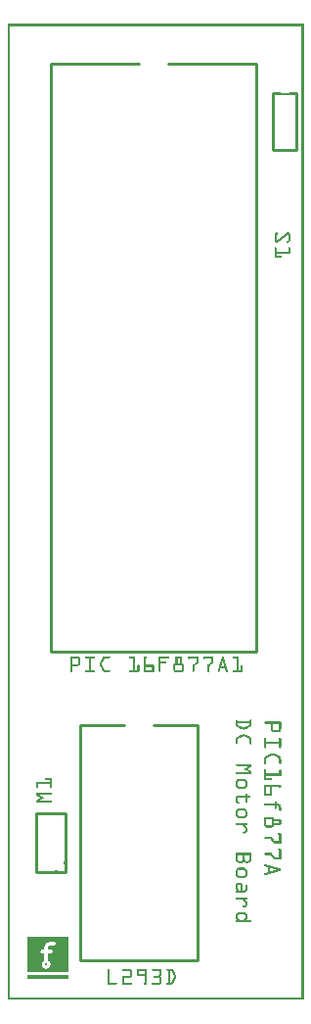
<source format=gto>
G04 MADE WITH FRITZING*
G04 WWW.FRITZING.ORG*
G04 DOUBLE SIDED*
G04 HOLES PLATED*
G04 CONTOUR ON CENTER OF CONTOUR VECTOR*
%ASAXBY*%
%FSLAX23Y23*%
%MOIN*%
%OFA0B0*%
%SFA1.0B1.0*%
%ADD10C,0.010682*%
%ADD11R,0.141363X0.012701*%
%ADD12C,0.010000*%
%ADD13R,0.001000X0.001000*%
%LNSILK1*%
G90*
G70*
G54D10*
X132Y120D03*
G54D11*
X137Y79D03*
G54D12*
X147Y3184D02*
X147Y1184D01*
D02*
X147Y1184D02*
X847Y1184D01*
D02*
X847Y1184D02*
X847Y3184D01*
D02*
X147Y3184D02*
X447Y3184D01*
D02*
X547Y3184D02*
X847Y3184D01*
D02*
X247Y934D02*
X247Y134D01*
D02*
X247Y134D02*
X647Y134D01*
D02*
X647Y134D02*
X647Y934D01*
D02*
X247Y934D02*
X397Y934D01*
D02*
X497Y934D02*
X647Y934D01*
D02*
X197Y434D02*
X197Y634D01*
D02*
X197Y634D02*
X97Y634D01*
D02*
X97Y634D02*
X97Y434D01*
D02*
X97Y434D02*
X197Y434D01*
G54D13*
X0Y3319D02*
X1009Y3319D01*
X0Y3318D02*
X1009Y3318D01*
X0Y3317D02*
X1009Y3317D01*
X0Y3316D02*
X1009Y3316D01*
X0Y3315D02*
X1009Y3315D01*
X0Y3314D02*
X1009Y3314D01*
X0Y3313D02*
X1009Y3313D01*
X0Y3312D02*
X1009Y3312D01*
X0Y3311D02*
X7Y3311D01*
X1002Y3311D02*
X1009Y3311D01*
X0Y3310D02*
X7Y3310D01*
X1002Y3310D02*
X1009Y3310D01*
X0Y3309D02*
X7Y3309D01*
X1002Y3309D02*
X1009Y3309D01*
X0Y3308D02*
X7Y3308D01*
X1002Y3308D02*
X1009Y3308D01*
X0Y3307D02*
X7Y3307D01*
X1002Y3307D02*
X1009Y3307D01*
X0Y3306D02*
X7Y3306D01*
X1002Y3306D02*
X1009Y3306D01*
X0Y3305D02*
X7Y3305D01*
X1002Y3305D02*
X1009Y3305D01*
X0Y3304D02*
X7Y3304D01*
X1002Y3304D02*
X1009Y3304D01*
X0Y3303D02*
X7Y3303D01*
X1002Y3303D02*
X1009Y3303D01*
X0Y3302D02*
X7Y3302D01*
X1002Y3302D02*
X1009Y3302D01*
X0Y3301D02*
X7Y3301D01*
X1002Y3301D02*
X1009Y3301D01*
X0Y3300D02*
X7Y3300D01*
X1002Y3300D02*
X1009Y3300D01*
X0Y3299D02*
X7Y3299D01*
X1002Y3299D02*
X1009Y3299D01*
X0Y3298D02*
X7Y3298D01*
X1002Y3298D02*
X1009Y3298D01*
X0Y3297D02*
X7Y3297D01*
X1002Y3297D02*
X1009Y3297D01*
X0Y3296D02*
X7Y3296D01*
X1002Y3296D02*
X1009Y3296D01*
X0Y3295D02*
X7Y3295D01*
X1002Y3295D02*
X1009Y3295D01*
X0Y3294D02*
X7Y3294D01*
X1002Y3294D02*
X1009Y3294D01*
X0Y3293D02*
X7Y3293D01*
X1002Y3293D02*
X1009Y3293D01*
X0Y3292D02*
X7Y3292D01*
X1002Y3292D02*
X1009Y3292D01*
X0Y3291D02*
X7Y3291D01*
X1002Y3291D02*
X1009Y3291D01*
X0Y3290D02*
X7Y3290D01*
X1002Y3290D02*
X1009Y3290D01*
X0Y3289D02*
X7Y3289D01*
X1002Y3289D02*
X1009Y3289D01*
X0Y3288D02*
X7Y3288D01*
X1002Y3288D02*
X1009Y3288D01*
X0Y3287D02*
X7Y3287D01*
X1002Y3287D02*
X1009Y3287D01*
X0Y3286D02*
X7Y3286D01*
X1002Y3286D02*
X1009Y3286D01*
X0Y3285D02*
X7Y3285D01*
X1002Y3285D02*
X1009Y3285D01*
X0Y3284D02*
X7Y3284D01*
X1002Y3284D02*
X1009Y3284D01*
X0Y3283D02*
X7Y3283D01*
X1002Y3283D02*
X1009Y3283D01*
X0Y3282D02*
X7Y3282D01*
X1002Y3282D02*
X1009Y3282D01*
X0Y3281D02*
X7Y3281D01*
X1002Y3281D02*
X1009Y3281D01*
X0Y3280D02*
X7Y3280D01*
X1002Y3280D02*
X1009Y3280D01*
X0Y3279D02*
X7Y3279D01*
X1002Y3279D02*
X1009Y3279D01*
X0Y3278D02*
X7Y3278D01*
X1002Y3278D02*
X1009Y3278D01*
X0Y3277D02*
X7Y3277D01*
X1002Y3277D02*
X1009Y3277D01*
X0Y3276D02*
X7Y3276D01*
X1002Y3276D02*
X1009Y3276D01*
X0Y3275D02*
X7Y3275D01*
X1002Y3275D02*
X1009Y3275D01*
X0Y3274D02*
X7Y3274D01*
X1002Y3274D02*
X1009Y3274D01*
X0Y3273D02*
X7Y3273D01*
X1002Y3273D02*
X1009Y3273D01*
X0Y3272D02*
X7Y3272D01*
X1002Y3272D02*
X1009Y3272D01*
X0Y3271D02*
X7Y3271D01*
X1002Y3271D02*
X1009Y3271D01*
X0Y3270D02*
X7Y3270D01*
X1002Y3270D02*
X1009Y3270D01*
X0Y3269D02*
X7Y3269D01*
X1002Y3269D02*
X1009Y3269D01*
X0Y3268D02*
X7Y3268D01*
X1002Y3268D02*
X1009Y3268D01*
X0Y3267D02*
X7Y3267D01*
X1002Y3267D02*
X1009Y3267D01*
X0Y3266D02*
X7Y3266D01*
X1002Y3266D02*
X1009Y3266D01*
X0Y3265D02*
X7Y3265D01*
X1002Y3265D02*
X1009Y3265D01*
X0Y3264D02*
X7Y3264D01*
X1002Y3264D02*
X1009Y3264D01*
X0Y3263D02*
X7Y3263D01*
X1002Y3263D02*
X1009Y3263D01*
X0Y3262D02*
X7Y3262D01*
X1002Y3262D02*
X1009Y3262D01*
X0Y3261D02*
X7Y3261D01*
X1002Y3261D02*
X1009Y3261D01*
X0Y3260D02*
X7Y3260D01*
X1002Y3260D02*
X1009Y3260D01*
X0Y3259D02*
X7Y3259D01*
X1002Y3259D02*
X1009Y3259D01*
X0Y3258D02*
X7Y3258D01*
X1002Y3258D02*
X1009Y3258D01*
X0Y3257D02*
X7Y3257D01*
X1002Y3257D02*
X1009Y3257D01*
X0Y3256D02*
X7Y3256D01*
X1002Y3256D02*
X1009Y3256D01*
X0Y3255D02*
X7Y3255D01*
X1002Y3255D02*
X1009Y3255D01*
X0Y3254D02*
X7Y3254D01*
X1002Y3254D02*
X1009Y3254D01*
X0Y3253D02*
X7Y3253D01*
X1002Y3253D02*
X1009Y3253D01*
X0Y3252D02*
X7Y3252D01*
X1002Y3252D02*
X1009Y3252D01*
X0Y3251D02*
X7Y3251D01*
X1002Y3251D02*
X1009Y3251D01*
X0Y3250D02*
X7Y3250D01*
X1002Y3250D02*
X1009Y3250D01*
X0Y3249D02*
X7Y3249D01*
X1002Y3249D02*
X1009Y3249D01*
X0Y3248D02*
X7Y3248D01*
X1002Y3248D02*
X1009Y3248D01*
X0Y3247D02*
X7Y3247D01*
X1002Y3247D02*
X1009Y3247D01*
X0Y3246D02*
X7Y3246D01*
X1002Y3246D02*
X1009Y3246D01*
X0Y3245D02*
X7Y3245D01*
X1002Y3245D02*
X1009Y3245D01*
X0Y3244D02*
X7Y3244D01*
X1002Y3244D02*
X1009Y3244D01*
X0Y3243D02*
X7Y3243D01*
X1002Y3243D02*
X1009Y3243D01*
X0Y3242D02*
X7Y3242D01*
X1002Y3242D02*
X1009Y3242D01*
X0Y3241D02*
X7Y3241D01*
X1002Y3241D02*
X1009Y3241D01*
X0Y3240D02*
X7Y3240D01*
X1002Y3240D02*
X1009Y3240D01*
X0Y3239D02*
X7Y3239D01*
X1002Y3239D02*
X1009Y3239D01*
X0Y3238D02*
X7Y3238D01*
X1002Y3238D02*
X1009Y3238D01*
X0Y3237D02*
X7Y3237D01*
X1002Y3237D02*
X1009Y3237D01*
X0Y3236D02*
X7Y3236D01*
X1002Y3236D02*
X1009Y3236D01*
X0Y3235D02*
X7Y3235D01*
X1002Y3235D02*
X1009Y3235D01*
X0Y3234D02*
X7Y3234D01*
X1002Y3234D02*
X1009Y3234D01*
X0Y3233D02*
X7Y3233D01*
X1002Y3233D02*
X1009Y3233D01*
X0Y3232D02*
X7Y3232D01*
X1002Y3232D02*
X1009Y3232D01*
X0Y3231D02*
X7Y3231D01*
X1002Y3231D02*
X1009Y3231D01*
X0Y3230D02*
X7Y3230D01*
X1002Y3230D02*
X1009Y3230D01*
X0Y3229D02*
X7Y3229D01*
X1002Y3229D02*
X1009Y3229D01*
X0Y3228D02*
X7Y3228D01*
X1002Y3228D02*
X1009Y3228D01*
X0Y3227D02*
X7Y3227D01*
X1002Y3227D02*
X1009Y3227D01*
X0Y3226D02*
X7Y3226D01*
X1002Y3226D02*
X1009Y3226D01*
X0Y3225D02*
X7Y3225D01*
X1002Y3225D02*
X1009Y3225D01*
X0Y3224D02*
X7Y3224D01*
X1002Y3224D02*
X1009Y3224D01*
X0Y3223D02*
X7Y3223D01*
X1002Y3223D02*
X1009Y3223D01*
X0Y3222D02*
X7Y3222D01*
X1002Y3222D02*
X1009Y3222D01*
X0Y3221D02*
X7Y3221D01*
X1002Y3221D02*
X1009Y3221D01*
X0Y3220D02*
X7Y3220D01*
X1002Y3220D02*
X1009Y3220D01*
X0Y3219D02*
X7Y3219D01*
X1002Y3219D02*
X1009Y3219D01*
X0Y3218D02*
X7Y3218D01*
X1002Y3218D02*
X1009Y3218D01*
X0Y3217D02*
X7Y3217D01*
X1002Y3217D02*
X1009Y3217D01*
X0Y3216D02*
X7Y3216D01*
X1002Y3216D02*
X1009Y3216D01*
X0Y3215D02*
X7Y3215D01*
X1002Y3215D02*
X1009Y3215D01*
X0Y3214D02*
X7Y3214D01*
X1002Y3214D02*
X1009Y3214D01*
X0Y3213D02*
X7Y3213D01*
X1002Y3213D02*
X1009Y3213D01*
X0Y3212D02*
X7Y3212D01*
X1002Y3212D02*
X1009Y3212D01*
X0Y3211D02*
X7Y3211D01*
X1002Y3211D02*
X1009Y3211D01*
X0Y3210D02*
X7Y3210D01*
X1002Y3210D02*
X1009Y3210D01*
X0Y3209D02*
X7Y3209D01*
X1002Y3209D02*
X1009Y3209D01*
X0Y3208D02*
X7Y3208D01*
X1002Y3208D02*
X1009Y3208D01*
X0Y3207D02*
X7Y3207D01*
X1002Y3207D02*
X1009Y3207D01*
X0Y3206D02*
X7Y3206D01*
X1002Y3206D02*
X1009Y3206D01*
X0Y3205D02*
X7Y3205D01*
X1002Y3205D02*
X1009Y3205D01*
X0Y3204D02*
X7Y3204D01*
X1002Y3204D02*
X1009Y3204D01*
X0Y3203D02*
X7Y3203D01*
X1002Y3203D02*
X1009Y3203D01*
X0Y3202D02*
X7Y3202D01*
X1002Y3202D02*
X1009Y3202D01*
X0Y3201D02*
X7Y3201D01*
X1002Y3201D02*
X1009Y3201D01*
X0Y3200D02*
X7Y3200D01*
X1002Y3200D02*
X1009Y3200D01*
X0Y3199D02*
X7Y3199D01*
X1002Y3199D02*
X1009Y3199D01*
X0Y3198D02*
X7Y3198D01*
X1002Y3198D02*
X1009Y3198D01*
X0Y3197D02*
X7Y3197D01*
X1002Y3197D02*
X1009Y3197D01*
X0Y3196D02*
X7Y3196D01*
X1002Y3196D02*
X1009Y3196D01*
X0Y3195D02*
X7Y3195D01*
X1002Y3195D02*
X1009Y3195D01*
X0Y3194D02*
X7Y3194D01*
X1002Y3194D02*
X1009Y3194D01*
X0Y3193D02*
X7Y3193D01*
X1002Y3193D02*
X1009Y3193D01*
X0Y3192D02*
X7Y3192D01*
X1002Y3192D02*
X1009Y3192D01*
X0Y3191D02*
X7Y3191D01*
X1002Y3191D02*
X1009Y3191D01*
X0Y3190D02*
X7Y3190D01*
X1002Y3190D02*
X1009Y3190D01*
X0Y3189D02*
X7Y3189D01*
X1002Y3189D02*
X1009Y3189D01*
X0Y3188D02*
X7Y3188D01*
X1002Y3188D02*
X1009Y3188D01*
X0Y3187D02*
X7Y3187D01*
X1002Y3187D02*
X1009Y3187D01*
X0Y3186D02*
X7Y3186D01*
X1002Y3186D02*
X1009Y3186D01*
X0Y3185D02*
X7Y3185D01*
X1002Y3185D02*
X1009Y3185D01*
X0Y3184D02*
X7Y3184D01*
X1002Y3184D02*
X1009Y3184D01*
X0Y3183D02*
X7Y3183D01*
X1002Y3183D02*
X1009Y3183D01*
X0Y3182D02*
X7Y3182D01*
X1002Y3182D02*
X1009Y3182D01*
X0Y3181D02*
X7Y3181D01*
X1002Y3181D02*
X1009Y3181D01*
X0Y3180D02*
X7Y3180D01*
X1002Y3180D02*
X1009Y3180D01*
X0Y3179D02*
X7Y3179D01*
X1002Y3179D02*
X1009Y3179D01*
X0Y3178D02*
X7Y3178D01*
X1002Y3178D02*
X1009Y3178D01*
X0Y3177D02*
X7Y3177D01*
X1002Y3177D02*
X1009Y3177D01*
X0Y3176D02*
X7Y3176D01*
X1002Y3176D02*
X1009Y3176D01*
X0Y3175D02*
X7Y3175D01*
X1002Y3175D02*
X1009Y3175D01*
X0Y3174D02*
X7Y3174D01*
X1002Y3174D02*
X1009Y3174D01*
X0Y3173D02*
X7Y3173D01*
X1002Y3173D02*
X1009Y3173D01*
X0Y3172D02*
X7Y3172D01*
X1002Y3172D02*
X1009Y3172D01*
X0Y3171D02*
X7Y3171D01*
X1002Y3171D02*
X1009Y3171D01*
X0Y3170D02*
X7Y3170D01*
X1002Y3170D02*
X1009Y3170D01*
X0Y3169D02*
X7Y3169D01*
X1002Y3169D02*
X1009Y3169D01*
X0Y3168D02*
X7Y3168D01*
X1002Y3168D02*
X1009Y3168D01*
X0Y3167D02*
X7Y3167D01*
X1002Y3167D02*
X1009Y3167D01*
X0Y3166D02*
X7Y3166D01*
X1002Y3166D02*
X1009Y3166D01*
X0Y3165D02*
X7Y3165D01*
X1002Y3165D02*
X1009Y3165D01*
X0Y3164D02*
X7Y3164D01*
X1002Y3164D02*
X1009Y3164D01*
X0Y3163D02*
X7Y3163D01*
X1002Y3163D02*
X1009Y3163D01*
X0Y3162D02*
X7Y3162D01*
X1002Y3162D02*
X1009Y3162D01*
X0Y3161D02*
X7Y3161D01*
X1002Y3161D02*
X1009Y3161D01*
X0Y3160D02*
X7Y3160D01*
X1002Y3160D02*
X1009Y3160D01*
X0Y3159D02*
X7Y3159D01*
X1002Y3159D02*
X1009Y3159D01*
X0Y3158D02*
X7Y3158D01*
X1002Y3158D02*
X1009Y3158D01*
X0Y3157D02*
X7Y3157D01*
X1002Y3157D02*
X1009Y3157D01*
X0Y3156D02*
X7Y3156D01*
X1002Y3156D02*
X1009Y3156D01*
X0Y3155D02*
X7Y3155D01*
X1002Y3155D02*
X1009Y3155D01*
X0Y3154D02*
X7Y3154D01*
X1002Y3154D02*
X1009Y3154D01*
X0Y3153D02*
X7Y3153D01*
X1002Y3153D02*
X1009Y3153D01*
X0Y3152D02*
X7Y3152D01*
X1002Y3152D02*
X1009Y3152D01*
X0Y3151D02*
X7Y3151D01*
X1002Y3151D02*
X1009Y3151D01*
X0Y3150D02*
X7Y3150D01*
X1002Y3150D02*
X1009Y3150D01*
X0Y3149D02*
X7Y3149D01*
X1002Y3149D02*
X1009Y3149D01*
X0Y3148D02*
X7Y3148D01*
X1002Y3148D02*
X1009Y3148D01*
X0Y3147D02*
X7Y3147D01*
X1002Y3147D02*
X1009Y3147D01*
X0Y3146D02*
X7Y3146D01*
X1002Y3146D02*
X1009Y3146D01*
X0Y3145D02*
X7Y3145D01*
X1002Y3145D02*
X1009Y3145D01*
X0Y3144D02*
X7Y3144D01*
X1002Y3144D02*
X1009Y3144D01*
X0Y3143D02*
X7Y3143D01*
X1002Y3143D02*
X1009Y3143D01*
X0Y3142D02*
X7Y3142D01*
X1002Y3142D02*
X1009Y3142D01*
X0Y3141D02*
X7Y3141D01*
X1002Y3141D02*
X1009Y3141D01*
X0Y3140D02*
X7Y3140D01*
X1002Y3140D02*
X1009Y3140D01*
X0Y3139D02*
X7Y3139D01*
X1002Y3139D02*
X1009Y3139D01*
X0Y3138D02*
X7Y3138D01*
X1002Y3138D02*
X1009Y3138D01*
X0Y3137D02*
X7Y3137D01*
X1002Y3137D02*
X1009Y3137D01*
X0Y3136D02*
X7Y3136D01*
X1002Y3136D02*
X1009Y3136D01*
X0Y3135D02*
X7Y3135D01*
X1002Y3135D02*
X1009Y3135D01*
X0Y3134D02*
X7Y3134D01*
X1002Y3134D02*
X1009Y3134D01*
X0Y3133D02*
X7Y3133D01*
X1002Y3133D02*
X1009Y3133D01*
X0Y3132D02*
X7Y3132D01*
X1002Y3132D02*
X1009Y3132D01*
X0Y3131D02*
X7Y3131D01*
X1002Y3131D02*
X1009Y3131D01*
X0Y3130D02*
X7Y3130D01*
X1002Y3130D02*
X1009Y3130D01*
X0Y3129D02*
X7Y3129D01*
X1002Y3129D02*
X1009Y3129D01*
X0Y3128D02*
X7Y3128D01*
X1002Y3128D02*
X1009Y3128D01*
X0Y3127D02*
X7Y3127D01*
X1002Y3127D02*
X1009Y3127D01*
X0Y3126D02*
X7Y3126D01*
X1002Y3126D02*
X1009Y3126D01*
X0Y3125D02*
X7Y3125D01*
X1002Y3125D02*
X1009Y3125D01*
X0Y3124D02*
X7Y3124D01*
X1002Y3124D02*
X1009Y3124D01*
X0Y3123D02*
X7Y3123D01*
X1002Y3123D02*
X1009Y3123D01*
X0Y3122D02*
X7Y3122D01*
X1002Y3122D02*
X1009Y3122D01*
X0Y3121D02*
X7Y3121D01*
X1002Y3121D02*
X1009Y3121D01*
X0Y3120D02*
X7Y3120D01*
X1002Y3120D02*
X1009Y3120D01*
X0Y3119D02*
X7Y3119D01*
X1002Y3119D02*
X1009Y3119D01*
X0Y3118D02*
X7Y3118D01*
X1002Y3118D02*
X1009Y3118D01*
X0Y3117D02*
X7Y3117D01*
X1002Y3117D02*
X1009Y3117D01*
X0Y3116D02*
X7Y3116D01*
X1002Y3116D02*
X1009Y3116D01*
X0Y3115D02*
X7Y3115D01*
X1002Y3115D02*
X1009Y3115D01*
X0Y3114D02*
X7Y3114D01*
X1002Y3114D02*
X1009Y3114D01*
X0Y3113D02*
X7Y3113D01*
X1002Y3113D02*
X1009Y3113D01*
X0Y3112D02*
X7Y3112D01*
X1002Y3112D02*
X1009Y3112D01*
X0Y3111D02*
X7Y3111D01*
X1002Y3111D02*
X1009Y3111D01*
X0Y3110D02*
X7Y3110D01*
X1002Y3110D02*
X1009Y3110D01*
X0Y3109D02*
X7Y3109D01*
X1002Y3109D02*
X1009Y3109D01*
X0Y3108D02*
X7Y3108D01*
X1002Y3108D02*
X1009Y3108D01*
X0Y3107D02*
X7Y3107D01*
X1002Y3107D02*
X1009Y3107D01*
X0Y3106D02*
X7Y3106D01*
X1002Y3106D02*
X1009Y3106D01*
X0Y3105D02*
X7Y3105D01*
X1002Y3105D02*
X1009Y3105D01*
X0Y3104D02*
X7Y3104D01*
X1002Y3104D02*
X1009Y3104D01*
X0Y3103D02*
X7Y3103D01*
X1002Y3103D02*
X1009Y3103D01*
X0Y3102D02*
X7Y3102D01*
X1002Y3102D02*
X1009Y3102D01*
X0Y3101D02*
X7Y3101D01*
X1002Y3101D02*
X1009Y3101D01*
X0Y3100D02*
X7Y3100D01*
X1002Y3100D02*
X1009Y3100D01*
X0Y3099D02*
X7Y3099D01*
X1002Y3099D02*
X1009Y3099D01*
X0Y3098D02*
X7Y3098D01*
X1002Y3098D02*
X1009Y3098D01*
X0Y3097D02*
X7Y3097D01*
X1002Y3097D02*
X1009Y3097D01*
X0Y3096D02*
X7Y3096D01*
X1002Y3096D02*
X1009Y3096D01*
X0Y3095D02*
X7Y3095D01*
X1002Y3095D02*
X1009Y3095D01*
X0Y3094D02*
X7Y3094D01*
X1002Y3094D02*
X1009Y3094D01*
X0Y3093D02*
X7Y3093D01*
X1002Y3093D02*
X1009Y3093D01*
X0Y3092D02*
X7Y3092D01*
X1002Y3092D02*
X1009Y3092D01*
X0Y3091D02*
X7Y3091D01*
X1002Y3091D02*
X1009Y3091D01*
X0Y3090D02*
X7Y3090D01*
X1002Y3090D02*
X1009Y3090D01*
X0Y3089D02*
X7Y3089D01*
X1002Y3089D02*
X1009Y3089D01*
X0Y3088D02*
X7Y3088D01*
X906Y3088D02*
X925Y3088D01*
X968Y3088D02*
X986Y3088D01*
X1002Y3088D02*
X1009Y3088D01*
X0Y3087D02*
X7Y3087D01*
X906Y3087D02*
X928Y3087D01*
X965Y3087D02*
X986Y3087D01*
X1002Y3087D02*
X1009Y3087D01*
X0Y3086D02*
X7Y3086D01*
X906Y3086D02*
X930Y3086D01*
X962Y3086D02*
X986Y3086D01*
X1002Y3086D02*
X1009Y3086D01*
X0Y3085D02*
X7Y3085D01*
X906Y3085D02*
X934Y3085D01*
X958Y3085D02*
X986Y3085D01*
X1002Y3085D02*
X1009Y3085D01*
X0Y3084D02*
X7Y3084D01*
X906Y3084D02*
X940Y3084D01*
X953Y3084D02*
X986Y3084D01*
X1002Y3084D02*
X1009Y3084D01*
X0Y3083D02*
X7Y3083D01*
X901Y3083D02*
X991Y3083D01*
X1002Y3083D02*
X1009Y3083D01*
X0Y3082D02*
X7Y3082D01*
X901Y3082D02*
X991Y3082D01*
X1002Y3082D02*
X1009Y3082D01*
X0Y3081D02*
X7Y3081D01*
X901Y3081D02*
X991Y3081D01*
X1002Y3081D02*
X1009Y3081D01*
X0Y3080D02*
X7Y3080D01*
X901Y3080D02*
X991Y3080D01*
X1002Y3080D02*
X1009Y3080D01*
X0Y3079D02*
X7Y3079D01*
X901Y3079D02*
X991Y3079D01*
X1002Y3079D02*
X1009Y3079D01*
X0Y3078D02*
X7Y3078D01*
X901Y3078D02*
X910Y3078D01*
X982Y3078D02*
X991Y3078D01*
X1002Y3078D02*
X1009Y3078D01*
X0Y3077D02*
X7Y3077D01*
X901Y3077D02*
X910Y3077D01*
X982Y3077D02*
X991Y3077D01*
X1002Y3077D02*
X1009Y3077D01*
X0Y3076D02*
X7Y3076D01*
X901Y3076D02*
X910Y3076D01*
X982Y3076D02*
X991Y3076D01*
X1002Y3076D02*
X1009Y3076D01*
X0Y3075D02*
X7Y3075D01*
X901Y3075D02*
X910Y3075D01*
X982Y3075D02*
X991Y3075D01*
X1002Y3075D02*
X1009Y3075D01*
X0Y3074D02*
X7Y3074D01*
X901Y3074D02*
X910Y3074D01*
X982Y3074D02*
X991Y3074D01*
X1002Y3074D02*
X1009Y3074D01*
X0Y3073D02*
X7Y3073D01*
X901Y3073D02*
X910Y3073D01*
X982Y3073D02*
X991Y3073D01*
X1002Y3073D02*
X1009Y3073D01*
X0Y3072D02*
X7Y3072D01*
X901Y3072D02*
X910Y3072D01*
X982Y3072D02*
X991Y3072D01*
X1002Y3072D02*
X1009Y3072D01*
X0Y3071D02*
X7Y3071D01*
X901Y3071D02*
X910Y3071D01*
X982Y3071D02*
X991Y3071D01*
X1002Y3071D02*
X1009Y3071D01*
X0Y3070D02*
X7Y3070D01*
X901Y3070D02*
X910Y3070D01*
X982Y3070D02*
X991Y3070D01*
X1002Y3070D02*
X1009Y3070D01*
X0Y3069D02*
X7Y3069D01*
X901Y3069D02*
X910Y3069D01*
X982Y3069D02*
X991Y3069D01*
X1002Y3069D02*
X1009Y3069D01*
X0Y3068D02*
X7Y3068D01*
X901Y3068D02*
X910Y3068D01*
X982Y3068D02*
X991Y3068D01*
X1002Y3068D02*
X1009Y3068D01*
X0Y3067D02*
X7Y3067D01*
X901Y3067D02*
X910Y3067D01*
X982Y3067D02*
X991Y3067D01*
X1002Y3067D02*
X1009Y3067D01*
X0Y3066D02*
X7Y3066D01*
X901Y3066D02*
X910Y3066D01*
X982Y3066D02*
X991Y3066D01*
X1002Y3066D02*
X1009Y3066D01*
X0Y3065D02*
X7Y3065D01*
X901Y3065D02*
X910Y3065D01*
X982Y3065D02*
X991Y3065D01*
X1002Y3065D02*
X1009Y3065D01*
X0Y3064D02*
X7Y3064D01*
X901Y3064D02*
X910Y3064D01*
X982Y3064D02*
X991Y3064D01*
X1002Y3064D02*
X1009Y3064D01*
X0Y3063D02*
X7Y3063D01*
X901Y3063D02*
X910Y3063D01*
X982Y3063D02*
X991Y3063D01*
X1002Y3063D02*
X1009Y3063D01*
X0Y3062D02*
X7Y3062D01*
X901Y3062D02*
X910Y3062D01*
X982Y3062D02*
X991Y3062D01*
X1002Y3062D02*
X1009Y3062D01*
X0Y3061D02*
X7Y3061D01*
X901Y3061D02*
X910Y3061D01*
X982Y3061D02*
X991Y3061D01*
X1002Y3061D02*
X1009Y3061D01*
X0Y3060D02*
X7Y3060D01*
X901Y3060D02*
X910Y3060D01*
X982Y3060D02*
X991Y3060D01*
X1002Y3060D02*
X1009Y3060D01*
X0Y3059D02*
X7Y3059D01*
X901Y3059D02*
X910Y3059D01*
X982Y3059D02*
X991Y3059D01*
X1002Y3059D02*
X1009Y3059D01*
X0Y3058D02*
X7Y3058D01*
X901Y3058D02*
X910Y3058D01*
X982Y3058D02*
X991Y3058D01*
X1002Y3058D02*
X1009Y3058D01*
X0Y3057D02*
X7Y3057D01*
X901Y3057D02*
X910Y3057D01*
X982Y3057D02*
X991Y3057D01*
X1002Y3057D02*
X1009Y3057D01*
X0Y3056D02*
X7Y3056D01*
X901Y3056D02*
X910Y3056D01*
X982Y3056D02*
X991Y3056D01*
X1002Y3056D02*
X1009Y3056D01*
X0Y3055D02*
X7Y3055D01*
X901Y3055D02*
X910Y3055D01*
X982Y3055D02*
X991Y3055D01*
X1002Y3055D02*
X1009Y3055D01*
X0Y3054D02*
X7Y3054D01*
X901Y3054D02*
X910Y3054D01*
X982Y3054D02*
X991Y3054D01*
X1002Y3054D02*
X1009Y3054D01*
X0Y3053D02*
X7Y3053D01*
X901Y3053D02*
X910Y3053D01*
X982Y3053D02*
X991Y3053D01*
X1002Y3053D02*
X1009Y3053D01*
X0Y3052D02*
X7Y3052D01*
X901Y3052D02*
X910Y3052D01*
X982Y3052D02*
X991Y3052D01*
X1002Y3052D02*
X1009Y3052D01*
X0Y3051D02*
X7Y3051D01*
X901Y3051D02*
X910Y3051D01*
X982Y3051D02*
X991Y3051D01*
X1002Y3051D02*
X1009Y3051D01*
X0Y3050D02*
X7Y3050D01*
X901Y3050D02*
X910Y3050D01*
X982Y3050D02*
X991Y3050D01*
X1002Y3050D02*
X1009Y3050D01*
X0Y3049D02*
X7Y3049D01*
X901Y3049D02*
X910Y3049D01*
X982Y3049D02*
X991Y3049D01*
X1002Y3049D02*
X1009Y3049D01*
X0Y3048D02*
X7Y3048D01*
X901Y3048D02*
X910Y3048D01*
X982Y3048D02*
X991Y3048D01*
X1002Y3048D02*
X1009Y3048D01*
X0Y3047D02*
X7Y3047D01*
X901Y3047D02*
X910Y3047D01*
X982Y3047D02*
X991Y3047D01*
X1002Y3047D02*
X1009Y3047D01*
X0Y3046D02*
X7Y3046D01*
X901Y3046D02*
X910Y3046D01*
X982Y3046D02*
X991Y3046D01*
X1002Y3046D02*
X1009Y3046D01*
X0Y3045D02*
X7Y3045D01*
X901Y3045D02*
X910Y3045D01*
X982Y3045D02*
X991Y3045D01*
X1002Y3045D02*
X1009Y3045D01*
X0Y3044D02*
X7Y3044D01*
X901Y3044D02*
X910Y3044D01*
X982Y3044D02*
X991Y3044D01*
X1002Y3044D02*
X1009Y3044D01*
X0Y3043D02*
X7Y3043D01*
X901Y3043D02*
X910Y3043D01*
X982Y3043D02*
X991Y3043D01*
X1002Y3043D02*
X1009Y3043D01*
X0Y3042D02*
X7Y3042D01*
X901Y3042D02*
X910Y3042D01*
X982Y3042D02*
X991Y3042D01*
X1002Y3042D02*
X1009Y3042D01*
X0Y3041D02*
X7Y3041D01*
X901Y3041D02*
X910Y3041D01*
X982Y3041D02*
X991Y3041D01*
X1002Y3041D02*
X1009Y3041D01*
X0Y3040D02*
X7Y3040D01*
X901Y3040D02*
X910Y3040D01*
X982Y3040D02*
X991Y3040D01*
X1002Y3040D02*
X1009Y3040D01*
X0Y3039D02*
X7Y3039D01*
X901Y3039D02*
X910Y3039D01*
X982Y3039D02*
X991Y3039D01*
X1002Y3039D02*
X1009Y3039D01*
X0Y3038D02*
X7Y3038D01*
X901Y3038D02*
X910Y3038D01*
X982Y3038D02*
X991Y3038D01*
X1002Y3038D02*
X1009Y3038D01*
X0Y3037D02*
X7Y3037D01*
X901Y3037D02*
X910Y3037D01*
X982Y3037D02*
X991Y3037D01*
X1002Y3037D02*
X1009Y3037D01*
X0Y3036D02*
X7Y3036D01*
X901Y3036D02*
X910Y3036D01*
X982Y3036D02*
X991Y3036D01*
X1002Y3036D02*
X1009Y3036D01*
X0Y3035D02*
X7Y3035D01*
X901Y3035D02*
X910Y3035D01*
X982Y3035D02*
X991Y3035D01*
X1002Y3035D02*
X1009Y3035D01*
X0Y3034D02*
X7Y3034D01*
X901Y3034D02*
X910Y3034D01*
X982Y3034D02*
X991Y3034D01*
X1002Y3034D02*
X1009Y3034D01*
X0Y3033D02*
X7Y3033D01*
X901Y3033D02*
X910Y3033D01*
X982Y3033D02*
X991Y3033D01*
X1002Y3033D02*
X1009Y3033D01*
X0Y3032D02*
X7Y3032D01*
X901Y3032D02*
X910Y3032D01*
X982Y3032D02*
X991Y3032D01*
X1002Y3032D02*
X1009Y3032D01*
X0Y3031D02*
X7Y3031D01*
X901Y3031D02*
X910Y3031D01*
X982Y3031D02*
X991Y3031D01*
X1002Y3031D02*
X1009Y3031D01*
X0Y3030D02*
X7Y3030D01*
X901Y3030D02*
X910Y3030D01*
X982Y3030D02*
X991Y3030D01*
X1002Y3030D02*
X1009Y3030D01*
X0Y3029D02*
X7Y3029D01*
X901Y3029D02*
X910Y3029D01*
X982Y3029D02*
X991Y3029D01*
X1002Y3029D02*
X1009Y3029D01*
X0Y3028D02*
X7Y3028D01*
X901Y3028D02*
X910Y3028D01*
X982Y3028D02*
X991Y3028D01*
X1002Y3028D02*
X1009Y3028D01*
X0Y3027D02*
X7Y3027D01*
X901Y3027D02*
X910Y3027D01*
X982Y3027D02*
X991Y3027D01*
X1002Y3027D02*
X1009Y3027D01*
X0Y3026D02*
X7Y3026D01*
X901Y3026D02*
X910Y3026D01*
X982Y3026D02*
X991Y3026D01*
X1002Y3026D02*
X1009Y3026D01*
X0Y3025D02*
X7Y3025D01*
X901Y3025D02*
X910Y3025D01*
X982Y3025D02*
X991Y3025D01*
X1002Y3025D02*
X1009Y3025D01*
X0Y3024D02*
X7Y3024D01*
X901Y3024D02*
X910Y3024D01*
X982Y3024D02*
X991Y3024D01*
X1002Y3024D02*
X1009Y3024D01*
X0Y3023D02*
X7Y3023D01*
X901Y3023D02*
X910Y3023D01*
X982Y3023D02*
X991Y3023D01*
X1002Y3023D02*
X1009Y3023D01*
X0Y3022D02*
X7Y3022D01*
X901Y3022D02*
X910Y3022D01*
X982Y3022D02*
X991Y3022D01*
X1002Y3022D02*
X1009Y3022D01*
X0Y3021D02*
X7Y3021D01*
X901Y3021D02*
X910Y3021D01*
X982Y3021D02*
X991Y3021D01*
X1002Y3021D02*
X1009Y3021D01*
X0Y3020D02*
X7Y3020D01*
X901Y3020D02*
X910Y3020D01*
X982Y3020D02*
X991Y3020D01*
X1002Y3020D02*
X1009Y3020D01*
X0Y3019D02*
X7Y3019D01*
X901Y3019D02*
X910Y3019D01*
X982Y3019D02*
X991Y3019D01*
X1002Y3019D02*
X1009Y3019D01*
X0Y3018D02*
X7Y3018D01*
X901Y3018D02*
X910Y3018D01*
X982Y3018D02*
X991Y3018D01*
X1002Y3018D02*
X1009Y3018D01*
X0Y3017D02*
X7Y3017D01*
X901Y3017D02*
X910Y3017D01*
X982Y3017D02*
X991Y3017D01*
X1002Y3017D02*
X1009Y3017D01*
X0Y3016D02*
X7Y3016D01*
X901Y3016D02*
X910Y3016D01*
X982Y3016D02*
X991Y3016D01*
X1002Y3016D02*
X1009Y3016D01*
X0Y3015D02*
X7Y3015D01*
X901Y3015D02*
X910Y3015D01*
X982Y3015D02*
X991Y3015D01*
X1002Y3015D02*
X1009Y3015D01*
X0Y3014D02*
X7Y3014D01*
X901Y3014D02*
X910Y3014D01*
X982Y3014D02*
X991Y3014D01*
X1002Y3014D02*
X1009Y3014D01*
X0Y3013D02*
X7Y3013D01*
X901Y3013D02*
X910Y3013D01*
X982Y3013D02*
X991Y3013D01*
X1002Y3013D02*
X1009Y3013D01*
X0Y3012D02*
X7Y3012D01*
X901Y3012D02*
X910Y3012D01*
X982Y3012D02*
X991Y3012D01*
X1002Y3012D02*
X1009Y3012D01*
X0Y3011D02*
X7Y3011D01*
X901Y3011D02*
X910Y3011D01*
X982Y3011D02*
X991Y3011D01*
X1002Y3011D02*
X1009Y3011D01*
X0Y3010D02*
X7Y3010D01*
X901Y3010D02*
X910Y3010D01*
X982Y3010D02*
X991Y3010D01*
X1002Y3010D02*
X1009Y3010D01*
X0Y3009D02*
X7Y3009D01*
X901Y3009D02*
X910Y3009D01*
X982Y3009D02*
X991Y3009D01*
X1002Y3009D02*
X1009Y3009D01*
X0Y3008D02*
X7Y3008D01*
X901Y3008D02*
X910Y3008D01*
X982Y3008D02*
X991Y3008D01*
X1002Y3008D02*
X1009Y3008D01*
X0Y3007D02*
X7Y3007D01*
X901Y3007D02*
X910Y3007D01*
X982Y3007D02*
X991Y3007D01*
X1002Y3007D02*
X1009Y3007D01*
X0Y3006D02*
X7Y3006D01*
X901Y3006D02*
X910Y3006D01*
X982Y3006D02*
X991Y3006D01*
X1002Y3006D02*
X1009Y3006D01*
X0Y3005D02*
X7Y3005D01*
X901Y3005D02*
X910Y3005D01*
X982Y3005D02*
X991Y3005D01*
X1002Y3005D02*
X1009Y3005D01*
X0Y3004D02*
X7Y3004D01*
X901Y3004D02*
X910Y3004D01*
X982Y3004D02*
X991Y3004D01*
X1002Y3004D02*
X1009Y3004D01*
X0Y3003D02*
X7Y3003D01*
X901Y3003D02*
X910Y3003D01*
X982Y3003D02*
X991Y3003D01*
X1002Y3003D02*
X1009Y3003D01*
X0Y3002D02*
X7Y3002D01*
X901Y3002D02*
X910Y3002D01*
X982Y3002D02*
X991Y3002D01*
X1002Y3002D02*
X1009Y3002D01*
X0Y3001D02*
X7Y3001D01*
X901Y3001D02*
X910Y3001D01*
X982Y3001D02*
X991Y3001D01*
X1002Y3001D02*
X1009Y3001D01*
X0Y3000D02*
X7Y3000D01*
X901Y3000D02*
X910Y3000D01*
X982Y3000D02*
X991Y3000D01*
X1002Y3000D02*
X1009Y3000D01*
X0Y2999D02*
X7Y2999D01*
X901Y2999D02*
X910Y2999D01*
X982Y2999D02*
X991Y2999D01*
X1002Y2999D02*
X1009Y2999D01*
X0Y2998D02*
X7Y2998D01*
X901Y2998D02*
X910Y2998D01*
X982Y2998D02*
X991Y2998D01*
X1002Y2998D02*
X1009Y2998D01*
X0Y2997D02*
X7Y2997D01*
X901Y2997D02*
X910Y2997D01*
X982Y2997D02*
X991Y2997D01*
X1002Y2997D02*
X1009Y2997D01*
X0Y2996D02*
X7Y2996D01*
X901Y2996D02*
X910Y2996D01*
X982Y2996D02*
X991Y2996D01*
X1002Y2996D02*
X1009Y2996D01*
X0Y2995D02*
X7Y2995D01*
X901Y2995D02*
X910Y2995D01*
X982Y2995D02*
X991Y2995D01*
X1002Y2995D02*
X1009Y2995D01*
X0Y2994D02*
X7Y2994D01*
X901Y2994D02*
X910Y2994D01*
X982Y2994D02*
X991Y2994D01*
X1002Y2994D02*
X1009Y2994D01*
X0Y2993D02*
X7Y2993D01*
X901Y2993D02*
X910Y2993D01*
X982Y2993D02*
X991Y2993D01*
X1002Y2993D02*
X1009Y2993D01*
X0Y2992D02*
X7Y2992D01*
X901Y2992D02*
X910Y2992D01*
X982Y2992D02*
X991Y2992D01*
X1002Y2992D02*
X1009Y2992D01*
X0Y2991D02*
X7Y2991D01*
X901Y2991D02*
X910Y2991D01*
X982Y2991D02*
X991Y2991D01*
X1002Y2991D02*
X1009Y2991D01*
X0Y2990D02*
X7Y2990D01*
X901Y2990D02*
X910Y2990D01*
X982Y2990D02*
X991Y2990D01*
X1002Y2990D02*
X1009Y2990D01*
X0Y2989D02*
X7Y2989D01*
X901Y2989D02*
X910Y2989D01*
X982Y2989D02*
X991Y2989D01*
X1002Y2989D02*
X1009Y2989D01*
X0Y2988D02*
X7Y2988D01*
X901Y2988D02*
X910Y2988D01*
X982Y2988D02*
X991Y2988D01*
X1002Y2988D02*
X1009Y2988D01*
X0Y2987D02*
X7Y2987D01*
X901Y2987D02*
X910Y2987D01*
X982Y2987D02*
X991Y2987D01*
X1002Y2987D02*
X1009Y2987D01*
X0Y2986D02*
X7Y2986D01*
X901Y2986D02*
X910Y2986D01*
X982Y2986D02*
X991Y2986D01*
X1002Y2986D02*
X1009Y2986D01*
X0Y2985D02*
X7Y2985D01*
X901Y2985D02*
X910Y2985D01*
X982Y2985D02*
X991Y2985D01*
X1002Y2985D02*
X1009Y2985D01*
X0Y2984D02*
X7Y2984D01*
X901Y2984D02*
X910Y2984D01*
X982Y2984D02*
X991Y2984D01*
X1002Y2984D02*
X1009Y2984D01*
X0Y2983D02*
X7Y2983D01*
X901Y2983D02*
X910Y2983D01*
X982Y2983D02*
X991Y2983D01*
X1002Y2983D02*
X1009Y2983D01*
X0Y2982D02*
X7Y2982D01*
X901Y2982D02*
X910Y2982D01*
X982Y2982D02*
X991Y2982D01*
X1002Y2982D02*
X1009Y2982D01*
X0Y2981D02*
X7Y2981D01*
X901Y2981D02*
X910Y2981D01*
X982Y2981D02*
X991Y2981D01*
X1002Y2981D02*
X1009Y2981D01*
X0Y2980D02*
X7Y2980D01*
X901Y2980D02*
X910Y2980D01*
X982Y2980D02*
X991Y2980D01*
X1002Y2980D02*
X1009Y2980D01*
X0Y2979D02*
X7Y2979D01*
X901Y2979D02*
X910Y2979D01*
X982Y2979D02*
X991Y2979D01*
X1002Y2979D02*
X1009Y2979D01*
X0Y2978D02*
X7Y2978D01*
X901Y2978D02*
X910Y2978D01*
X982Y2978D02*
X991Y2978D01*
X1002Y2978D02*
X1009Y2978D01*
X0Y2977D02*
X7Y2977D01*
X901Y2977D02*
X910Y2977D01*
X982Y2977D02*
X991Y2977D01*
X1002Y2977D02*
X1009Y2977D01*
X0Y2976D02*
X7Y2976D01*
X901Y2976D02*
X910Y2976D01*
X982Y2976D02*
X991Y2976D01*
X1002Y2976D02*
X1009Y2976D01*
X0Y2975D02*
X7Y2975D01*
X901Y2975D02*
X910Y2975D01*
X982Y2975D02*
X991Y2975D01*
X1002Y2975D02*
X1009Y2975D01*
X0Y2974D02*
X7Y2974D01*
X901Y2974D02*
X910Y2974D01*
X982Y2974D02*
X991Y2974D01*
X1002Y2974D02*
X1009Y2974D01*
X0Y2973D02*
X7Y2973D01*
X901Y2973D02*
X910Y2973D01*
X982Y2973D02*
X991Y2973D01*
X1002Y2973D02*
X1009Y2973D01*
X0Y2972D02*
X7Y2972D01*
X901Y2972D02*
X910Y2972D01*
X982Y2972D02*
X991Y2972D01*
X1002Y2972D02*
X1009Y2972D01*
X0Y2971D02*
X7Y2971D01*
X901Y2971D02*
X910Y2971D01*
X982Y2971D02*
X991Y2971D01*
X1002Y2971D02*
X1009Y2971D01*
X0Y2970D02*
X7Y2970D01*
X901Y2970D02*
X910Y2970D01*
X982Y2970D02*
X991Y2970D01*
X1002Y2970D02*
X1009Y2970D01*
X0Y2969D02*
X7Y2969D01*
X901Y2969D02*
X910Y2969D01*
X982Y2969D02*
X991Y2969D01*
X1002Y2969D02*
X1009Y2969D01*
X0Y2968D02*
X7Y2968D01*
X901Y2968D02*
X910Y2968D01*
X982Y2968D02*
X991Y2968D01*
X1002Y2968D02*
X1009Y2968D01*
X0Y2967D02*
X7Y2967D01*
X901Y2967D02*
X910Y2967D01*
X982Y2967D02*
X991Y2967D01*
X1002Y2967D02*
X1009Y2967D01*
X0Y2966D02*
X7Y2966D01*
X901Y2966D02*
X910Y2966D01*
X982Y2966D02*
X991Y2966D01*
X1002Y2966D02*
X1009Y2966D01*
X0Y2965D02*
X7Y2965D01*
X901Y2965D02*
X910Y2965D01*
X982Y2965D02*
X991Y2965D01*
X1002Y2965D02*
X1009Y2965D01*
X0Y2964D02*
X7Y2964D01*
X901Y2964D02*
X910Y2964D01*
X982Y2964D02*
X991Y2964D01*
X1002Y2964D02*
X1009Y2964D01*
X0Y2963D02*
X7Y2963D01*
X901Y2963D02*
X910Y2963D01*
X982Y2963D02*
X991Y2963D01*
X1002Y2963D02*
X1009Y2963D01*
X0Y2962D02*
X7Y2962D01*
X901Y2962D02*
X910Y2962D01*
X982Y2962D02*
X991Y2962D01*
X1002Y2962D02*
X1009Y2962D01*
X0Y2961D02*
X7Y2961D01*
X901Y2961D02*
X910Y2961D01*
X982Y2961D02*
X991Y2961D01*
X1002Y2961D02*
X1009Y2961D01*
X0Y2960D02*
X7Y2960D01*
X901Y2960D02*
X910Y2960D01*
X982Y2960D02*
X991Y2960D01*
X1002Y2960D02*
X1009Y2960D01*
X0Y2959D02*
X7Y2959D01*
X901Y2959D02*
X910Y2959D01*
X982Y2959D02*
X991Y2959D01*
X1002Y2959D02*
X1009Y2959D01*
X0Y2958D02*
X7Y2958D01*
X901Y2958D02*
X910Y2958D01*
X982Y2958D02*
X991Y2958D01*
X1002Y2958D02*
X1009Y2958D01*
X0Y2957D02*
X7Y2957D01*
X901Y2957D02*
X910Y2957D01*
X982Y2957D02*
X991Y2957D01*
X1002Y2957D02*
X1009Y2957D01*
X0Y2956D02*
X7Y2956D01*
X901Y2956D02*
X910Y2956D01*
X982Y2956D02*
X991Y2956D01*
X1002Y2956D02*
X1009Y2956D01*
X0Y2955D02*
X7Y2955D01*
X901Y2955D02*
X910Y2955D01*
X982Y2955D02*
X991Y2955D01*
X1002Y2955D02*
X1009Y2955D01*
X0Y2954D02*
X7Y2954D01*
X901Y2954D02*
X910Y2954D01*
X982Y2954D02*
X991Y2954D01*
X1002Y2954D02*
X1009Y2954D01*
X0Y2953D02*
X7Y2953D01*
X901Y2953D02*
X910Y2953D01*
X982Y2953D02*
X991Y2953D01*
X1002Y2953D02*
X1009Y2953D01*
X0Y2952D02*
X7Y2952D01*
X901Y2952D02*
X910Y2952D01*
X982Y2952D02*
X991Y2952D01*
X1002Y2952D02*
X1009Y2952D01*
X0Y2951D02*
X7Y2951D01*
X901Y2951D02*
X910Y2951D01*
X982Y2951D02*
X991Y2951D01*
X1002Y2951D02*
X1009Y2951D01*
X0Y2950D02*
X7Y2950D01*
X901Y2950D02*
X910Y2950D01*
X982Y2950D02*
X991Y2950D01*
X1002Y2950D02*
X1009Y2950D01*
X0Y2949D02*
X7Y2949D01*
X901Y2949D02*
X910Y2949D01*
X982Y2949D02*
X991Y2949D01*
X1002Y2949D02*
X1009Y2949D01*
X0Y2948D02*
X7Y2948D01*
X901Y2948D02*
X910Y2948D01*
X982Y2948D02*
X991Y2948D01*
X1002Y2948D02*
X1009Y2948D01*
X0Y2947D02*
X7Y2947D01*
X901Y2947D02*
X910Y2947D01*
X982Y2947D02*
X991Y2947D01*
X1002Y2947D02*
X1009Y2947D01*
X0Y2946D02*
X7Y2946D01*
X901Y2946D02*
X910Y2946D01*
X982Y2946D02*
X991Y2946D01*
X1002Y2946D02*
X1009Y2946D01*
X0Y2945D02*
X7Y2945D01*
X901Y2945D02*
X910Y2945D01*
X982Y2945D02*
X991Y2945D01*
X1002Y2945D02*
X1009Y2945D01*
X0Y2944D02*
X7Y2944D01*
X901Y2944D02*
X910Y2944D01*
X982Y2944D02*
X991Y2944D01*
X1002Y2944D02*
X1009Y2944D01*
X0Y2943D02*
X7Y2943D01*
X901Y2943D02*
X910Y2943D01*
X982Y2943D02*
X991Y2943D01*
X1002Y2943D02*
X1009Y2943D01*
X0Y2942D02*
X7Y2942D01*
X901Y2942D02*
X910Y2942D01*
X982Y2942D02*
X991Y2942D01*
X1002Y2942D02*
X1009Y2942D01*
X0Y2941D02*
X7Y2941D01*
X901Y2941D02*
X910Y2941D01*
X982Y2941D02*
X991Y2941D01*
X1002Y2941D02*
X1009Y2941D01*
X0Y2940D02*
X7Y2940D01*
X901Y2940D02*
X910Y2940D01*
X982Y2940D02*
X991Y2940D01*
X1002Y2940D02*
X1009Y2940D01*
X0Y2939D02*
X7Y2939D01*
X901Y2939D02*
X910Y2939D01*
X982Y2939D02*
X991Y2939D01*
X1002Y2939D02*
X1009Y2939D01*
X0Y2938D02*
X7Y2938D01*
X901Y2938D02*
X910Y2938D01*
X982Y2938D02*
X991Y2938D01*
X1002Y2938D02*
X1009Y2938D01*
X0Y2937D02*
X7Y2937D01*
X901Y2937D02*
X910Y2937D01*
X982Y2937D02*
X991Y2937D01*
X1002Y2937D02*
X1009Y2937D01*
X0Y2936D02*
X7Y2936D01*
X901Y2936D02*
X910Y2936D01*
X982Y2936D02*
X991Y2936D01*
X1002Y2936D02*
X1009Y2936D01*
X0Y2935D02*
X7Y2935D01*
X901Y2935D02*
X910Y2935D01*
X982Y2935D02*
X991Y2935D01*
X1002Y2935D02*
X1009Y2935D01*
X0Y2934D02*
X7Y2934D01*
X901Y2934D02*
X910Y2934D01*
X982Y2934D02*
X991Y2934D01*
X1002Y2934D02*
X1009Y2934D01*
X0Y2933D02*
X7Y2933D01*
X901Y2933D02*
X910Y2933D01*
X982Y2933D02*
X991Y2933D01*
X1002Y2933D02*
X1009Y2933D01*
X0Y2932D02*
X7Y2932D01*
X901Y2932D02*
X910Y2932D01*
X982Y2932D02*
X991Y2932D01*
X1002Y2932D02*
X1009Y2932D01*
X0Y2931D02*
X7Y2931D01*
X901Y2931D02*
X910Y2931D01*
X982Y2931D02*
X991Y2931D01*
X1002Y2931D02*
X1009Y2931D01*
X0Y2930D02*
X7Y2930D01*
X901Y2930D02*
X910Y2930D01*
X982Y2930D02*
X991Y2930D01*
X1002Y2930D02*
X1009Y2930D01*
X0Y2929D02*
X7Y2929D01*
X901Y2929D02*
X910Y2929D01*
X982Y2929D02*
X991Y2929D01*
X1002Y2929D02*
X1009Y2929D01*
X0Y2928D02*
X7Y2928D01*
X901Y2928D02*
X910Y2928D01*
X982Y2928D02*
X991Y2928D01*
X1002Y2928D02*
X1009Y2928D01*
X0Y2927D02*
X7Y2927D01*
X901Y2927D02*
X910Y2927D01*
X982Y2927D02*
X991Y2927D01*
X1002Y2927D02*
X1009Y2927D01*
X0Y2926D02*
X7Y2926D01*
X901Y2926D02*
X910Y2926D01*
X982Y2926D02*
X991Y2926D01*
X1002Y2926D02*
X1009Y2926D01*
X0Y2925D02*
X7Y2925D01*
X901Y2925D02*
X910Y2925D01*
X982Y2925D02*
X991Y2925D01*
X1002Y2925D02*
X1009Y2925D01*
X0Y2924D02*
X7Y2924D01*
X901Y2924D02*
X910Y2924D01*
X982Y2924D02*
X991Y2924D01*
X1002Y2924D02*
X1009Y2924D01*
X0Y2923D02*
X7Y2923D01*
X901Y2923D02*
X910Y2923D01*
X982Y2923D02*
X991Y2923D01*
X1002Y2923D02*
X1009Y2923D01*
X0Y2922D02*
X7Y2922D01*
X901Y2922D02*
X910Y2922D01*
X982Y2922D02*
X991Y2922D01*
X1002Y2922D02*
X1009Y2922D01*
X0Y2921D02*
X7Y2921D01*
X901Y2921D02*
X910Y2921D01*
X982Y2921D02*
X991Y2921D01*
X1002Y2921D02*
X1009Y2921D01*
X0Y2920D02*
X7Y2920D01*
X901Y2920D02*
X910Y2920D01*
X982Y2920D02*
X991Y2920D01*
X1002Y2920D02*
X1009Y2920D01*
X0Y2919D02*
X7Y2919D01*
X901Y2919D02*
X910Y2919D01*
X982Y2919D02*
X991Y2919D01*
X1002Y2919D02*
X1009Y2919D01*
X0Y2918D02*
X7Y2918D01*
X901Y2918D02*
X910Y2918D01*
X982Y2918D02*
X991Y2918D01*
X1002Y2918D02*
X1009Y2918D01*
X0Y2917D02*
X7Y2917D01*
X901Y2917D02*
X910Y2917D01*
X982Y2917D02*
X991Y2917D01*
X1002Y2917D02*
X1009Y2917D01*
X0Y2916D02*
X7Y2916D01*
X901Y2916D02*
X910Y2916D01*
X982Y2916D02*
X991Y2916D01*
X1002Y2916D02*
X1009Y2916D01*
X0Y2915D02*
X7Y2915D01*
X901Y2915D02*
X910Y2915D01*
X982Y2915D02*
X991Y2915D01*
X1002Y2915D02*
X1009Y2915D01*
X0Y2914D02*
X7Y2914D01*
X901Y2914D02*
X910Y2914D01*
X982Y2914D02*
X991Y2914D01*
X1002Y2914D02*
X1009Y2914D01*
X0Y2913D02*
X7Y2913D01*
X901Y2913D02*
X910Y2913D01*
X982Y2913D02*
X991Y2913D01*
X1002Y2913D02*
X1009Y2913D01*
X0Y2912D02*
X7Y2912D01*
X901Y2912D02*
X910Y2912D01*
X982Y2912D02*
X991Y2912D01*
X1002Y2912D02*
X1009Y2912D01*
X0Y2911D02*
X7Y2911D01*
X901Y2911D02*
X910Y2911D01*
X982Y2911D02*
X991Y2911D01*
X1002Y2911D02*
X1009Y2911D01*
X0Y2910D02*
X7Y2910D01*
X901Y2910D02*
X910Y2910D01*
X982Y2910D02*
X991Y2910D01*
X1002Y2910D02*
X1009Y2910D01*
X0Y2909D02*
X7Y2909D01*
X901Y2909D02*
X910Y2909D01*
X982Y2909D02*
X991Y2909D01*
X1002Y2909D02*
X1009Y2909D01*
X0Y2908D02*
X7Y2908D01*
X901Y2908D02*
X910Y2908D01*
X982Y2908D02*
X991Y2908D01*
X1002Y2908D02*
X1009Y2908D01*
X0Y2907D02*
X7Y2907D01*
X901Y2907D02*
X910Y2907D01*
X982Y2907D02*
X991Y2907D01*
X1002Y2907D02*
X1009Y2907D01*
X0Y2906D02*
X7Y2906D01*
X901Y2906D02*
X910Y2906D01*
X982Y2906D02*
X991Y2906D01*
X1002Y2906D02*
X1009Y2906D01*
X0Y2905D02*
X7Y2905D01*
X901Y2905D02*
X910Y2905D01*
X982Y2905D02*
X991Y2905D01*
X1002Y2905D02*
X1009Y2905D01*
X0Y2904D02*
X7Y2904D01*
X901Y2904D02*
X910Y2904D01*
X982Y2904D02*
X991Y2904D01*
X1002Y2904D02*
X1009Y2904D01*
X0Y2903D02*
X7Y2903D01*
X901Y2903D02*
X910Y2903D01*
X982Y2903D02*
X991Y2903D01*
X1002Y2903D02*
X1009Y2903D01*
X0Y2902D02*
X7Y2902D01*
X901Y2902D02*
X910Y2902D01*
X982Y2902D02*
X991Y2902D01*
X1002Y2902D02*
X1009Y2902D01*
X0Y2901D02*
X7Y2901D01*
X901Y2901D02*
X910Y2901D01*
X982Y2901D02*
X991Y2901D01*
X1002Y2901D02*
X1009Y2901D01*
X0Y2900D02*
X7Y2900D01*
X901Y2900D02*
X910Y2900D01*
X982Y2900D02*
X991Y2900D01*
X1002Y2900D02*
X1009Y2900D01*
X0Y2899D02*
X7Y2899D01*
X901Y2899D02*
X910Y2899D01*
X982Y2899D02*
X991Y2899D01*
X1002Y2899D02*
X1009Y2899D01*
X0Y2898D02*
X7Y2898D01*
X901Y2898D02*
X910Y2898D01*
X982Y2898D02*
X991Y2898D01*
X1002Y2898D02*
X1009Y2898D01*
X0Y2897D02*
X7Y2897D01*
X901Y2897D02*
X910Y2897D01*
X982Y2897D02*
X991Y2897D01*
X1002Y2897D02*
X1009Y2897D01*
X0Y2896D02*
X7Y2896D01*
X901Y2896D02*
X910Y2896D01*
X982Y2896D02*
X991Y2896D01*
X1002Y2896D02*
X1009Y2896D01*
X0Y2895D02*
X7Y2895D01*
X901Y2895D02*
X910Y2895D01*
X982Y2895D02*
X991Y2895D01*
X1002Y2895D02*
X1009Y2895D01*
X0Y2894D02*
X7Y2894D01*
X901Y2894D02*
X910Y2894D01*
X982Y2894D02*
X991Y2894D01*
X1002Y2894D02*
X1009Y2894D01*
X0Y2893D02*
X7Y2893D01*
X901Y2893D02*
X991Y2893D01*
X1002Y2893D02*
X1009Y2893D01*
X0Y2892D02*
X7Y2892D01*
X901Y2892D02*
X991Y2892D01*
X1002Y2892D02*
X1009Y2892D01*
X0Y2891D02*
X7Y2891D01*
X901Y2891D02*
X991Y2891D01*
X1002Y2891D02*
X1009Y2891D01*
X0Y2890D02*
X7Y2890D01*
X901Y2890D02*
X991Y2890D01*
X1002Y2890D02*
X1009Y2890D01*
X0Y2889D02*
X7Y2889D01*
X901Y2889D02*
X991Y2889D01*
X1002Y2889D02*
X1009Y2889D01*
X0Y2888D02*
X7Y2888D01*
X906Y2888D02*
X986Y2888D01*
X1002Y2888D02*
X1009Y2888D01*
X0Y2887D02*
X7Y2887D01*
X906Y2887D02*
X986Y2887D01*
X1002Y2887D02*
X1009Y2887D01*
X0Y2886D02*
X7Y2886D01*
X906Y2886D02*
X986Y2886D01*
X1002Y2886D02*
X1009Y2886D01*
X0Y2885D02*
X7Y2885D01*
X1002Y2885D02*
X1009Y2885D01*
X0Y2884D02*
X7Y2884D01*
X1002Y2884D02*
X1009Y2884D01*
X0Y2883D02*
X7Y2883D01*
X1002Y2883D02*
X1009Y2883D01*
X0Y2882D02*
X7Y2882D01*
X1002Y2882D02*
X1009Y2882D01*
X0Y2881D02*
X7Y2881D01*
X1002Y2881D02*
X1009Y2881D01*
X0Y2880D02*
X7Y2880D01*
X1002Y2880D02*
X1009Y2880D01*
X0Y2879D02*
X7Y2879D01*
X1002Y2879D02*
X1009Y2879D01*
X0Y2878D02*
X7Y2878D01*
X1002Y2878D02*
X1009Y2878D01*
X0Y2877D02*
X7Y2877D01*
X1002Y2877D02*
X1009Y2877D01*
X0Y2876D02*
X7Y2876D01*
X1002Y2876D02*
X1009Y2876D01*
X0Y2875D02*
X7Y2875D01*
X1002Y2875D02*
X1009Y2875D01*
X0Y2874D02*
X7Y2874D01*
X1002Y2874D02*
X1009Y2874D01*
X0Y2873D02*
X7Y2873D01*
X1002Y2873D02*
X1009Y2873D01*
X0Y2872D02*
X7Y2872D01*
X1002Y2872D02*
X1009Y2872D01*
X0Y2871D02*
X7Y2871D01*
X1002Y2871D02*
X1009Y2871D01*
X0Y2870D02*
X7Y2870D01*
X1002Y2870D02*
X1009Y2870D01*
X0Y2869D02*
X7Y2869D01*
X1002Y2869D02*
X1009Y2869D01*
X0Y2868D02*
X7Y2868D01*
X1002Y2868D02*
X1009Y2868D01*
X0Y2867D02*
X7Y2867D01*
X1002Y2867D02*
X1009Y2867D01*
X0Y2866D02*
X7Y2866D01*
X1002Y2866D02*
X1009Y2866D01*
X0Y2865D02*
X7Y2865D01*
X1002Y2865D02*
X1009Y2865D01*
X0Y2864D02*
X7Y2864D01*
X1002Y2864D02*
X1009Y2864D01*
X0Y2863D02*
X7Y2863D01*
X1002Y2863D02*
X1009Y2863D01*
X0Y2862D02*
X7Y2862D01*
X1002Y2862D02*
X1009Y2862D01*
X0Y2861D02*
X7Y2861D01*
X1002Y2861D02*
X1009Y2861D01*
X0Y2860D02*
X7Y2860D01*
X1002Y2860D02*
X1009Y2860D01*
X0Y2859D02*
X7Y2859D01*
X1002Y2859D02*
X1009Y2859D01*
X0Y2858D02*
X7Y2858D01*
X1002Y2858D02*
X1009Y2858D01*
X0Y2857D02*
X7Y2857D01*
X1002Y2857D02*
X1009Y2857D01*
X0Y2856D02*
X7Y2856D01*
X1002Y2856D02*
X1009Y2856D01*
X0Y2855D02*
X7Y2855D01*
X1002Y2855D02*
X1009Y2855D01*
X0Y2854D02*
X7Y2854D01*
X1002Y2854D02*
X1009Y2854D01*
X0Y2853D02*
X7Y2853D01*
X1002Y2853D02*
X1009Y2853D01*
X0Y2852D02*
X7Y2852D01*
X1002Y2852D02*
X1009Y2852D01*
X0Y2851D02*
X7Y2851D01*
X1002Y2851D02*
X1009Y2851D01*
X0Y2850D02*
X7Y2850D01*
X1002Y2850D02*
X1009Y2850D01*
X0Y2849D02*
X7Y2849D01*
X1002Y2849D02*
X1009Y2849D01*
X0Y2848D02*
X7Y2848D01*
X1002Y2848D02*
X1009Y2848D01*
X0Y2847D02*
X7Y2847D01*
X1002Y2847D02*
X1009Y2847D01*
X0Y2846D02*
X7Y2846D01*
X1002Y2846D02*
X1009Y2846D01*
X0Y2845D02*
X7Y2845D01*
X1002Y2845D02*
X1009Y2845D01*
X0Y2844D02*
X7Y2844D01*
X1002Y2844D02*
X1009Y2844D01*
X0Y2843D02*
X7Y2843D01*
X1002Y2843D02*
X1009Y2843D01*
X0Y2842D02*
X7Y2842D01*
X1002Y2842D02*
X1009Y2842D01*
X0Y2841D02*
X7Y2841D01*
X1002Y2841D02*
X1009Y2841D01*
X0Y2840D02*
X7Y2840D01*
X1002Y2840D02*
X1009Y2840D01*
X0Y2839D02*
X7Y2839D01*
X1002Y2839D02*
X1009Y2839D01*
X0Y2838D02*
X7Y2838D01*
X1002Y2838D02*
X1009Y2838D01*
X0Y2837D02*
X7Y2837D01*
X1002Y2837D02*
X1009Y2837D01*
X0Y2836D02*
X7Y2836D01*
X1002Y2836D02*
X1009Y2836D01*
X0Y2835D02*
X7Y2835D01*
X1002Y2835D02*
X1009Y2835D01*
X0Y2834D02*
X7Y2834D01*
X1002Y2834D02*
X1009Y2834D01*
X0Y2833D02*
X7Y2833D01*
X1002Y2833D02*
X1009Y2833D01*
X0Y2832D02*
X7Y2832D01*
X1002Y2832D02*
X1009Y2832D01*
X0Y2831D02*
X7Y2831D01*
X1002Y2831D02*
X1009Y2831D01*
X0Y2830D02*
X7Y2830D01*
X1002Y2830D02*
X1009Y2830D01*
X0Y2829D02*
X7Y2829D01*
X1002Y2829D02*
X1009Y2829D01*
X0Y2828D02*
X7Y2828D01*
X1002Y2828D02*
X1009Y2828D01*
X0Y2827D02*
X7Y2827D01*
X1002Y2827D02*
X1009Y2827D01*
X0Y2826D02*
X7Y2826D01*
X1002Y2826D02*
X1009Y2826D01*
X0Y2825D02*
X7Y2825D01*
X1002Y2825D02*
X1009Y2825D01*
X0Y2824D02*
X7Y2824D01*
X1002Y2824D02*
X1009Y2824D01*
X0Y2823D02*
X7Y2823D01*
X1002Y2823D02*
X1009Y2823D01*
X0Y2822D02*
X7Y2822D01*
X1002Y2822D02*
X1009Y2822D01*
X0Y2821D02*
X7Y2821D01*
X1002Y2821D02*
X1009Y2821D01*
X0Y2820D02*
X7Y2820D01*
X1002Y2820D02*
X1009Y2820D01*
X0Y2819D02*
X7Y2819D01*
X1002Y2819D02*
X1009Y2819D01*
X0Y2818D02*
X7Y2818D01*
X1002Y2818D02*
X1009Y2818D01*
X0Y2817D02*
X7Y2817D01*
X1002Y2817D02*
X1009Y2817D01*
X0Y2816D02*
X7Y2816D01*
X1002Y2816D02*
X1009Y2816D01*
X0Y2815D02*
X7Y2815D01*
X1002Y2815D02*
X1009Y2815D01*
X0Y2814D02*
X7Y2814D01*
X1002Y2814D02*
X1009Y2814D01*
X0Y2813D02*
X7Y2813D01*
X1002Y2813D02*
X1009Y2813D01*
X0Y2812D02*
X7Y2812D01*
X1002Y2812D02*
X1009Y2812D01*
X0Y2811D02*
X7Y2811D01*
X1002Y2811D02*
X1009Y2811D01*
X0Y2810D02*
X7Y2810D01*
X1002Y2810D02*
X1009Y2810D01*
X0Y2809D02*
X7Y2809D01*
X1002Y2809D02*
X1009Y2809D01*
X0Y2808D02*
X7Y2808D01*
X1002Y2808D02*
X1009Y2808D01*
X0Y2807D02*
X7Y2807D01*
X1002Y2807D02*
X1009Y2807D01*
X0Y2806D02*
X7Y2806D01*
X1002Y2806D02*
X1009Y2806D01*
X0Y2805D02*
X7Y2805D01*
X1002Y2805D02*
X1009Y2805D01*
X0Y2804D02*
X7Y2804D01*
X1002Y2804D02*
X1009Y2804D01*
X0Y2803D02*
X7Y2803D01*
X1002Y2803D02*
X1009Y2803D01*
X0Y2802D02*
X7Y2802D01*
X1002Y2802D02*
X1009Y2802D01*
X0Y2801D02*
X7Y2801D01*
X1002Y2801D02*
X1009Y2801D01*
X0Y2800D02*
X7Y2800D01*
X1002Y2800D02*
X1009Y2800D01*
X0Y2799D02*
X7Y2799D01*
X1002Y2799D02*
X1009Y2799D01*
X0Y2798D02*
X7Y2798D01*
X1002Y2798D02*
X1009Y2798D01*
X0Y2797D02*
X7Y2797D01*
X1002Y2797D02*
X1009Y2797D01*
X0Y2796D02*
X7Y2796D01*
X1002Y2796D02*
X1009Y2796D01*
X0Y2795D02*
X7Y2795D01*
X1002Y2795D02*
X1009Y2795D01*
X0Y2794D02*
X7Y2794D01*
X1002Y2794D02*
X1009Y2794D01*
X0Y2793D02*
X7Y2793D01*
X1002Y2793D02*
X1009Y2793D01*
X0Y2792D02*
X7Y2792D01*
X1002Y2792D02*
X1009Y2792D01*
X0Y2791D02*
X7Y2791D01*
X1002Y2791D02*
X1009Y2791D01*
X0Y2790D02*
X7Y2790D01*
X1002Y2790D02*
X1009Y2790D01*
X0Y2789D02*
X7Y2789D01*
X1002Y2789D02*
X1009Y2789D01*
X0Y2788D02*
X7Y2788D01*
X1002Y2788D02*
X1009Y2788D01*
X0Y2787D02*
X7Y2787D01*
X1002Y2787D02*
X1009Y2787D01*
X0Y2786D02*
X7Y2786D01*
X1002Y2786D02*
X1009Y2786D01*
X0Y2785D02*
X7Y2785D01*
X1002Y2785D02*
X1009Y2785D01*
X0Y2784D02*
X7Y2784D01*
X1002Y2784D02*
X1009Y2784D01*
X0Y2783D02*
X7Y2783D01*
X1002Y2783D02*
X1009Y2783D01*
X0Y2782D02*
X7Y2782D01*
X1002Y2782D02*
X1009Y2782D01*
X0Y2781D02*
X7Y2781D01*
X1002Y2781D02*
X1009Y2781D01*
X0Y2780D02*
X7Y2780D01*
X1002Y2780D02*
X1009Y2780D01*
X0Y2779D02*
X7Y2779D01*
X1002Y2779D02*
X1009Y2779D01*
X0Y2778D02*
X7Y2778D01*
X1002Y2778D02*
X1009Y2778D01*
X0Y2777D02*
X7Y2777D01*
X1002Y2777D02*
X1009Y2777D01*
X0Y2776D02*
X7Y2776D01*
X1002Y2776D02*
X1009Y2776D01*
X0Y2775D02*
X7Y2775D01*
X1002Y2775D02*
X1009Y2775D01*
X0Y2774D02*
X7Y2774D01*
X1002Y2774D02*
X1009Y2774D01*
X0Y2773D02*
X7Y2773D01*
X1002Y2773D02*
X1009Y2773D01*
X0Y2772D02*
X7Y2772D01*
X1002Y2772D02*
X1009Y2772D01*
X0Y2771D02*
X7Y2771D01*
X1002Y2771D02*
X1009Y2771D01*
X0Y2770D02*
X7Y2770D01*
X1002Y2770D02*
X1009Y2770D01*
X0Y2769D02*
X7Y2769D01*
X1002Y2769D02*
X1009Y2769D01*
X0Y2768D02*
X7Y2768D01*
X1002Y2768D02*
X1009Y2768D01*
X0Y2767D02*
X7Y2767D01*
X1002Y2767D02*
X1009Y2767D01*
X0Y2766D02*
X7Y2766D01*
X1002Y2766D02*
X1009Y2766D01*
X0Y2765D02*
X7Y2765D01*
X1002Y2765D02*
X1009Y2765D01*
X0Y2764D02*
X7Y2764D01*
X1002Y2764D02*
X1009Y2764D01*
X0Y2763D02*
X7Y2763D01*
X1002Y2763D02*
X1009Y2763D01*
X0Y2762D02*
X7Y2762D01*
X1002Y2762D02*
X1009Y2762D01*
X0Y2761D02*
X7Y2761D01*
X1002Y2761D02*
X1009Y2761D01*
X0Y2760D02*
X7Y2760D01*
X1002Y2760D02*
X1009Y2760D01*
X0Y2759D02*
X7Y2759D01*
X1002Y2759D02*
X1009Y2759D01*
X0Y2758D02*
X7Y2758D01*
X1002Y2758D02*
X1009Y2758D01*
X0Y2757D02*
X7Y2757D01*
X1002Y2757D02*
X1009Y2757D01*
X0Y2756D02*
X7Y2756D01*
X1002Y2756D02*
X1009Y2756D01*
X0Y2755D02*
X7Y2755D01*
X1002Y2755D02*
X1009Y2755D01*
X0Y2754D02*
X7Y2754D01*
X1002Y2754D02*
X1009Y2754D01*
X0Y2753D02*
X7Y2753D01*
X1002Y2753D02*
X1009Y2753D01*
X0Y2752D02*
X7Y2752D01*
X1002Y2752D02*
X1009Y2752D01*
X0Y2751D02*
X7Y2751D01*
X1002Y2751D02*
X1009Y2751D01*
X0Y2750D02*
X7Y2750D01*
X1002Y2750D02*
X1009Y2750D01*
X0Y2749D02*
X7Y2749D01*
X1002Y2749D02*
X1009Y2749D01*
X0Y2748D02*
X7Y2748D01*
X1002Y2748D02*
X1009Y2748D01*
X0Y2747D02*
X7Y2747D01*
X1002Y2747D02*
X1009Y2747D01*
X0Y2746D02*
X7Y2746D01*
X1002Y2746D02*
X1009Y2746D01*
X0Y2745D02*
X7Y2745D01*
X1002Y2745D02*
X1009Y2745D01*
X0Y2744D02*
X7Y2744D01*
X1002Y2744D02*
X1009Y2744D01*
X0Y2743D02*
X7Y2743D01*
X1002Y2743D02*
X1009Y2743D01*
X0Y2742D02*
X7Y2742D01*
X1002Y2742D02*
X1009Y2742D01*
X0Y2741D02*
X7Y2741D01*
X1002Y2741D02*
X1009Y2741D01*
X0Y2740D02*
X7Y2740D01*
X1002Y2740D02*
X1009Y2740D01*
X0Y2739D02*
X7Y2739D01*
X1002Y2739D02*
X1009Y2739D01*
X0Y2738D02*
X7Y2738D01*
X1002Y2738D02*
X1009Y2738D01*
X0Y2737D02*
X7Y2737D01*
X1002Y2737D02*
X1009Y2737D01*
X0Y2736D02*
X7Y2736D01*
X1002Y2736D02*
X1009Y2736D01*
X0Y2735D02*
X7Y2735D01*
X1002Y2735D02*
X1009Y2735D01*
X0Y2734D02*
X7Y2734D01*
X1002Y2734D02*
X1009Y2734D01*
X0Y2733D02*
X7Y2733D01*
X1002Y2733D02*
X1009Y2733D01*
X0Y2732D02*
X7Y2732D01*
X1002Y2732D02*
X1009Y2732D01*
X0Y2731D02*
X7Y2731D01*
X1002Y2731D02*
X1009Y2731D01*
X0Y2730D02*
X7Y2730D01*
X1002Y2730D02*
X1009Y2730D01*
X0Y2729D02*
X7Y2729D01*
X1002Y2729D02*
X1009Y2729D01*
X0Y2728D02*
X7Y2728D01*
X1002Y2728D02*
X1009Y2728D01*
X0Y2727D02*
X7Y2727D01*
X1002Y2727D02*
X1009Y2727D01*
X0Y2726D02*
X7Y2726D01*
X1002Y2726D02*
X1009Y2726D01*
X0Y2725D02*
X7Y2725D01*
X1002Y2725D02*
X1009Y2725D01*
X0Y2724D02*
X7Y2724D01*
X1002Y2724D02*
X1009Y2724D01*
X0Y2723D02*
X7Y2723D01*
X1002Y2723D02*
X1009Y2723D01*
X0Y2722D02*
X7Y2722D01*
X1002Y2722D02*
X1009Y2722D01*
X0Y2721D02*
X7Y2721D01*
X1002Y2721D02*
X1009Y2721D01*
X0Y2720D02*
X7Y2720D01*
X1002Y2720D02*
X1009Y2720D01*
X0Y2719D02*
X7Y2719D01*
X1002Y2719D02*
X1009Y2719D01*
X0Y2718D02*
X7Y2718D01*
X1002Y2718D02*
X1009Y2718D01*
X0Y2717D02*
X7Y2717D01*
X1002Y2717D02*
X1009Y2717D01*
X0Y2716D02*
X7Y2716D01*
X1002Y2716D02*
X1009Y2716D01*
X0Y2715D02*
X7Y2715D01*
X1002Y2715D02*
X1009Y2715D01*
X0Y2714D02*
X7Y2714D01*
X1002Y2714D02*
X1009Y2714D01*
X0Y2713D02*
X7Y2713D01*
X1002Y2713D02*
X1009Y2713D01*
X0Y2712D02*
X7Y2712D01*
X1002Y2712D02*
X1009Y2712D01*
X0Y2711D02*
X7Y2711D01*
X1002Y2711D02*
X1009Y2711D01*
X0Y2710D02*
X7Y2710D01*
X1002Y2710D02*
X1009Y2710D01*
X0Y2709D02*
X7Y2709D01*
X1002Y2709D02*
X1009Y2709D01*
X0Y2708D02*
X7Y2708D01*
X1002Y2708D02*
X1009Y2708D01*
X0Y2707D02*
X7Y2707D01*
X1002Y2707D02*
X1009Y2707D01*
X0Y2706D02*
X7Y2706D01*
X1002Y2706D02*
X1009Y2706D01*
X0Y2705D02*
X7Y2705D01*
X1002Y2705D02*
X1009Y2705D01*
X0Y2704D02*
X7Y2704D01*
X1002Y2704D02*
X1009Y2704D01*
X0Y2703D02*
X7Y2703D01*
X1002Y2703D02*
X1009Y2703D01*
X0Y2702D02*
X7Y2702D01*
X1002Y2702D02*
X1009Y2702D01*
X0Y2701D02*
X7Y2701D01*
X1002Y2701D02*
X1009Y2701D01*
X0Y2700D02*
X7Y2700D01*
X1002Y2700D02*
X1009Y2700D01*
X0Y2699D02*
X7Y2699D01*
X1002Y2699D02*
X1009Y2699D01*
X0Y2698D02*
X7Y2698D01*
X1002Y2698D02*
X1009Y2698D01*
X0Y2697D02*
X7Y2697D01*
X1002Y2697D02*
X1009Y2697D01*
X0Y2696D02*
X7Y2696D01*
X1002Y2696D02*
X1009Y2696D01*
X0Y2695D02*
X7Y2695D01*
X1002Y2695D02*
X1009Y2695D01*
X0Y2694D02*
X7Y2694D01*
X1002Y2694D02*
X1009Y2694D01*
X0Y2693D02*
X7Y2693D01*
X1002Y2693D02*
X1009Y2693D01*
X0Y2692D02*
X7Y2692D01*
X1002Y2692D02*
X1009Y2692D01*
X0Y2691D02*
X7Y2691D01*
X1002Y2691D02*
X1009Y2691D01*
X0Y2690D02*
X7Y2690D01*
X1002Y2690D02*
X1009Y2690D01*
X0Y2689D02*
X7Y2689D01*
X1002Y2689D02*
X1009Y2689D01*
X0Y2688D02*
X7Y2688D01*
X1002Y2688D02*
X1009Y2688D01*
X0Y2687D02*
X7Y2687D01*
X1002Y2687D02*
X1009Y2687D01*
X0Y2686D02*
X7Y2686D01*
X1002Y2686D02*
X1009Y2686D01*
X0Y2685D02*
X7Y2685D01*
X1002Y2685D02*
X1009Y2685D01*
X0Y2684D02*
X7Y2684D01*
X1002Y2684D02*
X1009Y2684D01*
X0Y2683D02*
X7Y2683D01*
X1002Y2683D02*
X1009Y2683D01*
X0Y2682D02*
X7Y2682D01*
X1002Y2682D02*
X1009Y2682D01*
X0Y2681D02*
X7Y2681D01*
X1002Y2681D02*
X1009Y2681D01*
X0Y2680D02*
X7Y2680D01*
X1002Y2680D02*
X1009Y2680D01*
X0Y2679D02*
X7Y2679D01*
X1002Y2679D02*
X1009Y2679D01*
X0Y2678D02*
X7Y2678D01*
X1002Y2678D02*
X1009Y2678D01*
X0Y2677D02*
X7Y2677D01*
X1002Y2677D02*
X1009Y2677D01*
X0Y2676D02*
X7Y2676D01*
X1002Y2676D02*
X1009Y2676D01*
X0Y2675D02*
X7Y2675D01*
X1002Y2675D02*
X1009Y2675D01*
X0Y2674D02*
X7Y2674D01*
X1002Y2674D02*
X1009Y2674D01*
X0Y2673D02*
X7Y2673D01*
X1002Y2673D02*
X1009Y2673D01*
X0Y2672D02*
X7Y2672D01*
X1002Y2672D02*
X1009Y2672D01*
X0Y2671D02*
X7Y2671D01*
X1002Y2671D02*
X1009Y2671D01*
X0Y2670D02*
X7Y2670D01*
X1002Y2670D02*
X1009Y2670D01*
X0Y2669D02*
X7Y2669D01*
X1002Y2669D02*
X1009Y2669D01*
X0Y2668D02*
X7Y2668D01*
X1002Y2668D02*
X1009Y2668D01*
X0Y2667D02*
X7Y2667D01*
X1002Y2667D02*
X1009Y2667D01*
X0Y2666D02*
X7Y2666D01*
X1002Y2666D02*
X1009Y2666D01*
X0Y2665D02*
X7Y2665D01*
X1002Y2665D02*
X1009Y2665D01*
X0Y2664D02*
X7Y2664D01*
X1002Y2664D02*
X1009Y2664D01*
X0Y2663D02*
X7Y2663D01*
X1002Y2663D02*
X1009Y2663D01*
X0Y2662D02*
X7Y2662D01*
X1002Y2662D02*
X1009Y2662D01*
X0Y2661D02*
X7Y2661D01*
X1002Y2661D02*
X1009Y2661D01*
X0Y2660D02*
X7Y2660D01*
X1002Y2660D02*
X1009Y2660D01*
X0Y2659D02*
X7Y2659D01*
X1002Y2659D02*
X1009Y2659D01*
X0Y2658D02*
X7Y2658D01*
X1002Y2658D02*
X1009Y2658D01*
X0Y2657D02*
X7Y2657D01*
X1002Y2657D02*
X1009Y2657D01*
X0Y2656D02*
X7Y2656D01*
X1002Y2656D02*
X1009Y2656D01*
X0Y2655D02*
X7Y2655D01*
X1002Y2655D02*
X1009Y2655D01*
X0Y2654D02*
X7Y2654D01*
X1002Y2654D02*
X1009Y2654D01*
X0Y2653D02*
X7Y2653D01*
X1002Y2653D02*
X1009Y2653D01*
X0Y2652D02*
X7Y2652D01*
X1002Y2652D02*
X1009Y2652D01*
X0Y2651D02*
X7Y2651D01*
X1002Y2651D02*
X1009Y2651D01*
X0Y2650D02*
X7Y2650D01*
X1002Y2650D02*
X1009Y2650D01*
X0Y2649D02*
X7Y2649D01*
X1002Y2649D02*
X1009Y2649D01*
X0Y2648D02*
X7Y2648D01*
X1002Y2648D02*
X1009Y2648D01*
X0Y2647D02*
X7Y2647D01*
X1002Y2647D02*
X1009Y2647D01*
X0Y2646D02*
X7Y2646D01*
X1002Y2646D02*
X1009Y2646D01*
X0Y2645D02*
X7Y2645D01*
X1002Y2645D02*
X1009Y2645D01*
X0Y2644D02*
X7Y2644D01*
X1002Y2644D02*
X1009Y2644D01*
X0Y2643D02*
X7Y2643D01*
X1002Y2643D02*
X1009Y2643D01*
X0Y2642D02*
X7Y2642D01*
X1002Y2642D02*
X1009Y2642D01*
X0Y2641D02*
X7Y2641D01*
X1002Y2641D02*
X1009Y2641D01*
X0Y2640D02*
X7Y2640D01*
X1002Y2640D02*
X1009Y2640D01*
X0Y2639D02*
X7Y2639D01*
X1002Y2639D02*
X1009Y2639D01*
X0Y2638D02*
X7Y2638D01*
X1002Y2638D02*
X1009Y2638D01*
X0Y2637D02*
X7Y2637D01*
X1002Y2637D02*
X1009Y2637D01*
X0Y2636D02*
X7Y2636D01*
X1002Y2636D02*
X1009Y2636D01*
X0Y2635D02*
X7Y2635D01*
X1002Y2635D02*
X1009Y2635D01*
X0Y2634D02*
X7Y2634D01*
X1002Y2634D02*
X1009Y2634D01*
X0Y2633D02*
X7Y2633D01*
X1002Y2633D02*
X1009Y2633D01*
X0Y2632D02*
X7Y2632D01*
X1002Y2632D02*
X1009Y2632D01*
X0Y2631D02*
X7Y2631D01*
X1002Y2631D02*
X1009Y2631D01*
X0Y2630D02*
X7Y2630D01*
X1002Y2630D02*
X1009Y2630D01*
X0Y2629D02*
X7Y2629D01*
X1002Y2629D02*
X1009Y2629D01*
X0Y2628D02*
X7Y2628D01*
X1002Y2628D02*
X1009Y2628D01*
X0Y2627D02*
X7Y2627D01*
X1002Y2627D02*
X1009Y2627D01*
X0Y2626D02*
X7Y2626D01*
X1002Y2626D02*
X1009Y2626D01*
X0Y2625D02*
X7Y2625D01*
X1002Y2625D02*
X1009Y2625D01*
X0Y2624D02*
X7Y2624D01*
X1002Y2624D02*
X1009Y2624D01*
X0Y2623D02*
X7Y2623D01*
X1002Y2623D02*
X1009Y2623D01*
X0Y2622D02*
X7Y2622D01*
X1002Y2622D02*
X1009Y2622D01*
X0Y2621D02*
X7Y2621D01*
X1002Y2621D02*
X1009Y2621D01*
X0Y2620D02*
X7Y2620D01*
X1002Y2620D02*
X1009Y2620D01*
X0Y2619D02*
X7Y2619D01*
X1002Y2619D02*
X1009Y2619D01*
X0Y2618D02*
X7Y2618D01*
X1002Y2618D02*
X1009Y2618D01*
X0Y2617D02*
X7Y2617D01*
X1002Y2617D02*
X1009Y2617D01*
X0Y2616D02*
X7Y2616D01*
X1002Y2616D02*
X1009Y2616D01*
X0Y2615D02*
X7Y2615D01*
X1002Y2615D02*
X1009Y2615D01*
X0Y2614D02*
X7Y2614D01*
X1002Y2614D02*
X1009Y2614D01*
X0Y2613D02*
X7Y2613D01*
X1002Y2613D02*
X1009Y2613D01*
X0Y2612D02*
X7Y2612D01*
X1002Y2612D02*
X1009Y2612D01*
X0Y2611D02*
X7Y2611D01*
X1002Y2611D02*
X1009Y2611D01*
X0Y2610D02*
X7Y2610D01*
X1002Y2610D02*
X1009Y2610D01*
X0Y2609D02*
X7Y2609D01*
X916Y2609D02*
X921Y2609D01*
X953Y2609D02*
X959Y2609D01*
X1002Y2609D02*
X1009Y2609D01*
X0Y2608D02*
X7Y2608D01*
X914Y2608D02*
X922Y2608D01*
X952Y2608D02*
X960Y2608D01*
X1002Y2608D02*
X1009Y2608D01*
X0Y2607D02*
X7Y2607D01*
X913Y2607D02*
X922Y2607D01*
X950Y2607D02*
X961Y2607D01*
X1002Y2607D02*
X1009Y2607D01*
X0Y2606D02*
X7Y2606D01*
X912Y2606D02*
X922Y2606D01*
X949Y2606D02*
X962Y2606D01*
X1002Y2606D02*
X1009Y2606D01*
X0Y2605D02*
X7Y2605D01*
X912Y2605D02*
X922Y2605D01*
X948Y2605D02*
X963Y2605D01*
X1002Y2605D02*
X1009Y2605D01*
X0Y2604D02*
X7Y2604D01*
X911Y2604D02*
X921Y2604D01*
X946Y2604D02*
X963Y2604D01*
X1002Y2604D02*
X1009Y2604D01*
X0Y2603D02*
X7Y2603D01*
X911Y2603D02*
X920Y2603D01*
X945Y2603D02*
X963Y2603D01*
X1002Y2603D02*
X1009Y2603D01*
X0Y2602D02*
X7Y2602D01*
X910Y2602D02*
X917Y2602D01*
X944Y2602D02*
X954Y2602D01*
X957Y2602D02*
X963Y2602D01*
X1002Y2602D02*
X1009Y2602D01*
X0Y2601D02*
X7Y2601D01*
X910Y2601D02*
X916Y2601D01*
X942Y2601D02*
X953Y2601D01*
X957Y2601D02*
X963Y2601D01*
X1002Y2601D02*
X1009Y2601D01*
X0Y2600D02*
X7Y2600D01*
X910Y2600D02*
X916Y2600D01*
X941Y2600D02*
X952Y2600D01*
X957Y2600D02*
X963Y2600D01*
X1002Y2600D02*
X1009Y2600D01*
X0Y2599D02*
X7Y2599D01*
X910Y2599D02*
X916Y2599D01*
X940Y2599D02*
X950Y2599D01*
X957Y2599D02*
X963Y2599D01*
X1002Y2599D02*
X1009Y2599D01*
X0Y2598D02*
X7Y2598D01*
X910Y2598D02*
X916Y2598D01*
X939Y2598D02*
X949Y2598D01*
X957Y2598D02*
X963Y2598D01*
X1002Y2598D02*
X1009Y2598D01*
X0Y2597D02*
X7Y2597D01*
X910Y2597D02*
X916Y2597D01*
X937Y2597D02*
X948Y2597D01*
X957Y2597D02*
X963Y2597D01*
X1002Y2597D02*
X1009Y2597D01*
X0Y2596D02*
X7Y2596D01*
X910Y2596D02*
X916Y2596D01*
X936Y2596D02*
X947Y2596D01*
X957Y2596D02*
X963Y2596D01*
X1002Y2596D02*
X1009Y2596D01*
X0Y2595D02*
X7Y2595D01*
X910Y2595D02*
X916Y2595D01*
X935Y2595D02*
X945Y2595D01*
X957Y2595D02*
X963Y2595D01*
X1002Y2595D02*
X1009Y2595D01*
X0Y2594D02*
X7Y2594D01*
X910Y2594D02*
X916Y2594D01*
X933Y2594D02*
X944Y2594D01*
X957Y2594D02*
X963Y2594D01*
X1002Y2594D02*
X1009Y2594D01*
X0Y2593D02*
X7Y2593D01*
X910Y2593D02*
X916Y2593D01*
X932Y2593D02*
X943Y2593D01*
X957Y2593D02*
X963Y2593D01*
X1002Y2593D02*
X1009Y2593D01*
X0Y2592D02*
X7Y2592D01*
X910Y2592D02*
X916Y2592D01*
X931Y2592D02*
X941Y2592D01*
X957Y2592D02*
X963Y2592D01*
X1002Y2592D02*
X1009Y2592D01*
X0Y2591D02*
X7Y2591D01*
X910Y2591D02*
X916Y2591D01*
X930Y2591D02*
X940Y2591D01*
X957Y2591D02*
X963Y2591D01*
X1002Y2591D02*
X1009Y2591D01*
X0Y2590D02*
X7Y2590D01*
X910Y2590D02*
X916Y2590D01*
X928Y2590D02*
X939Y2590D01*
X957Y2590D02*
X963Y2590D01*
X1002Y2590D02*
X1009Y2590D01*
X0Y2589D02*
X7Y2589D01*
X910Y2589D02*
X916Y2589D01*
X927Y2589D02*
X938Y2589D01*
X957Y2589D02*
X963Y2589D01*
X1002Y2589D02*
X1009Y2589D01*
X0Y2588D02*
X7Y2588D01*
X910Y2588D02*
X916Y2588D01*
X926Y2588D02*
X936Y2588D01*
X957Y2588D02*
X963Y2588D01*
X1002Y2588D02*
X1009Y2588D01*
X0Y2587D02*
X7Y2587D01*
X910Y2587D02*
X916Y2587D01*
X924Y2587D02*
X935Y2587D01*
X957Y2587D02*
X963Y2587D01*
X1002Y2587D02*
X1009Y2587D01*
X0Y2586D02*
X7Y2586D01*
X910Y2586D02*
X916Y2586D01*
X923Y2586D02*
X934Y2586D01*
X957Y2586D02*
X963Y2586D01*
X1002Y2586D02*
X1009Y2586D01*
X0Y2585D02*
X7Y2585D01*
X910Y2585D02*
X916Y2585D01*
X922Y2585D02*
X932Y2585D01*
X957Y2585D02*
X963Y2585D01*
X1002Y2585D02*
X1009Y2585D01*
X0Y2584D02*
X7Y2584D01*
X910Y2584D02*
X916Y2584D01*
X921Y2584D02*
X931Y2584D01*
X957Y2584D02*
X963Y2584D01*
X1002Y2584D02*
X1009Y2584D01*
X0Y2583D02*
X7Y2583D01*
X910Y2583D02*
X916Y2583D01*
X919Y2583D02*
X930Y2583D01*
X957Y2583D02*
X963Y2583D01*
X1002Y2583D02*
X1009Y2583D01*
X0Y2582D02*
X7Y2582D01*
X910Y2582D02*
X929Y2582D01*
X954Y2582D02*
X963Y2582D01*
X1002Y2582D02*
X1009Y2582D01*
X0Y2581D02*
X7Y2581D01*
X911Y2581D02*
X927Y2581D01*
X953Y2581D02*
X963Y2581D01*
X1002Y2581D02*
X1009Y2581D01*
X0Y2580D02*
X7Y2580D01*
X911Y2580D02*
X926Y2580D01*
X952Y2580D02*
X962Y2580D01*
X1002Y2580D02*
X1009Y2580D01*
X0Y2579D02*
X7Y2579D01*
X911Y2579D02*
X925Y2579D01*
X952Y2579D02*
X962Y2579D01*
X1002Y2579D02*
X1009Y2579D01*
X0Y2578D02*
X7Y2578D01*
X912Y2578D02*
X923Y2578D01*
X952Y2578D02*
X961Y2578D01*
X1002Y2578D02*
X1009Y2578D01*
X0Y2577D02*
X7Y2577D01*
X913Y2577D02*
X922Y2577D01*
X952Y2577D02*
X960Y2577D01*
X1002Y2577D02*
X1009Y2577D01*
X0Y2576D02*
X7Y2576D01*
X915Y2576D02*
X920Y2576D01*
X953Y2576D02*
X958Y2576D01*
X1002Y2576D02*
X1009Y2576D01*
X0Y2575D02*
X7Y2575D01*
X1002Y2575D02*
X1009Y2575D01*
X0Y2574D02*
X7Y2574D01*
X1002Y2574D02*
X1009Y2574D01*
X0Y2573D02*
X7Y2573D01*
X1002Y2573D02*
X1009Y2573D01*
X0Y2572D02*
X7Y2572D01*
X1002Y2572D02*
X1009Y2572D01*
X0Y2571D02*
X7Y2571D01*
X1002Y2571D02*
X1009Y2571D01*
X0Y2570D02*
X7Y2570D01*
X1002Y2570D02*
X1009Y2570D01*
X0Y2569D02*
X7Y2569D01*
X1002Y2569D02*
X1009Y2569D01*
X0Y2568D02*
X7Y2568D01*
X1002Y2568D02*
X1009Y2568D01*
X0Y2567D02*
X7Y2567D01*
X1002Y2567D02*
X1009Y2567D01*
X0Y2566D02*
X7Y2566D01*
X1002Y2566D02*
X1009Y2566D01*
X0Y2565D02*
X7Y2565D01*
X1002Y2565D02*
X1009Y2565D01*
X0Y2564D02*
X7Y2564D01*
X1002Y2564D02*
X1009Y2564D01*
X0Y2563D02*
X7Y2563D01*
X1002Y2563D02*
X1009Y2563D01*
X0Y2562D02*
X7Y2562D01*
X1002Y2562D02*
X1009Y2562D01*
X0Y2561D02*
X7Y2561D01*
X1002Y2561D02*
X1009Y2561D01*
X0Y2560D02*
X7Y2560D01*
X1002Y2560D02*
X1009Y2560D01*
X0Y2559D02*
X7Y2559D01*
X912Y2559D02*
X915Y2559D01*
X959Y2559D02*
X962Y2559D01*
X1002Y2559D02*
X1009Y2559D01*
X0Y2558D02*
X7Y2558D01*
X911Y2558D02*
X916Y2558D01*
X958Y2558D02*
X963Y2558D01*
X1002Y2558D02*
X1009Y2558D01*
X0Y2557D02*
X7Y2557D01*
X910Y2557D02*
X916Y2557D01*
X958Y2557D02*
X963Y2557D01*
X1002Y2557D02*
X1009Y2557D01*
X0Y2556D02*
X7Y2556D01*
X910Y2556D02*
X916Y2556D01*
X957Y2556D02*
X963Y2556D01*
X1002Y2556D02*
X1009Y2556D01*
X0Y2555D02*
X7Y2555D01*
X910Y2555D02*
X916Y2555D01*
X957Y2555D02*
X963Y2555D01*
X1002Y2555D02*
X1009Y2555D01*
X0Y2554D02*
X7Y2554D01*
X910Y2554D02*
X916Y2554D01*
X957Y2554D02*
X963Y2554D01*
X1002Y2554D02*
X1009Y2554D01*
X0Y2553D02*
X7Y2553D01*
X910Y2553D02*
X916Y2553D01*
X957Y2553D02*
X963Y2553D01*
X1002Y2553D02*
X1009Y2553D01*
X0Y2552D02*
X7Y2552D01*
X910Y2552D02*
X916Y2552D01*
X957Y2552D02*
X963Y2552D01*
X1002Y2552D02*
X1009Y2552D01*
X0Y2551D02*
X7Y2551D01*
X910Y2551D02*
X916Y2551D01*
X957Y2551D02*
X963Y2551D01*
X1002Y2551D02*
X1009Y2551D01*
X0Y2550D02*
X7Y2550D01*
X910Y2550D02*
X916Y2550D01*
X957Y2550D02*
X963Y2550D01*
X1002Y2550D02*
X1009Y2550D01*
X0Y2549D02*
X7Y2549D01*
X910Y2549D02*
X916Y2549D01*
X957Y2549D02*
X963Y2549D01*
X1002Y2549D02*
X1009Y2549D01*
X0Y2548D02*
X7Y2548D01*
X910Y2548D02*
X916Y2548D01*
X957Y2548D02*
X963Y2548D01*
X1002Y2548D02*
X1009Y2548D01*
X0Y2547D02*
X7Y2547D01*
X910Y2547D02*
X916Y2547D01*
X957Y2547D02*
X963Y2547D01*
X1002Y2547D02*
X1009Y2547D01*
X0Y2546D02*
X7Y2546D01*
X910Y2546D02*
X916Y2546D01*
X957Y2546D02*
X963Y2546D01*
X1002Y2546D02*
X1009Y2546D01*
X0Y2545D02*
X7Y2545D01*
X910Y2545D02*
X963Y2545D01*
X1002Y2545D02*
X1009Y2545D01*
X0Y2544D02*
X7Y2544D01*
X910Y2544D02*
X963Y2544D01*
X1002Y2544D02*
X1009Y2544D01*
X0Y2543D02*
X7Y2543D01*
X910Y2543D02*
X963Y2543D01*
X1002Y2543D02*
X1009Y2543D01*
X0Y2542D02*
X7Y2542D01*
X910Y2542D02*
X963Y2542D01*
X1002Y2542D02*
X1009Y2542D01*
X0Y2541D02*
X7Y2541D01*
X910Y2541D02*
X963Y2541D01*
X1002Y2541D02*
X1009Y2541D01*
X0Y2540D02*
X7Y2540D01*
X910Y2540D02*
X963Y2540D01*
X1002Y2540D02*
X1009Y2540D01*
X0Y2539D02*
X7Y2539D01*
X910Y2539D02*
X963Y2539D01*
X1002Y2539D02*
X1009Y2539D01*
X0Y2538D02*
X7Y2538D01*
X910Y2538D02*
X916Y2538D01*
X1002Y2538D02*
X1009Y2538D01*
X0Y2537D02*
X7Y2537D01*
X910Y2537D02*
X916Y2537D01*
X1002Y2537D02*
X1009Y2537D01*
X0Y2536D02*
X7Y2536D01*
X910Y2536D02*
X916Y2536D01*
X1002Y2536D02*
X1009Y2536D01*
X0Y2535D02*
X7Y2535D01*
X910Y2535D02*
X916Y2535D01*
X1002Y2535D02*
X1009Y2535D01*
X0Y2534D02*
X7Y2534D01*
X910Y2534D02*
X916Y2534D01*
X1002Y2534D02*
X1009Y2534D01*
X0Y2533D02*
X7Y2533D01*
X910Y2533D02*
X916Y2533D01*
X1002Y2533D02*
X1009Y2533D01*
X0Y2532D02*
X7Y2532D01*
X910Y2532D02*
X917Y2532D01*
X1002Y2532D02*
X1009Y2532D01*
X0Y2531D02*
X7Y2531D01*
X910Y2531D02*
X933Y2531D01*
X1002Y2531D02*
X1009Y2531D01*
X0Y2530D02*
X7Y2530D01*
X910Y2530D02*
X934Y2530D01*
X1002Y2530D02*
X1009Y2530D01*
X0Y2529D02*
X7Y2529D01*
X910Y2529D02*
X934Y2529D01*
X1002Y2529D02*
X1009Y2529D01*
X0Y2528D02*
X7Y2528D01*
X910Y2528D02*
X934Y2528D01*
X1002Y2528D02*
X1009Y2528D01*
X0Y2527D02*
X7Y2527D01*
X911Y2527D02*
X934Y2527D01*
X1002Y2527D02*
X1009Y2527D01*
X0Y2526D02*
X7Y2526D01*
X911Y2526D02*
X933Y2526D01*
X1002Y2526D02*
X1009Y2526D01*
X0Y2525D02*
X7Y2525D01*
X913Y2525D02*
X931Y2525D01*
X1002Y2525D02*
X1009Y2525D01*
X0Y2524D02*
X7Y2524D01*
X1002Y2524D02*
X1009Y2524D01*
X0Y2523D02*
X7Y2523D01*
X1002Y2523D02*
X1009Y2523D01*
X0Y2522D02*
X7Y2522D01*
X1002Y2522D02*
X1009Y2522D01*
X0Y2521D02*
X7Y2521D01*
X1002Y2521D02*
X1009Y2521D01*
X0Y2520D02*
X7Y2520D01*
X1002Y2520D02*
X1009Y2520D01*
X0Y2519D02*
X7Y2519D01*
X1002Y2519D02*
X1009Y2519D01*
X0Y2518D02*
X7Y2518D01*
X1002Y2518D02*
X1009Y2518D01*
X0Y2517D02*
X7Y2517D01*
X1002Y2517D02*
X1009Y2517D01*
X0Y2516D02*
X7Y2516D01*
X1002Y2516D02*
X1009Y2516D01*
X0Y2515D02*
X7Y2515D01*
X1002Y2515D02*
X1009Y2515D01*
X0Y2514D02*
X7Y2514D01*
X1002Y2514D02*
X1009Y2514D01*
X0Y2513D02*
X7Y2513D01*
X1002Y2513D02*
X1009Y2513D01*
X0Y2512D02*
X7Y2512D01*
X1002Y2512D02*
X1009Y2512D01*
X0Y2511D02*
X7Y2511D01*
X1002Y2511D02*
X1009Y2511D01*
X0Y2510D02*
X7Y2510D01*
X1002Y2510D02*
X1009Y2510D01*
X0Y2509D02*
X7Y2509D01*
X1002Y2509D02*
X1009Y2509D01*
X0Y2508D02*
X7Y2508D01*
X1002Y2508D02*
X1009Y2508D01*
X0Y2507D02*
X7Y2507D01*
X1002Y2507D02*
X1009Y2507D01*
X0Y2506D02*
X7Y2506D01*
X1002Y2506D02*
X1009Y2506D01*
X0Y2505D02*
X7Y2505D01*
X1002Y2505D02*
X1009Y2505D01*
X0Y2504D02*
X7Y2504D01*
X1002Y2504D02*
X1009Y2504D01*
X0Y2503D02*
X7Y2503D01*
X1002Y2503D02*
X1009Y2503D01*
X0Y2502D02*
X7Y2502D01*
X1002Y2502D02*
X1009Y2502D01*
X0Y2501D02*
X7Y2501D01*
X1002Y2501D02*
X1009Y2501D01*
X0Y2500D02*
X7Y2500D01*
X1002Y2500D02*
X1009Y2500D01*
X0Y2499D02*
X7Y2499D01*
X1002Y2499D02*
X1009Y2499D01*
X0Y2498D02*
X7Y2498D01*
X1002Y2498D02*
X1009Y2498D01*
X0Y2497D02*
X7Y2497D01*
X1002Y2497D02*
X1009Y2497D01*
X0Y2496D02*
X7Y2496D01*
X1002Y2496D02*
X1009Y2496D01*
X0Y2495D02*
X7Y2495D01*
X1002Y2495D02*
X1009Y2495D01*
X0Y2494D02*
X7Y2494D01*
X1002Y2494D02*
X1009Y2494D01*
X0Y2493D02*
X7Y2493D01*
X1002Y2493D02*
X1009Y2493D01*
X0Y2492D02*
X7Y2492D01*
X1002Y2492D02*
X1009Y2492D01*
X0Y2491D02*
X7Y2491D01*
X1002Y2491D02*
X1009Y2491D01*
X0Y2490D02*
X7Y2490D01*
X1002Y2490D02*
X1009Y2490D01*
X0Y2489D02*
X7Y2489D01*
X1002Y2489D02*
X1009Y2489D01*
X0Y2488D02*
X7Y2488D01*
X1002Y2488D02*
X1009Y2488D01*
X0Y2487D02*
X7Y2487D01*
X1002Y2487D02*
X1009Y2487D01*
X0Y2486D02*
X7Y2486D01*
X1002Y2486D02*
X1009Y2486D01*
X0Y2485D02*
X7Y2485D01*
X1002Y2485D02*
X1009Y2485D01*
X0Y2484D02*
X7Y2484D01*
X1002Y2484D02*
X1009Y2484D01*
X0Y2483D02*
X7Y2483D01*
X1002Y2483D02*
X1009Y2483D01*
X0Y2482D02*
X7Y2482D01*
X1002Y2482D02*
X1009Y2482D01*
X0Y2481D02*
X7Y2481D01*
X1002Y2481D02*
X1009Y2481D01*
X0Y2480D02*
X7Y2480D01*
X1002Y2480D02*
X1009Y2480D01*
X0Y2479D02*
X7Y2479D01*
X1002Y2479D02*
X1009Y2479D01*
X0Y2478D02*
X7Y2478D01*
X1002Y2478D02*
X1009Y2478D01*
X0Y2477D02*
X7Y2477D01*
X1002Y2477D02*
X1009Y2477D01*
X0Y2476D02*
X7Y2476D01*
X1002Y2476D02*
X1009Y2476D01*
X0Y2475D02*
X7Y2475D01*
X1002Y2475D02*
X1009Y2475D01*
X0Y2474D02*
X7Y2474D01*
X1002Y2474D02*
X1009Y2474D01*
X0Y2473D02*
X7Y2473D01*
X1002Y2473D02*
X1009Y2473D01*
X0Y2472D02*
X7Y2472D01*
X1002Y2472D02*
X1009Y2472D01*
X0Y2471D02*
X7Y2471D01*
X1002Y2471D02*
X1009Y2471D01*
X0Y2470D02*
X7Y2470D01*
X1002Y2470D02*
X1009Y2470D01*
X0Y2469D02*
X7Y2469D01*
X1002Y2469D02*
X1009Y2469D01*
X0Y2468D02*
X7Y2468D01*
X1002Y2468D02*
X1009Y2468D01*
X0Y2467D02*
X7Y2467D01*
X1002Y2467D02*
X1009Y2467D01*
X0Y2466D02*
X7Y2466D01*
X1002Y2466D02*
X1009Y2466D01*
X0Y2465D02*
X7Y2465D01*
X1002Y2465D02*
X1009Y2465D01*
X0Y2464D02*
X7Y2464D01*
X1002Y2464D02*
X1009Y2464D01*
X0Y2463D02*
X7Y2463D01*
X1002Y2463D02*
X1009Y2463D01*
X0Y2462D02*
X7Y2462D01*
X1002Y2462D02*
X1009Y2462D01*
X0Y2461D02*
X7Y2461D01*
X1002Y2461D02*
X1009Y2461D01*
X0Y2460D02*
X7Y2460D01*
X1002Y2460D02*
X1009Y2460D01*
X0Y2459D02*
X7Y2459D01*
X1002Y2459D02*
X1009Y2459D01*
X0Y2458D02*
X7Y2458D01*
X1002Y2458D02*
X1009Y2458D01*
X0Y2457D02*
X7Y2457D01*
X1002Y2457D02*
X1009Y2457D01*
X0Y2456D02*
X7Y2456D01*
X1002Y2456D02*
X1009Y2456D01*
X0Y2455D02*
X7Y2455D01*
X1002Y2455D02*
X1009Y2455D01*
X0Y2454D02*
X7Y2454D01*
X1002Y2454D02*
X1009Y2454D01*
X0Y2453D02*
X7Y2453D01*
X1002Y2453D02*
X1009Y2453D01*
X0Y2452D02*
X7Y2452D01*
X1002Y2452D02*
X1009Y2452D01*
X0Y2451D02*
X7Y2451D01*
X1002Y2451D02*
X1009Y2451D01*
X0Y2450D02*
X7Y2450D01*
X1002Y2450D02*
X1009Y2450D01*
X0Y2449D02*
X7Y2449D01*
X1002Y2449D02*
X1009Y2449D01*
X0Y2448D02*
X7Y2448D01*
X1002Y2448D02*
X1009Y2448D01*
X0Y2447D02*
X7Y2447D01*
X1002Y2447D02*
X1009Y2447D01*
X0Y2446D02*
X7Y2446D01*
X1002Y2446D02*
X1009Y2446D01*
X0Y2445D02*
X7Y2445D01*
X1002Y2445D02*
X1009Y2445D01*
X0Y2444D02*
X7Y2444D01*
X1002Y2444D02*
X1009Y2444D01*
X0Y2443D02*
X7Y2443D01*
X1002Y2443D02*
X1009Y2443D01*
X0Y2442D02*
X7Y2442D01*
X1002Y2442D02*
X1009Y2442D01*
X0Y2441D02*
X7Y2441D01*
X1002Y2441D02*
X1009Y2441D01*
X0Y2440D02*
X7Y2440D01*
X1002Y2440D02*
X1009Y2440D01*
X0Y2439D02*
X7Y2439D01*
X1002Y2439D02*
X1009Y2439D01*
X0Y2438D02*
X7Y2438D01*
X1002Y2438D02*
X1009Y2438D01*
X0Y2437D02*
X7Y2437D01*
X1002Y2437D02*
X1009Y2437D01*
X0Y2436D02*
X7Y2436D01*
X1002Y2436D02*
X1009Y2436D01*
X0Y2435D02*
X7Y2435D01*
X1002Y2435D02*
X1009Y2435D01*
X0Y2434D02*
X7Y2434D01*
X1002Y2434D02*
X1009Y2434D01*
X0Y2433D02*
X7Y2433D01*
X1002Y2433D02*
X1009Y2433D01*
X0Y2432D02*
X7Y2432D01*
X1002Y2432D02*
X1009Y2432D01*
X0Y2431D02*
X7Y2431D01*
X1002Y2431D02*
X1009Y2431D01*
X0Y2430D02*
X7Y2430D01*
X1002Y2430D02*
X1009Y2430D01*
X0Y2429D02*
X7Y2429D01*
X1002Y2429D02*
X1009Y2429D01*
X0Y2428D02*
X7Y2428D01*
X1002Y2428D02*
X1009Y2428D01*
X0Y2427D02*
X7Y2427D01*
X1002Y2427D02*
X1009Y2427D01*
X0Y2426D02*
X7Y2426D01*
X1002Y2426D02*
X1009Y2426D01*
X0Y2425D02*
X7Y2425D01*
X1002Y2425D02*
X1009Y2425D01*
X0Y2424D02*
X7Y2424D01*
X1002Y2424D02*
X1009Y2424D01*
X0Y2423D02*
X7Y2423D01*
X1002Y2423D02*
X1009Y2423D01*
X0Y2422D02*
X7Y2422D01*
X1002Y2422D02*
X1009Y2422D01*
X0Y2421D02*
X7Y2421D01*
X1002Y2421D02*
X1009Y2421D01*
X0Y2420D02*
X7Y2420D01*
X1002Y2420D02*
X1009Y2420D01*
X0Y2419D02*
X7Y2419D01*
X1002Y2419D02*
X1009Y2419D01*
X0Y2418D02*
X7Y2418D01*
X1002Y2418D02*
X1009Y2418D01*
X0Y2417D02*
X7Y2417D01*
X1002Y2417D02*
X1009Y2417D01*
X0Y2416D02*
X7Y2416D01*
X1002Y2416D02*
X1009Y2416D01*
X0Y2415D02*
X7Y2415D01*
X1002Y2415D02*
X1009Y2415D01*
X0Y2414D02*
X7Y2414D01*
X1002Y2414D02*
X1009Y2414D01*
X0Y2413D02*
X7Y2413D01*
X1002Y2413D02*
X1009Y2413D01*
X0Y2412D02*
X7Y2412D01*
X1002Y2412D02*
X1009Y2412D01*
X0Y2411D02*
X7Y2411D01*
X1002Y2411D02*
X1009Y2411D01*
X0Y2410D02*
X7Y2410D01*
X1002Y2410D02*
X1009Y2410D01*
X0Y2409D02*
X7Y2409D01*
X1002Y2409D02*
X1009Y2409D01*
X0Y2408D02*
X7Y2408D01*
X1002Y2408D02*
X1009Y2408D01*
X0Y2407D02*
X7Y2407D01*
X1002Y2407D02*
X1009Y2407D01*
X0Y2406D02*
X7Y2406D01*
X1002Y2406D02*
X1009Y2406D01*
X0Y2405D02*
X7Y2405D01*
X1002Y2405D02*
X1009Y2405D01*
X0Y2404D02*
X7Y2404D01*
X1002Y2404D02*
X1009Y2404D01*
X0Y2403D02*
X7Y2403D01*
X1002Y2403D02*
X1009Y2403D01*
X0Y2402D02*
X7Y2402D01*
X1002Y2402D02*
X1009Y2402D01*
X0Y2401D02*
X7Y2401D01*
X1002Y2401D02*
X1009Y2401D01*
X0Y2400D02*
X7Y2400D01*
X1002Y2400D02*
X1009Y2400D01*
X0Y2399D02*
X7Y2399D01*
X1002Y2399D02*
X1009Y2399D01*
X0Y2398D02*
X7Y2398D01*
X1002Y2398D02*
X1009Y2398D01*
X0Y2397D02*
X7Y2397D01*
X1002Y2397D02*
X1009Y2397D01*
X0Y2396D02*
X7Y2396D01*
X1002Y2396D02*
X1009Y2396D01*
X0Y2395D02*
X7Y2395D01*
X1002Y2395D02*
X1009Y2395D01*
X0Y2394D02*
X7Y2394D01*
X1002Y2394D02*
X1009Y2394D01*
X0Y2393D02*
X7Y2393D01*
X1002Y2393D02*
X1009Y2393D01*
X0Y2392D02*
X7Y2392D01*
X1002Y2392D02*
X1009Y2392D01*
X0Y2391D02*
X7Y2391D01*
X1002Y2391D02*
X1009Y2391D01*
X0Y2390D02*
X7Y2390D01*
X1002Y2390D02*
X1009Y2390D01*
X0Y2389D02*
X7Y2389D01*
X1002Y2389D02*
X1009Y2389D01*
X0Y2388D02*
X7Y2388D01*
X1002Y2388D02*
X1009Y2388D01*
X0Y2387D02*
X7Y2387D01*
X1002Y2387D02*
X1009Y2387D01*
X0Y2386D02*
X7Y2386D01*
X1002Y2386D02*
X1009Y2386D01*
X0Y2385D02*
X7Y2385D01*
X1002Y2385D02*
X1009Y2385D01*
X0Y2384D02*
X7Y2384D01*
X1002Y2384D02*
X1009Y2384D01*
X0Y2383D02*
X7Y2383D01*
X1002Y2383D02*
X1009Y2383D01*
X0Y2382D02*
X7Y2382D01*
X1002Y2382D02*
X1009Y2382D01*
X0Y2381D02*
X7Y2381D01*
X1002Y2381D02*
X1009Y2381D01*
X0Y2380D02*
X7Y2380D01*
X1002Y2380D02*
X1009Y2380D01*
X0Y2379D02*
X7Y2379D01*
X1002Y2379D02*
X1009Y2379D01*
X0Y2378D02*
X7Y2378D01*
X1002Y2378D02*
X1009Y2378D01*
X0Y2377D02*
X7Y2377D01*
X1002Y2377D02*
X1009Y2377D01*
X0Y2376D02*
X7Y2376D01*
X1002Y2376D02*
X1009Y2376D01*
X0Y2375D02*
X7Y2375D01*
X1002Y2375D02*
X1009Y2375D01*
X0Y2374D02*
X7Y2374D01*
X1002Y2374D02*
X1009Y2374D01*
X0Y2373D02*
X7Y2373D01*
X1002Y2373D02*
X1009Y2373D01*
X0Y2372D02*
X7Y2372D01*
X1002Y2372D02*
X1009Y2372D01*
X0Y2371D02*
X7Y2371D01*
X1002Y2371D02*
X1009Y2371D01*
X0Y2370D02*
X7Y2370D01*
X1002Y2370D02*
X1009Y2370D01*
X0Y2369D02*
X7Y2369D01*
X1002Y2369D02*
X1009Y2369D01*
X0Y2368D02*
X7Y2368D01*
X1002Y2368D02*
X1009Y2368D01*
X0Y2367D02*
X7Y2367D01*
X1002Y2367D02*
X1009Y2367D01*
X0Y2366D02*
X7Y2366D01*
X1002Y2366D02*
X1009Y2366D01*
X0Y2365D02*
X7Y2365D01*
X1002Y2365D02*
X1009Y2365D01*
X0Y2364D02*
X7Y2364D01*
X1002Y2364D02*
X1009Y2364D01*
X0Y2363D02*
X7Y2363D01*
X1002Y2363D02*
X1009Y2363D01*
X0Y2362D02*
X7Y2362D01*
X1002Y2362D02*
X1009Y2362D01*
X0Y2361D02*
X7Y2361D01*
X1002Y2361D02*
X1009Y2361D01*
X0Y2360D02*
X7Y2360D01*
X1002Y2360D02*
X1009Y2360D01*
X0Y2359D02*
X7Y2359D01*
X1002Y2359D02*
X1009Y2359D01*
X0Y2358D02*
X7Y2358D01*
X1002Y2358D02*
X1009Y2358D01*
X0Y2357D02*
X7Y2357D01*
X1002Y2357D02*
X1009Y2357D01*
X0Y2356D02*
X7Y2356D01*
X1002Y2356D02*
X1009Y2356D01*
X0Y2355D02*
X7Y2355D01*
X1002Y2355D02*
X1009Y2355D01*
X0Y2354D02*
X7Y2354D01*
X1002Y2354D02*
X1009Y2354D01*
X0Y2353D02*
X7Y2353D01*
X1002Y2353D02*
X1009Y2353D01*
X0Y2352D02*
X7Y2352D01*
X1002Y2352D02*
X1009Y2352D01*
X0Y2351D02*
X7Y2351D01*
X1002Y2351D02*
X1009Y2351D01*
X0Y2350D02*
X7Y2350D01*
X1002Y2350D02*
X1009Y2350D01*
X0Y2349D02*
X7Y2349D01*
X1002Y2349D02*
X1009Y2349D01*
X0Y2348D02*
X7Y2348D01*
X1002Y2348D02*
X1009Y2348D01*
X0Y2347D02*
X7Y2347D01*
X1002Y2347D02*
X1009Y2347D01*
X0Y2346D02*
X7Y2346D01*
X1002Y2346D02*
X1009Y2346D01*
X0Y2345D02*
X7Y2345D01*
X1002Y2345D02*
X1009Y2345D01*
X0Y2344D02*
X7Y2344D01*
X1002Y2344D02*
X1009Y2344D01*
X0Y2343D02*
X7Y2343D01*
X1002Y2343D02*
X1009Y2343D01*
X0Y2342D02*
X7Y2342D01*
X1002Y2342D02*
X1009Y2342D01*
X0Y2341D02*
X7Y2341D01*
X1002Y2341D02*
X1009Y2341D01*
X0Y2340D02*
X7Y2340D01*
X1002Y2340D02*
X1009Y2340D01*
X0Y2339D02*
X7Y2339D01*
X1002Y2339D02*
X1009Y2339D01*
X0Y2338D02*
X7Y2338D01*
X1002Y2338D02*
X1009Y2338D01*
X0Y2337D02*
X7Y2337D01*
X1002Y2337D02*
X1009Y2337D01*
X0Y2336D02*
X7Y2336D01*
X1002Y2336D02*
X1009Y2336D01*
X0Y2335D02*
X7Y2335D01*
X1002Y2335D02*
X1009Y2335D01*
X0Y2334D02*
X7Y2334D01*
X1002Y2334D02*
X1009Y2334D01*
X0Y2333D02*
X7Y2333D01*
X1002Y2333D02*
X1009Y2333D01*
X0Y2332D02*
X7Y2332D01*
X1002Y2332D02*
X1009Y2332D01*
X0Y2331D02*
X7Y2331D01*
X1002Y2331D02*
X1009Y2331D01*
X0Y2330D02*
X7Y2330D01*
X1002Y2330D02*
X1009Y2330D01*
X0Y2329D02*
X7Y2329D01*
X1002Y2329D02*
X1009Y2329D01*
X0Y2328D02*
X7Y2328D01*
X1002Y2328D02*
X1009Y2328D01*
X0Y2327D02*
X7Y2327D01*
X1002Y2327D02*
X1009Y2327D01*
X0Y2326D02*
X7Y2326D01*
X1002Y2326D02*
X1009Y2326D01*
X0Y2325D02*
X7Y2325D01*
X1002Y2325D02*
X1009Y2325D01*
X0Y2324D02*
X7Y2324D01*
X1002Y2324D02*
X1009Y2324D01*
X0Y2323D02*
X7Y2323D01*
X1002Y2323D02*
X1009Y2323D01*
X0Y2322D02*
X7Y2322D01*
X1002Y2322D02*
X1009Y2322D01*
X0Y2321D02*
X7Y2321D01*
X1002Y2321D02*
X1009Y2321D01*
X0Y2320D02*
X7Y2320D01*
X1002Y2320D02*
X1009Y2320D01*
X0Y2319D02*
X7Y2319D01*
X1002Y2319D02*
X1009Y2319D01*
X0Y2318D02*
X7Y2318D01*
X1002Y2318D02*
X1009Y2318D01*
X0Y2317D02*
X7Y2317D01*
X1002Y2317D02*
X1009Y2317D01*
X0Y2316D02*
X7Y2316D01*
X1002Y2316D02*
X1009Y2316D01*
X0Y2315D02*
X7Y2315D01*
X1002Y2315D02*
X1009Y2315D01*
X0Y2314D02*
X7Y2314D01*
X1002Y2314D02*
X1009Y2314D01*
X0Y2313D02*
X7Y2313D01*
X1002Y2313D02*
X1009Y2313D01*
X0Y2312D02*
X7Y2312D01*
X1002Y2312D02*
X1009Y2312D01*
X0Y2311D02*
X7Y2311D01*
X1002Y2311D02*
X1009Y2311D01*
X0Y2310D02*
X7Y2310D01*
X1002Y2310D02*
X1009Y2310D01*
X0Y2309D02*
X7Y2309D01*
X1002Y2309D02*
X1009Y2309D01*
X0Y2308D02*
X7Y2308D01*
X1002Y2308D02*
X1009Y2308D01*
X0Y2307D02*
X7Y2307D01*
X1002Y2307D02*
X1009Y2307D01*
X0Y2306D02*
X7Y2306D01*
X1002Y2306D02*
X1009Y2306D01*
X0Y2305D02*
X7Y2305D01*
X1002Y2305D02*
X1009Y2305D01*
X0Y2304D02*
X7Y2304D01*
X1002Y2304D02*
X1009Y2304D01*
X0Y2303D02*
X7Y2303D01*
X1002Y2303D02*
X1009Y2303D01*
X0Y2302D02*
X7Y2302D01*
X1002Y2302D02*
X1009Y2302D01*
X0Y2301D02*
X7Y2301D01*
X1002Y2301D02*
X1009Y2301D01*
X0Y2300D02*
X7Y2300D01*
X1002Y2300D02*
X1009Y2300D01*
X0Y2299D02*
X7Y2299D01*
X1002Y2299D02*
X1009Y2299D01*
X0Y2298D02*
X7Y2298D01*
X1002Y2298D02*
X1009Y2298D01*
X0Y2297D02*
X7Y2297D01*
X1002Y2297D02*
X1009Y2297D01*
X0Y2296D02*
X7Y2296D01*
X1002Y2296D02*
X1009Y2296D01*
X0Y2295D02*
X7Y2295D01*
X1002Y2295D02*
X1009Y2295D01*
X0Y2294D02*
X7Y2294D01*
X1002Y2294D02*
X1009Y2294D01*
X0Y2293D02*
X7Y2293D01*
X1002Y2293D02*
X1009Y2293D01*
X0Y2292D02*
X7Y2292D01*
X1002Y2292D02*
X1009Y2292D01*
X0Y2291D02*
X7Y2291D01*
X1002Y2291D02*
X1009Y2291D01*
X0Y2290D02*
X7Y2290D01*
X1002Y2290D02*
X1009Y2290D01*
X0Y2289D02*
X7Y2289D01*
X1002Y2289D02*
X1009Y2289D01*
X0Y2288D02*
X7Y2288D01*
X1002Y2288D02*
X1009Y2288D01*
X0Y2287D02*
X7Y2287D01*
X1002Y2287D02*
X1009Y2287D01*
X0Y2286D02*
X7Y2286D01*
X1002Y2286D02*
X1009Y2286D01*
X0Y2285D02*
X7Y2285D01*
X1002Y2285D02*
X1009Y2285D01*
X0Y2284D02*
X7Y2284D01*
X1002Y2284D02*
X1009Y2284D01*
X0Y2283D02*
X7Y2283D01*
X1002Y2283D02*
X1009Y2283D01*
X0Y2282D02*
X7Y2282D01*
X1002Y2282D02*
X1009Y2282D01*
X0Y2281D02*
X7Y2281D01*
X1002Y2281D02*
X1009Y2281D01*
X0Y2280D02*
X7Y2280D01*
X1002Y2280D02*
X1009Y2280D01*
X0Y2279D02*
X7Y2279D01*
X1002Y2279D02*
X1009Y2279D01*
X0Y2278D02*
X7Y2278D01*
X1002Y2278D02*
X1009Y2278D01*
X0Y2277D02*
X7Y2277D01*
X1002Y2277D02*
X1009Y2277D01*
X0Y2276D02*
X7Y2276D01*
X1002Y2276D02*
X1009Y2276D01*
X0Y2275D02*
X7Y2275D01*
X1002Y2275D02*
X1009Y2275D01*
X0Y2274D02*
X7Y2274D01*
X1002Y2274D02*
X1009Y2274D01*
X0Y2273D02*
X7Y2273D01*
X1002Y2273D02*
X1009Y2273D01*
X0Y2272D02*
X7Y2272D01*
X1002Y2272D02*
X1009Y2272D01*
X0Y2271D02*
X7Y2271D01*
X1002Y2271D02*
X1009Y2271D01*
X0Y2270D02*
X7Y2270D01*
X1002Y2270D02*
X1009Y2270D01*
X0Y2269D02*
X7Y2269D01*
X1002Y2269D02*
X1009Y2269D01*
X0Y2268D02*
X7Y2268D01*
X1002Y2268D02*
X1009Y2268D01*
X0Y2267D02*
X7Y2267D01*
X1002Y2267D02*
X1009Y2267D01*
X0Y2266D02*
X7Y2266D01*
X1002Y2266D02*
X1009Y2266D01*
X0Y2265D02*
X7Y2265D01*
X1002Y2265D02*
X1009Y2265D01*
X0Y2264D02*
X7Y2264D01*
X1002Y2264D02*
X1009Y2264D01*
X0Y2263D02*
X7Y2263D01*
X1002Y2263D02*
X1009Y2263D01*
X0Y2262D02*
X7Y2262D01*
X1002Y2262D02*
X1009Y2262D01*
X0Y2261D02*
X7Y2261D01*
X1002Y2261D02*
X1009Y2261D01*
X0Y2260D02*
X7Y2260D01*
X1002Y2260D02*
X1009Y2260D01*
X0Y2259D02*
X7Y2259D01*
X1002Y2259D02*
X1009Y2259D01*
X0Y2258D02*
X7Y2258D01*
X1002Y2258D02*
X1009Y2258D01*
X0Y2257D02*
X7Y2257D01*
X1002Y2257D02*
X1009Y2257D01*
X0Y2256D02*
X7Y2256D01*
X1002Y2256D02*
X1009Y2256D01*
X0Y2255D02*
X7Y2255D01*
X1002Y2255D02*
X1009Y2255D01*
X0Y2254D02*
X7Y2254D01*
X1002Y2254D02*
X1009Y2254D01*
X0Y2253D02*
X7Y2253D01*
X1002Y2253D02*
X1009Y2253D01*
X0Y2252D02*
X7Y2252D01*
X1002Y2252D02*
X1009Y2252D01*
X0Y2251D02*
X7Y2251D01*
X1002Y2251D02*
X1009Y2251D01*
X0Y2250D02*
X7Y2250D01*
X1002Y2250D02*
X1009Y2250D01*
X0Y2249D02*
X7Y2249D01*
X1002Y2249D02*
X1009Y2249D01*
X0Y2248D02*
X7Y2248D01*
X1002Y2248D02*
X1009Y2248D01*
X0Y2247D02*
X7Y2247D01*
X1002Y2247D02*
X1009Y2247D01*
X0Y2246D02*
X7Y2246D01*
X1002Y2246D02*
X1009Y2246D01*
X0Y2245D02*
X7Y2245D01*
X1002Y2245D02*
X1009Y2245D01*
X0Y2244D02*
X7Y2244D01*
X1002Y2244D02*
X1009Y2244D01*
X0Y2243D02*
X7Y2243D01*
X1002Y2243D02*
X1009Y2243D01*
X0Y2242D02*
X7Y2242D01*
X1002Y2242D02*
X1009Y2242D01*
X0Y2241D02*
X7Y2241D01*
X1002Y2241D02*
X1009Y2241D01*
X0Y2240D02*
X7Y2240D01*
X1002Y2240D02*
X1009Y2240D01*
X0Y2239D02*
X7Y2239D01*
X1002Y2239D02*
X1009Y2239D01*
X0Y2238D02*
X7Y2238D01*
X1002Y2238D02*
X1009Y2238D01*
X0Y2237D02*
X7Y2237D01*
X1002Y2237D02*
X1009Y2237D01*
X0Y2236D02*
X7Y2236D01*
X1002Y2236D02*
X1009Y2236D01*
X0Y2235D02*
X7Y2235D01*
X1002Y2235D02*
X1009Y2235D01*
X0Y2234D02*
X7Y2234D01*
X1002Y2234D02*
X1009Y2234D01*
X0Y2233D02*
X7Y2233D01*
X1002Y2233D02*
X1009Y2233D01*
X0Y2232D02*
X7Y2232D01*
X1002Y2232D02*
X1009Y2232D01*
X0Y2231D02*
X7Y2231D01*
X1002Y2231D02*
X1009Y2231D01*
X0Y2230D02*
X7Y2230D01*
X1002Y2230D02*
X1009Y2230D01*
X0Y2229D02*
X7Y2229D01*
X1002Y2229D02*
X1009Y2229D01*
X0Y2228D02*
X7Y2228D01*
X1002Y2228D02*
X1009Y2228D01*
X0Y2227D02*
X7Y2227D01*
X1002Y2227D02*
X1009Y2227D01*
X0Y2226D02*
X7Y2226D01*
X1002Y2226D02*
X1009Y2226D01*
X0Y2225D02*
X7Y2225D01*
X1002Y2225D02*
X1009Y2225D01*
X0Y2224D02*
X7Y2224D01*
X1002Y2224D02*
X1009Y2224D01*
X0Y2223D02*
X7Y2223D01*
X1002Y2223D02*
X1009Y2223D01*
X0Y2222D02*
X7Y2222D01*
X1002Y2222D02*
X1009Y2222D01*
X0Y2221D02*
X7Y2221D01*
X1002Y2221D02*
X1009Y2221D01*
X0Y2220D02*
X7Y2220D01*
X1002Y2220D02*
X1009Y2220D01*
X0Y2219D02*
X7Y2219D01*
X1002Y2219D02*
X1009Y2219D01*
X0Y2218D02*
X7Y2218D01*
X1002Y2218D02*
X1009Y2218D01*
X0Y2217D02*
X7Y2217D01*
X1002Y2217D02*
X1009Y2217D01*
X0Y2216D02*
X7Y2216D01*
X1002Y2216D02*
X1009Y2216D01*
X0Y2215D02*
X7Y2215D01*
X1002Y2215D02*
X1009Y2215D01*
X0Y2214D02*
X7Y2214D01*
X1002Y2214D02*
X1009Y2214D01*
X0Y2213D02*
X7Y2213D01*
X1002Y2213D02*
X1009Y2213D01*
X0Y2212D02*
X7Y2212D01*
X1002Y2212D02*
X1009Y2212D01*
X0Y2211D02*
X7Y2211D01*
X1002Y2211D02*
X1009Y2211D01*
X0Y2210D02*
X7Y2210D01*
X1002Y2210D02*
X1009Y2210D01*
X0Y2209D02*
X7Y2209D01*
X1002Y2209D02*
X1009Y2209D01*
X0Y2208D02*
X7Y2208D01*
X1002Y2208D02*
X1009Y2208D01*
X0Y2207D02*
X7Y2207D01*
X1002Y2207D02*
X1009Y2207D01*
X0Y2206D02*
X7Y2206D01*
X1002Y2206D02*
X1009Y2206D01*
X0Y2205D02*
X7Y2205D01*
X1002Y2205D02*
X1009Y2205D01*
X0Y2204D02*
X7Y2204D01*
X1002Y2204D02*
X1009Y2204D01*
X0Y2203D02*
X7Y2203D01*
X1002Y2203D02*
X1009Y2203D01*
X0Y2202D02*
X7Y2202D01*
X1002Y2202D02*
X1009Y2202D01*
X0Y2201D02*
X7Y2201D01*
X1002Y2201D02*
X1009Y2201D01*
X0Y2200D02*
X7Y2200D01*
X1002Y2200D02*
X1009Y2200D01*
X0Y2199D02*
X7Y2199D01*
X1002Y2199D02*
X1009Y2199D01*
X0Y2198D02*
X7Y2198D01*
X1002Y2198D02*
X1009Y2198D01*
X0Y2197D02*
X7Y2197D01*
X1002Y2197D02*
X1009Y2197D01*
X0Y2196D02*
X7Y2196D01*
X1002Y2196D02*
X1009Y2196D01*
X0Y2195D02*
X7Y2195D01*
X1002Y2195D02*
X1009Y2195D01*
X0Y2194D02*
X7Y2194D01*
X1002Y2194D02*
X1009Y2194D01*
X0Y2193D02*
X7Y2193D01*
X1002Y2193D02*
X1009Y2193D01*
X0Y2192D02*
X7Y2192D01*
X1002Y2192D02*
X1009Y2192D01*
X0Y2191D02*
X7Y2191D01*
X1002Y2191D02*
X1009Y2191D01*
X0Y2190D02*
X7Y2190D01*
X1002Y2190D02*
X1009Y2190D01*
X0Y2189D02*
X7Y2189D01*
X1002Y2189D02*
X1009Y2189D01*
X0Y2188D02*
X7Y2188D01*
X1002Y2188D02*
X1009Y2188D01*
X0Y2187D02*
X7Y2187D01*
X1002Y2187D02*
X1009Y2187D01*
X0Y2186D02*
X7Y2186D01*
X1002Y2186D02*
X1009Y2186D01*
X0Y2185D02*
X7Y2185D01*
X1002Y2185D02*
X1009Y2185D01*
X0Y2184D02*
X7Y2184D01*
X1002Y2184D02*
X1009Y2184D01*
X0Y2183D02*
X7Y2183D01*
X1002Y2183D02*
X1009Y2183D01*
X0Y2182D02*
X7Y2182D01*
X1002Y2182D02*
X1009Y2182D01*
X0Y2181D02*
X7Y2181D01*
X1002Y2181D02*
X1009Y2181D01*
X0Y2180D02*
X7Y2180D01*
X1002Y2180D02*
X1009Y2180D01*
X0Y2179D02*
X7Y2179D01*
X1002Y2179D02*
X1009Y2179D01*
X0Y2178D02*
X7Y2178D01*
X1002Y2178D02*
X1009Y2178D01*
X0Y2177D02*
X7Y2177D01*
X1002Y2177D02*
X1009Y2177D01*
X0Y2176D02*
X7Y2176D01*
X1002Y2176D02*
X1009Y2176D01*
X0Y2175D02*
X7Y2175D01*
X1002Y2175D02*
X1009Y2175D01*
X0Y2174D02*
X7Y2174D01*
X1002Y2174D02*
X1009Y2174D01*
X0Y2173D02*
X7Y2173D01*
X1002Y2173D02*
X1009Y2173D01*
X0Y2172D02*
X7Y2172D01*
X1002Y2172D02*
X1009Y2172D01*
X0Y2171D02*
X7Y2171D01*
X1002Y2171D02*
X1009Y2171D01*
X0Y2170D02*
X7Y2170D01*
X1002Y2170D02*
X1009Y2170D01*
X0Y2169D02*
X7Y2169D01*
X1002Y2169D02*
X1009Y2169D01*
X0Y2168D02*
X7Y2168D01*
X1002Y2168D02*
X1009Y2168D01*
X0Y2167D02*
X7Y2167D01*
X1002Y2167D02*
X1009Y2167D01*
X0Y2166D02*
X7Y2166D01*
X1002Y2166D02*
X1009Y2166D01*
X0Y2165D02*
X7Y2165D01*
X1002Y2165D02*
X1009Y2165D01*
X0Y2164D02*
X7Y2164D01*
X1002Y2164D02*
X1009Y2164D01*
X0Y2163D02*
X7Y2163D01*
X1002Y2163D02*
X1009Y2163D01*
X0Y2162D02*
X7Y2162D01*
X1002Y2162D02*
X1009Y2162D01*
X0Y2161D02*
X7Y2161D01*
X1002Y2161D02*
X1009Y2161D01*
X0Y2160D02*
X7Y2160D01*
X1002Y2160D02*
X1009Y2160D01*
X0Y2159D02*
X7Y2159D01*
X1002Y2159D02*
X1009Y2159D01*
X0Y2158D02*
X7Y2158D01*
X1002Y2158D02*
X1009Y2158D01*
X0Y2157D02*
X7Y2157D01*
X1002Y2157D02*
X1009Y2157D01*
X0Y2156D02*
X7Y2156D01*
X1002Y2156D02*
X1009Y2156D01*
X0Y2155D02*
X7Y2155D01*
X1002Y2155D02*
X1009Y2155D01*
X0Y2154D02*
X7Y2154D01*
X1002Y2154D02*
X1009Y2154D01*
X0Y2153D02*
X7Y2153D01*
X1002Y2153D02*
X1009Y2153D01*
X0Y2152D02*
X7Y2152D01*
X1002Y2152D02*
X1009Y2152D01*
X0Y2151D02*
X7Y2151D01*
X1002Y2151D02*
X1009Y2151D01*
X0Y2150D02*
X7Y2150D01*
X1002Y2150D02*
X1009Y2150D01*
X0Y2149D02*
X7Y2149D01*
X1002Y2149D02*
X1009Y2149D01*
X0Y2148D02*
X7Y2148D01*
X1002Y2148D02*
X1009Y2148D01*
X0Y2147D02*
X7Y2147D01*
X1002Y2147D02*
X1009Y2147D01*
X0Y2146D02*
X7Y2146D01*
X1002Y2146D02*
X1009Y2146D01*
X0Y2145D02*
X7Y2145D01*
X1002Y2145D02*
X1009Y2145D01*
X0Y2144D02*
X7Y2144D01*
X1002Y2144D02*
X1009Y2144D01*
X0Y2143D02*
X7Y2143D01*
X1002Y2143D02*
X1009Y2143D01*
X0Y2142D02*
X7Y2142D01*
X1002Y2142D02*
X1009Y2142D01*
X0Y2141D02*
X7Y2141D01*
X1002Y2141D02*
X1009Y2141D01*
X0Y2140D02*
X7Y2140D01*
X1002Y2140D02*
X1009Y2140D01*
X0Y2139D02*
X7Y2139D01*
X1002Y2139D02*
X1009Y2139D01*
X0Y2138D02*
X7Y2138D01*
X1002Y2138D02*
X1009Y2138D01*
X0Y2137D02*
X7Y2137D01*
X1002Y2137D02*
X1009Y2137D01*
X0Y2136D02*
X7Y2136D01*
X1002Y2136D02*
X1009Y2136D01*
X0Y2135D02*
X7Y2135D01*
X1002Y2135D02*
X1009Y2135D01*
X0Y2134D02*
X7Y2134D01*
X1002Y2134D02*
X1009Y2134D01*
X0Y2133D02*
X7Y2133D01*
X1002Y2133D02*
X1009Y2133D01*
X0Y2132D02*
X7Y2132D01*
X1002Y2132D02*
X1009Y2132D01*
X0Y2131D02*
X7Y2131D01*
X1002Y2131D02*
X1009Y2131D01*
X0Y2130D02*
X7Y2130D01*
X1002Y2130D02*
X1009Y2130D01*
X0Y2129D02*
X7Y2129D01*
X1002Y2129D02*
X1009Y2129D01*
X0Y2128D02*
X7Y2128D01*
X1002Y2128D02*
X1009Y2128D01*
X0Y2127D02*
X7Y2127D01*
X1002Y2127D02*
X1009Y2127D01*
X0Y2126D02*
X7Y2126D01*
X1002Y2126D02*
X1009Y2126D01*
X0Y2125D02*
X7Y2125D01*
X1002Y2125D02*
X1009Y2125D01*
X0Y2124D02*
X7Y2124D01*
X1002Y2124D02*
X1009Y2124D01*
X0Y2123D02*
X7Y2123D01*
X1002Y2123D02*
X1009Y2123D01*
X0Y2122D02*
X7Y2122D01*
X1002Y2122D02*
X1009Y2122D01*
X0Y2121D02*
X7Y2121D01*
X1002Y2121D02*
X1009Y2121D01*
X0Y2120D02*
X7Y2120D01*
X1002Y2120D02*
X1009Y2120D01*
X0Y2119D02*
X7Y2119D01*
X1002Y2119D02*
X1009Y2119D01*
X0Y2118D02*
X7Y2118D01*
X1002Y2118D02*
X1009Y2118D01*
X0Y2117D02*
X7Y2117D01*
X1002Y2117D02*
X1009Y2117D01*
X0Y2116D02*
X7Y2116D01*
X1002Y2116D02*
X1009Y2116D01*
X0Y2115D02*
X7Y2115D01*
X1002Y2115D02*
X1009Y2115D01*
X0Y2114D02*
X7Y2114D01*
X1002Y2114D02*
X1009Y2114D01*
X0Y2113D02*
X7Y2113D01*
X1002Y2113D02*
X1009Y2113D01*
X0Y2112D02*
X7Y2112D01*
X1002Y2112D02*
X1009Y2112D01*
X0Y2111D02*
X7Y2111D01*
X1002Y2111D02*
X1009Y2111D01*
X0Y2110D02*
X7Y2110D01*
X1002Y2110D02*
X1009Y2110D01*
X0Y2109D02*
X7Y2109D01*
X1002Y2109D02*
X1009Y2109D01*
X0Y2108D02*
X7Y2108D01*
X1002Y2108D02*
X1009Y2108D01*
X0Y2107D02*
X7Y2107D01*
X1002Y2107D02*
X1009Y2107D01*
X0Y2106D02*
X7Y2106D01*
X1002Y2106D02*
X1009Y2106D01*
X0Y2105D02*
X7Y2105D01*
X1002Y2105D02*
X1009Y2105D01*
X0Y2104D02*
X7Y2104D01*
X1002Y2104D02*
X1009Y2104D01*
X0Y2103D02*
X7Y2103D01*
X1002Y2103D02*
X1009Y2103D01*
X0Y2102D02*
X7Y2102D01*
X1002Y2102D02*
X1009Y2102D01*
X0Y2101D02*
X7Y2101D01*
X1002Y2101D02*
X1009Y2101D01*
X0Y2100D02*
X7Y2100D01*
X1002Y2100D02*
X1009Y2100D01*
X0Y2099D02*
X7Y2099D01*
X1002Y2099D02*
X1009Y2099D01*
X0Y2098D02*
X7Y2098D01*
X1002Y2098D02*
X1009Y2098D01*
X0Y2097D02*
X7Y2097D01*
X1002Y2097D02*
X1009Y2097D01*
X0Y2096D02*
X7Y2096D01*
X1002Y2096D02*
X1009Y2096D01*
X0Y2095D02*
X7Y2095D01*
X1002Y2095D02*
X1009Y2095D01*
X0Y2094D02*
X7Y2094D01*
X1002Y2094D02*
X1009Y2094D01*
X0Y2093D02*
X7Y2093D01*
X1002Y2093D02*
X1009Y2093D01*
X0Y2092D02*
X7Y2092D01*
X1002Y2092D02*
X1009Y2092D01*
X0Y2091D02*
X7Y2091D01*
X1002Y2091D02*
X1009Y2091D01*
X0Y2090D02*
X7Y2090D01*
X1002Y2090D02*
X1009Y2090D01*
X0Y2089D02*
X7Y2089D01*
X1002Y2089D02*
X1009Y2089D01*
X0Y2088D02*
X7Y2088D01*
X1002Y2088D02*
X1009Y2088D01*
X0Y2087D02*
X7Y2087D01*
X1002Y2087D02*
X1009Y2087D01*
X0Y2086D02*
X7Y2086D01*
X1002Y2086D02*
X1009Y2086D01*
X0Y2085D02*
X7Y2085D01*
X1002Y2085D02*
X1009Y2085D01*
X0Y2084D02*
X7Y2084D01*
X1002Y2084D02*
X1009Y2084D01*
X0Y2083D02*
X7Y2083D01*
X1002Y2083D02*
X1009Y2083D01*
X0Y2082D02*
X7Y2082D01*
X1002Y2082D02*
X1009Y2082D01*
X0Y2081D02*
X7Y2081D01*
X1002Y2081D02*
X1009Y2081D01*
X0Y2080D02*
X7Y2080D01*
X1002Y2080D02*
X1009Y2080D01*
X0Y2079D02*
X7Y2079D01*
X1002Y2079D02*
X1009Y2079D01*
X0Y2078D02*
X7Y2078D01*
X1002Y2078D02*
X1009Y2078D01*
X0Y2077D02*
X7Y2077D01*
X1002Y2077D02*
X1009Y2077D01*
X0Y2076D02*
X7Y2076D01*
X1002Y2076D02*
X1009Y2076D01*
X0Y2075D02*
X7Y2075D01*
X1002Y2075D02*
X1009Y2075D01*
X0Y2074D02*
X7Y2074D01*
X1002Y2074D02*
X1009Y2074D01*
X0Y2073D02*
X7Y2073D01*
X1002Y2073D02*
X1009Y2073D01*
X0Y2072D02*
X7Y2072D01*
X1002Y2072D02*
X1009Y2072D01*
X0Y2071D02*
X7Y2071D01*
X1002Y2071D02*
X1009Y2071D01*
X0Y2070D02*
X7Y2070D01*
X1002Y2070D02*
X1009Y2070D01*
X0Y2069D02*
X7Y2069D01*
X1002Y2069D02*
X1009Y2069D01*
X0Y2068D02*
X7Y2068D01*
X1002Y2068D02*
X1009Y2068D01*
X0Y2067D02*
X7Y2067D01*
X1002Y2067D02*
X1009Y2067D01*
X0Y2066D02*
X7Y2066D01*
X1002Y2066D02*
X1009Y2066D01*
X0Y2065D02*
X7Y2065D01*
X1002Y2065D02*
X1009Y2065D01*
X0Y2064D02*
X7Y2064D01*
X1002Y2064D02*
X1009Y2064D01*
X0Y2063D02*
X7Y2063D01*
X1002Y2063D02*
X1009Y2063D01*
X0Y2062D02*
X7Y2062D01*
X1002Y2062D02*
X1009Y2062D01*
X0Y2061D02*
X7Y2061D01*
X1002Y2061D02*
X1009Y2061D01*
X0Y2060D02*
X7Y2060D01*
X1002Y2060D02*
X1009Y2060D01*
X0Y2059D02*
X7Y2059D01*
X1002Y2059D02*
X1009Y2059D01*
X0Y2058D02*
X7Y2058D01*
X1002Y2058D02*
X1009Y2058D01*
X0Y2057D02*
X7Y2057D01*
X1002Y2057D02*
X1009Y2057D01*
X0Y2056D02*
X7Y2056D01*
X1002Y2056D02*
X1009Y2056D01*
X0Y2055D02*
X7Y2055D01*
X1002Y2055D02*
X1009Y2055D01*
X0Y2054D02*
X7Y2054D01*
X1002Y2054D02*
X1009Y2054D01*
X0Y2053D02*
X7Y2053D01*
X1002Y2053D02*
X1009Y2053D01*
X0Y2052D02*
X7Y2052D01*
X1002Y2052D02*
X1009Y2052D01*
X0Y2051D02*
X7Y2051D01*
X1002Y2051D02*
X1009Y2051D01*
X0Y2050D02*
X7Y2050D01*
X1002Y2050D02*
X1009Y2050D01*
X0Y2049D02*
X7Y2049D01*
X1002Y2049D02*
X1009Y2049D01*
X0Y2048D02*
X7Y2048D01*
X1002Y2048D02*
X1009Y2048D01*
X0Y2047D02*
X7Y2047D01*
X1002Y2047D02*
X1009Y2047D01*
X0Y2046D02*
X7Y2046D01*
X1002Y2046D02*
X1009Y2046D01*
X0Y2045D02*
X7Y2045D01*
X1002Y2045D02*
X1009Y2045D01*
X0Y2044D02*
X7Y2044D01*
X1002Y2044D02*
X1009Y2044D01*
X0Y2043D02*
X7Y2043D01*
X1002Y2043D02*
X1009Y2043D01*
X0Y2042D02*
X7Y2042D01*
X1002Y2042D02*
X1009Y2042D01*
X0Y2041D02*
X7Y2041D01*
X1002Y2041D02*
X1009Y2041D01*
X0Y2040D02*
X7Y2040D01*
X1002Y2040D02*
X1009Y2040D01*
X0Y2039D02*
X7Y2039D01*
X1002Y2039D02*
X1009Y2039D01*
X0Y2038D02*
X7Y2038D01*
X1002Y2038D02*
X1009Y2038D01*
X0Y2037D02*
X7Y2037D01*
X1002Y2037D02*
X1009Y2037D01*
X0Y2036D02*
X7Y2036D01*
X1002Y2036D02*
X1009Y2036D01*
X0Y2035D02*
X7Y2035D01*
X1002Y2035D02*
X1009Y2035D01*
X0Y2034D02*
X7Y2034D01*
X1002Y2034D02*
X1009Y2034D01*
X0Y2033D02*
X7Y2033D01*
X1002Y2033D02*
X1009Y2033D01*
X0Y2032D02*
X7Y2032D01*
X1002Y2032D02*
X1009Y2032D01*
X0Y2031D02*
X7Y2031D01*
X1002Y2031D02*
X1009Y2031D01*
X0Y2030D02*
X7Y2030D01*
X1002Y2030D02*
X1009Y2030D01*
X0Y2029D02*
X7Y2029D01*
X1002Y2029D02*
X1009Y2029D01*
X0Y2028D02*
X7Y2028D01*
X1002Y2028D02*
X1009Y2028D01*
X0Y2027D02*
X7Y2027D01*
X1002Y2027D02*
X1009Y2027D01*
X0Y2026D02*
X7Y2026D01*
X1002Y2026D02*
X1009Y2026D01*
X0Y2025D02*
X7Y2025D01*
X1002Y2025D02*
X1009Y2025D01*
X0Y2024D02*
X7Y2024D01*
X1002Y2024D02*
X1009Y2024D01*
X0Y2023D02*
X7Y2023D01*
X1002Y2023D02*
X1009Y2023D01*
X0Y2022D02*
X7Y2022D01*
X1002Y2022D02*
X1009Y2022D01*
X0Y2021D02*
X7Y2021D01*
X1002Y2021D02*
X1009Y2021D01*
X0Y2020D02*
X7Y2020D01*
X1002Y2020D02*
X1009Y2020D01*
X0Y2019D02*
X7Y2019D01*
X1002Y2019D02*
X1009Y2019D01*
X0Y2018D02*
X7Y2018D01*
X1002Y2018D02*
X1009Y2018D01*
X0Y2017D02*
X7Y2017D01*
X1002Y2017D02*
X1009Y2017D01*
X0Y2016D02*
X7Y2016D01*
X1002Y2016D02*
X1009Y2016D01*
X0Y2015D02*
X7Y2015D01*
X1002Y2015D02*
X1009Y2015D01*
X0Y2014D02*
X7Y2014D01*
X1002Y2014D02*
X1009Y2014D01*
X0Y2013D02*
X7Y2013D01*
X1002Y2013D02*
X1009Y2013D01*
X0Y2012D02*
X7Y2012D01*
X1002Y2012D02*
X1009Y2012D01*
X0Y2011D02*
X7Y2011D01*
X1002Y2011D02*
X1009Y2011D01*
X0Y2010D02*
X7Y2010D01*
X1002Y2010D02*
X1009Y2010D01*
X0Y2009D02*
X7Y2009D01*
X1002Y2009D02*
X1009Y2009D01*
X0Y2008D02*
X7Y2008D01*
X1002Y2008D02*
X1009Y2008D01*
X0Y2007D02*
X7Y2007D01*
X1002Y2007D02*
X1009Y2007D01*
X0Y2006D02*
X7Y2006D01*
X1002Y2006D02*
X1009Y2006D01*
X0Y2005D02*
X7Y2005D01*
X1002Y2005D02*
X1009Y2005D01*
X0Y2004D02*
X7Y2004D01*
X1002Y2004D02*
X1009Y2004D01*
X0Y2003D02*
X7Y2003D01*
X1002Y2003D02*
X1009Y2003D01*
X0Y2002D02*
X7Y2002D01*
X1002Y2002D02*
X1009Y2002D01*
X0Y2001D02*
X7Y2001D01*
X1002Y2001D02*
X1009Y2001D01*
X0Y2000D02*
X7Y2000D01*
X1002Y2000D02*
X1009Y2000D01*
X0Y1999D02*
X7Y1999D01*
X1002Y1999D02*
X1009Y1999D01*
X0Y1998D02*
X7Y1998D01*
X1002Y1998D02*
X1009Y1998D01*
X0Y1997D02*
X7Y1997D01*
X1002Y1997D02*
X1009Y1997D01*
X0Y1996D02*
X7Y1996D01*
X1002Y1996D02*
X1009Y1996D01*
X0Y1995D02*
X7Y1995D01*
X1002Y1995D02*
X1009Y1995D01*
X0Y1994D02*
X7Y1994D01*
X1002Y1994D02*
X1009Y1994D01*
X0Y1993D02*
X7Y1993D01*
X1002Y1993D02*
X1009Y1993D01*
X0Y1992D02*
X7Y1992D01*
X1002Y1992D02*
X1009Y1992D01*
X0Y1991D02*
X7Y1991D01*
X1002Y1991D02*
X1009Y1991D01*
X0Y1990D02*
X7Y1990D01*
X1002Y1990D02*
X1009Y1990D01*
X0Y1989D02*
X7Y1989D01*
X1002Y1989D02*
X1009Y1989D01*
X0Y1988D02*
X7Y1988D01*
X1002Y1988D02*
X1009Y1988D01*
X0Y1987D02*
X7Y1987D01*
X1002Y1987D02*
X1009Y1987D01*
X0Y1986D02*
X7Y1986D01*
X1002Y1986D02*
X1009Y1986D01*
X0Y1985D02*
X7Y1985D01*
X1002Y1985D02*
X1009Y1985D01*
X0Y1984D02*
X7Y1984D01*
X1002Y1984D02*
X1009Y1984D01*
X0Y1983D02*
X7Y1983D01*
X1002Y1983D02*
X1009Y1983D01*
X0Y1982D02*
X7Y1982D01*
X1002Y1982D02*
X1009Y1982D01*
X0Y1981D02*
X7Y1981D01*
X1002Y1981D02*
X1009Y1981D01*
X0Y1980D02*
X7Y1980D01*
X1002Y1980D02*
X1009Y1980D01*
X0Y1979D02*
X7Y1979D01*
X1002Y1979D02*
X1009Y1979D01*
X0Y1978D02*
X7Y1978D01*
X1002Y1978D02*
X1009Y1978D01*
X0Y1977D02*
X7Y1977D01*
X1002Y1977D02*
X1009Y1977D01*
X0Y1976D02*
X7Y1976D01*
X1002Y1976D02*
X1009Y1976D01*
X0Y1975D02*
X7Y1975D01*
X1002Y1975D02*
X1009Y1975D01*
X0Y1974D02*
X7Y1974D01*
X1002Y1974D02*
X1009Y1974D01*
X0Y1973D02*
X7Y1973D01*
X1002Y1973D02*
X1009Y1973D01*
X0Y1972D02*
X7Y1972D01*
X1002Y1972D02*
X1009Y1972D01*
X0Y1971D02*
X7Y1971D01*
X1002Y1971D02*
X1009Y1971D01*
X0Y1970D02*
X7Y1970D01*
X1002Y1970D02*
X1009Y1970D01*
X0Y1969D02*
X7Y1969D01*
X1002Y1969D02*
X1009Y1969D01*
X0Y1968D02*
X7Y1968D01*
X1002Y1968D02*
X1009Y1968D01*
X0Y1967D02*
X7Y1967D01*
X1002Y1967D02*
X1009Y1967D01*
X0Y1966D02*
X7Y1966D01*
X1002Y1966D02*
X1009Y1966D01*
X0Y1965D02*
X7Y1965D01*
X1002Y1965D02*
X1009Y1965D01*
X0Y1964D02*
X7Y1964D01*
X1002Y1964D02*
X1009Y1964D01*
X0Y1963D02*
X7Y1963D01*
X1002Y1963D02*
X1009Y1963D01*
X0Y1962D02*
X7Y1962D01*
X1002Y1962D02*
X1009Y1962D01*
X0Y1961D02*
X7Y1961D01*
X1002Y1961D02*
X1009Y1961D01*
X0Y1960D02*
X7Y1960D01*
X1002Y1960D02*
X1009Y1960D01*
X0Y1959D02*
X7Y1959D01*
X1002Y1959D02*
X1009Y1959D01*
X0Y1958D02*
X7Y1958D01*
X1002Y1958D02*
X1009Y1958D01*
X0Y1957D02*
X7Y1957D01*
X1002Y1957D02*
X1009Y1957D01*
X0Y1956D02*
X7Y1956D01*
X1002Y1956D02*
X1009Y1956D01*
X0Y1955D02*
X7Y1955D01*
X1002Y1955D02*
X1009Y1955D01*
X0Y1954D02*
X7Y1954D01*
X1002Y1954D02*
X1009Y1954D01*
X0Y1953D02*
X7Y1953D01*
X1002Y1953D02*
X1009Y1953D01*
X0Y1952D02*
X7Y1952D01*
X1002Y1952D02*
X1009Y1952D01*
X0Y1951D02*
X7Y1951D01*
X1002Y1951D02*
X1009Y1951D01*
X0Y1950D02*
X7Y1950D01*
X1002Y1950D02*
X1009Y1950D01*
X0Y1949D02*
X7Y1949D01*
X1002Y1949D02*
X1009Y1949D01*
X0Y1948D02*
X7Y1948D01*
X1002Y1948D02*
X1009Y1948D01*
X0Y1947D02*
X7Y1947D01*
X1002Y1947D02*
X1009Y1947D01*
X0Y1946D02*
X7Y1946D01*
X1002Y1946D02*
X1009Y1946D01*
X0Y1945D02*
X7Y1945D01*
X1002Y1945D02*
X1009Y1945D01*
X0Y1944D02*
X7Y1944D01*
X1002Y1944D02*
X1009Y1944D01*
X0Y1943D02*
X7Y1943D01*
X1002Y1943D02*
X1009Y1943D01*
X0Y1942D02*
X7Y1942D01*
X1002Y1942D02*
X1009Y1942D01*
X0Y1941D02*
X7Y1941D01*
X1002Y1941D02*
X1009Y1941D01*
X0Y1940D02*
X7Y1940D01*
X1002Y1940D02*
X1009Y1940D01*
X0Y1939D02*
X7Y1939D01*
X1002Y1939D02*
X1009Y1939D01*
X0Y1938D02*
X7Y1938D01*
X1002Y1938D02*
X1009Y1938D01*
X0Y1937D02*
X7Y1937D01*
X1002Y1937D02*
X1009Y1937D01*
X0Y1936D02*
X7Y1936D01*
X1002Y1936D02*
X1009Y1936D01*
X0Y1935D02*
X7Y1935D01*
X1002Y1935D02*
X1009Y1935D01*
X0Y1934D02*
X7Y1934D01*
X1002Y1934D02*
X1009Y1934D01*
X0Y1933D02*
X7Y1933D01*
X1002Y1933D02*
X1009Y1933D01*
X0Y1932D02*
X7Y1932D01*
X1002Y1932D02*
X1009Y1932D01*
X0Y1931D02*
X7Y1931D01*
X1002Y1931D02*
X1009Y1931D01*
X0Y1930D02*
X7Y1930D01*
X1002Y1930D02*
X1009Y1930D01*
X0Y1929D02*
X7Y1929D01*
X1002Y1929D02*
X1009Y1929D01*
X0Y1928D02*
X7Y1928D01*
X1002Y1928D02*
X1009Y1928D01*
X0Y1927D02*
X7Y1927D01*
X1002Y1927D02*
X1009Y1927D01*
X0Y1926D02*
X7Y1926D01*
X1002Y1926D02*
X1009Y1926D01*
X0Y1925D02*
X7Y1925D01*
X1002Y1925D02*
X1009Y1925D01*
X0Y1924D02*
X7Y1924D01*
X1002Y1924D02*
X1009Y1924D01*
X0Y1923D02*
X7Y1923D01*
X1002Y1923D02*
X1009Y1923D01*
X0Y1922D02*
X7Y1922D01*
X1002Y1922D02*
X1009Y1922D01*
X0Y1921D02*
X7Y1921D01*
X1002Y1921D02*
X1009Y1921D01*
X0Y1920D02*
X7Y1920D01*
X1002Y1920D02*
X1009Y1920D01*
X0Y1919D02*
X7Y1919D01*
X1002Y1919D02*
X1009Y1919D01*
X0Y1918D02*
X7Y1918D01*
X1002Y1918D02*
X1009Y1918D01*
X0Y1917D02*
X7Y1917D01*
X1002Y1917D02*
X1009Y1917D01*
X0Y1916D02*
X7Y1916D01*
X1002Y1916D02*
X1009Y1916D01*
X0Y1915D02*
X7Y1915D01*
X1002Y1915D02*
X1009Y1915D01*
X0Y1914D02*
X7Y1914D01*
X1002Y1914D02*
X1009Y1914D01*
X0Y1913D02*
X7Y1913D01*
X1002Y1913D02*
X1009Y1913D01*
X0Y1912D02*
X7Y1912D01*
X1002Y1912D02*
X1009Y1912D01*
X0Y1911D02*
X7Y1911D01*
X1002Y1911D02*
X1009Y1911D01*
X0Y1910D02*
X7Y1910D01*
X1002Y1910D02*
X1009Y1910D01*
X0Y1909D02*
X7Y1909D01*
X1002Y1909D02*
X1009Y1909D01*
X0Y1908D02*
X7Y1908D01*
X1002Y1908D02*
X1009Y1908D01*
X0Y1907D02*
X7Y1907D01*
X1002Y1907D02*
X1009Y1907D01*
X0Y1906D02*
X7Y1906D01*
X1002Y1906D02*
X1009Y1906D01*
X0Y1905D02*
X7Y1905D01*
X1002Y1905D02*
X1009Y1905D01*
X0Y1904D02*
X7Y1904D01*
X1002Y1904D02*
X1009Y1904D01*
X0Y1903D02*
X7Y1903D01*
X1002Y1903D02*
X1009Y1903D01*
X0Y1902D02*
X7Y1902D01*
X1002Y1902D02*
X1009Y1902D01*
X0Y1901D02*
X7Y1901D01*
X1002Y1901D02*
X1009Y1901D01*
X0Y1900D02*
X7Y1900D01*
X1002Y1900D02*
X1009Y1900D01*
X0Y1899D02*
X7Y1899D01*
X1002Y1899D02*
X1009Y1899D01*
X0Y1898D02*
X7Y1898D01*
X1002Y1898D02*
X1009Y1898D01*
X0Y1897D02*
X7Y1897D01*
X1002Y1897D02*
X1009Y1897D01*
X0Y1896D02*
X7Y1896D01*
X1002Y1896D02*
X1009Y1896D01*
X0Y1895D02*
X7Y1895D01*
X1002Y1895D02*
X1009Y1895D01*
X0Y1894D02*
X7Y1894D01*
X1002Y1894D02*
X1009Y1894D01*
X0Y1893D02*
X7Y1893D01*
X1002Y1893D02*
X1009Y1893D01*
X0Y1892D02*
X7Y1892D01*
X1002Y1892D02*
X1009Y1892D01*
X0Y1891D02*
X7Y1891D01*
X1002Y1891D02*
X1009Y1891D01*
X0Y1890D02*
X7Y1890D01*
X1002Y1890D02*
X1009Y1890D01*
X0Y1889D02*
X7Y1889D01*
X1002Y1889D02*
X1009Y1889D01*
X0Y1888D02*
X7Y1888D01*
X1002Y1888D02*
X1009Y1888D01*
X0Y1887D02*
X7Y1887D01*
X1002Y1887D02*
X1009Y1887D01*
X0Y1886D02*
X7Y1886D01*
X1002Y1886D02*
X1009Y1886D01*
X0Y1885D02*
X7Y1885D01*
X1002Y1885D02*
X1009Y1885D01*
X0Y1884D02*
X7Y1884D01*
X1002Y1884D02*
X1009Y1884D01*
X0Y1883D02*
X7Y1883D01*
X1002Y1883D02*
X1009Y1883D01*
X0Y1882D02*
X7Y1882D01*
X1002Y1882D02*
X1009Y1882D01*
X0Y1881D02*
X7Y1881D01*
X1002Y1881D02*
X1009Y1881D01*
X0Y1880D02*
X7Y1880D01*
X1002Y1880D02*
X1009Y1880D01*
X0Y1879D02*
X7Y1879D01*
X1002Y1879D02*
X1009Y1879D01*
X0Y1878D02*
X7Y1878D01*
X1002Y1878D02*
X1009Y1878D01*
X0Y1877D02*
X7Y1877D01*
X1002Y1877D02*
X1009Y1877D01*
X0Y1876D02*
X7Y1876D01*
X1002Y1876D02*
X1009Y1876D01*
X0Y1875D02*
X7Y1875D01*
X1002Y1875D02*
X1009Y1875D01*
X0Y1874D02*
X7Y1874D01*
X1002Y1874D02*
X1009Y1874D01*
X0Y1873D02*
X7Y1873D01*
X1002Y1873D02*
X1009Y1873D01*
X0Y1872D02*
X7Y1872D01*
X1002Y1872D02*
X1009Y1872D01*
X0Y1871D02*
X7Y1871D01*
X1002Y1871D02*
X1009Y1871D01*
X0Y1870D02*
X7Y1870D01*
X1002Y1870D02*
X1009Y1870D01*
X0Y1869D02*
X7Y1869D01*
X1002Y1869D02*
X1009Y1869D01*
X0Y1868D02*
X7Y1868D01*
X1002Y1868D02*
X1009Y1868D01*
X0Y1867D02*
X7Y1867D01*
X1002Y1867D02*
X1009Y1867D01*
X0Y1866D02*
X7Y1866D01*
X1002Y1866D02*
X1009Y1866D01*
X0Y1865D02*
X7Y1865D01*
X1002Y1865D02*
X1009Y1865D01*
X0Y1864D02*
X7Y1864D01*
X1002Y1864D02*
X1009Y1864D01*
X0Y1863D02*
X7Y1863D01*
X1002Y1863D02*
X1009Y1863D01*
X0Y1862D02*
X7Y1862D01*
X1002Y1862D02*
X1009Y1862D01*
X0Y1861D02*
X7Y1861D01*
X1002Y1861D02*
X1009Y1861D01*
X0Y1860D02*
X7Y1860D01*
X1002Y1860D02*
X1009Y1860D01*
X0Y1859D02*
X7Y1859D01*
X1002Y1859D02*
X1009Y1859D01*
X0Y1858D02*
X7Y1858D01*
X1002Y1858D02*
X1009Y1858D01*
X0Y1857D02*
X7Y1857D01*
X1002Y1857D02*
X1009Y1857D01*
X0Y1856D02*
X7Y1856D01*
X1002Y1856D02*
X1009Y1856D01*
X0Y1855D02*
X7Y1855D01*
X1002Y1855D02*
X1009Y1855D01*
X0Y1854D02*
X7Y1854D01*
X1002Y1854D02*
X1009Y1854D01*
X0Y1853D02*
X7Y1853D01*
X1002Y1853D02*
X1009Y1853D01*
X0Y1852D02*
X7Y1852D01*
X1002Y1852D02*
X1009Y1852D01*
X0Y1851D02*
X7Y1851D01*
X1002Y1851D02*
X1009Y1851D01*
X0Y1850D02*
X7Y1850D01*
X1002Y1850D02*
X1009Y1850D01*
X0Y1849D02*
X7Y1849D01*
X1002Y1849D02*
X1009Y1849D01*
X0Y1848D02*
X7Y1848D01*
X1002Y1848D02*
X1009Y1848D01*
X0Y1847D02*
X7Y1847D01*
X1002Y1847D02*
X1009Y1847D01*
X0Y1846D02*
X7Y1846D01*
X1002Y1846D02*
X1009Y1846D01*
X0Y1845D02*
X7Y1845D01*
X1002Y1845D02*
X1009Y1845D01*
X0Y1844D02*
X7Y1844D01*
X1002Y1844D02*
X1009Y1844D01*
X0Y1843D02*
X7Y1843D01*
X1002Y1843D02*
X1009Y1843D01*
X0Y1842D02*
X7Y1842D01*
X1002Y1842D02*
X1009Y1842D01*
X0Y1841D02*
X7Y1841D01*
X1002Y1841D02*
X1009Y1841D01*
X0Y1840D02*
X7Y1840D01*
X1002Y1840D02*
X1009Y1840D01*
X0Y1839D02*
X7Y1839D01*
X1002Y1839D02*
X1009Y1839D01*
X0Y1838D02*
X7Y1838D01*
X1002Y1838D02*
X1009Y1838D01*
X0Y1837D02*
X7Y1837D01*
X1002Y1837D02*
X1009Y1837D01*
X0Y1836D02*
X7Y1836D01*
X1002Y1836D02*
X1009Y1836D01*
X0Y1835D02*
X7Y1835D01*
X1002Y1835D02*
X1009Y1835D01*
X0Y1834D02*
X7Y1834D01*
X1002Y1834D02*
X1009Y1834D01*
X0Y1833D02*
X7Y1833D01*
X1002Y1833D02*
X1009Y1833D01*
X0Y1832D02*
X7Y1832D01*
X1002Y1832D02*
X1009Y1832D01*
X0Y1831D02*
X7Y1831D01*
X1002Y1831D02*
X1009Y1831D01*
X0Y1830D02*
X7Y1830D01*
X1002Y1830D02*
X1009Y1830D01*
X0Y1829D02*
X7Y1829D01*
X1002Y1829D02*
X1009Y1829D01*
X0Y1828D02*
X7Y1828D01*
X1002Y1828D02*
X1009Y1828D01*
X0Y1827D02*
X7Y1827D01*
X1002Y1827D02*
X1009Y1827D01*
X0Y1826D02*
X7Y1826D01*
X1002Y1826D02*
X1009Y1826D01*
X0Y1825D02*
X7Y1825D01*
X1002Y1825D02*
X1009Y1825D01*
X0Y1824D02*
X7Y1824D01*
X1002Y1824D02*
X1009Y1824D01*
X0Y1823D02*
X7Y1823D01*
X1002Y1823D02*
X1009Y1823D01*
X0Y1822D02*
X7Y1822D01*
X1002Y1822D02*
X1009Y1822D01*
X0Y1821D02*
X7Y1821D01*
X1002Y1821D02*
X1009Y1821D01*
X0Y1820D02*
X7Y1820D01*
X1002Y1820D02*
X1009Y1820D01*
X0Y1819D02*
X7Y1819D01*
X1002Y1819D02*
X1009Y1819D01*
X0Y1818D02*
X7Y1818D01*
X1002Y1818D02*
X1009Y1818D01*
X0Y1817D02*
X7Y1817D01*
X1002Y1817D02*
X1009Y1817D01*
X0Y1816D02*
X7Y1816D01*
X1002Y1816D02*
X1009Y1816D01*
X0Y1815D02*
X7Y1815D01*
X1002Y1815D02*
X1009Y1815D01*
X0Y1814D02*
X7Y1814D01*
X1002Y1814D02*
X1009Y1814D01*
X0Y1813D02*
X7Y1813D01*
X1002Y1813D02*
X1009Y1813D01*
X0Y1812D02*
X7Y1812D01*
X1002Y1812D02*
X1009Y1812D01*
X0Y1811D02*
X7Y1811D01*
X1002Y1811D02*
X1009Y1811D01*
X0Y1810D02*
X7Y1810D01*
X1002Y1810D02*
X1009Y1810D01*
X0Y1809D02*
X7Y1809D01*
X1002Y1809D02*
X1009Y1809D01*
X0Y1808D02*
X7Y1808D01*
X1002Y1808D02*
X1009Y1808D01*
X0Y1807D02*
X7Y1807D01*
X1002Y1807D02*
X1009Y1807D01*
X0Y1806D02*
X7Y1806D01*
X1002Y1806D02*
X1009Y1806D01*
X0Y1805D02*
X7Y1805D01*
X1002Y1805D02*
X1009Y1805D01*
X0Y1804D02*
X7Y1804D01*
X1002Y1804D02*
X1009Y1804D01*
X0Y1803D02*
X7Y1803D01*
X1002Y1803D02*
X1009Y1803D01*
X0Y1802D02*
X7Y1802D01*
X1002Y1802D02*
X1009Y1802D01*
X0Y1801D02*
X7Y1801D01*
X1002Y1801D02*
X1009Y1801D01*
X0Y1800D02*
X7Y1800D01*
X1002Y1800D02*
X1009Y1800D01*
X0Y1799D02*
X7Y1799D01*
X1002Y1799D02*
X1009Y1799D01*
X0Y1798D02*
X7Y1798D01*
X1002Y1798D02*
X1009Y1798D01*
X0Y1797D02*
X7Y1797D01*
X1002Y1797D02*
X1009Y1797D01*
X0Y1796D02*
X7Y1796D01*
X1002Y1796D02*
X1009Y1796D01*
X0Y1795D02*
X7Y1795D01*
X1002Y1795D02*
X1009Y1795D01*
X0Y1794D02*
X7Y1794D01*
X1002Y1794D02*
X1009Y1794D01*
X0Y1793D02*
X7Y1793D01*
X1002Y1793D02*
X1009Y1793D01*
X0Y1792D02*
X7Y1792D01*
X1002Y1792D02*
X1009Y1792D01*
X0Y1791D02*
X7Y1791D01*
X1002Y1791D02*
X1009Y1791D01*
X0Y1790D02*
X7Y1790D01*
X1002Y1790D02*
X1009Y1790D01*
X0Y1789D02*
X7Y1789D01*
X1002Y1789D02*
X1009Y1789D01*
X0Y1788D02*
X7Y1788D01*
X1002Y1788D02*
X1009Y1788D01*
X0Y1787D02*
X7Y1787D01*
X1002Y1787D02*
X1009Y1787D01*
X0Y1786D02*
X7Y1786D01*
X1002Y1786D02*
X1009Y1786D01*
X0Y1785D02*
X7Y1785D01*
X1002Y1785D02*
X1009Y1785D01*
X0Y1784D02*
X7Y1784D01*
X1002Y1784D02*
X1009Y1784D01*
X0Y1783D02*
X7Y1783D01*
X1002Y1783D02*
X1009Y1783D01*
X0Y1782D02*
X7Y1782D01*
X1002Y1782D02*
X1009Y1782D01*
X0Y1781D02*
X7Y1781D01*
X1002Y1781D02*
X1009Y1781D01*
X0Y1780D02*
X7Y1780D01*
X1002Y1780D02*
X1009Y1780D01*
X0Y1779D02*
X7Y1779D01*
X1002Y1779D02*
X1009Y1779D01*
X0Y1778D02*
X7Y1778D01*
X1002Y1778D02*
X1009Y1778D01*
X0Y1777D02*
X7Y1777D01*
X1002Y1777D02*
X1009Y1777D01*
X0Y1776D02*
X7Y1776D01*
X1002Y1776D02*
X1009Y1776D01*
X0Y1775D02*
X7Y1775D01*
X1002Y1775D02*
X1009Y1775D01*
X0Y1774D02*
X7Y1774D01*
X1002Y1774D02*
X1009Y1774D01*
X0Y1773D02*
X7Y1773D01*
X1002Y1773D02*
X1009Y1773D01*
X0Y1772D02*
X7Y1772D01*
X1002Y1772D02*
X1009Y1772D01*
X0Y1771D02*
X7Y1771D01*
X1002Y1771D02*
X1009Y1771D01*
X0Y1770D02*
X7Y1770D01*
X1002Y1770D02*
X1009Y1770D01*
X0Y1769D02*
X7Y1769D01*
X1002Y1769D02*
X1009Y1769D01*
X0Y1768D02*
X7Y1768D01*
X1002Y1768D02*
X1009Y1768D01*
X0Y1767D02*
X7Y1767D01*
X1002Y1767D02*
X1009Y1767D01*
X0Y1766D02*
X7Y1766D01*
X1002Y1766D02*
X1009Y1766D01*
X0Y1765D02*
X7Y1765D01*
X1002Y1765D02*
X1009Y1765D01*
X0Y1764D02*
X7Y1764D01*
X1002Y1764D02*
X1009Y1764D01*
X0Y1763D02*
X7Y1763D01*
X1002Y1763D02*
X1009Y1763D01*
X0Y1762D02*
X7Y1762D01*
X1002Y1762D02*
X1009Y1762D01*
X0Y1761D02*
X7Y1761D01*
X1002Y1761D02*
X1009Y1761D01*
X0Y1760D02*
X7Y1760D01*
X1002Y1760D02*
X1009Y1760D01*
X0Y1759D02*
X7Y1759D01*
X1002Y1759D02*
X1009Y1759D01*
X0Y1758D02*
X7Y1758D01*
X1002Y1758D02*
X1009Y1758D01*
X0Y1757D02*
X7Y1757D01*
X1002Y1757D02*
X1009Y1757D01*
X0Y1756D02*
X7Y1756D01*
X1002Y1756D02*
X1009Y1756D01*
X0Y1755D02*
X7Y1755D01*
X1002Y1755D02*
X1009Y1755D01*
X0Y1754D02*
X7Y1754D01*
X1002Y1754D02*
X1009Y1754D01*
X0Y1753D02*
X7Y1753D01*
X1002Y1753D02*
X1009Y1753D01*
X0Y1752D02*
X7Y1752D01*
X1002Y1752D02*
X1009Y1752D01*
X0Y1751D02*
X7Y1751D01*
X1002Y1751D02*
X1009Y1751D01*
X0Y1750D02*
X7Y1750D01*
X1002Y1750D02*
X1009Y1750D01*
X0Y1749D02*
X7Y1749D01*
X1002Y1749D02*
X1009Y1749D01*
X0Y1748D02*
X7Y1748D01*
X1002Y1748D02*
X1009Y1748D01*
X0Y1747D02*
X7Y1747D01*
X1002Y1747D02*
X1009Y1747D01*
X0Y1746D02*
X7Y1746D01*
X1002Y1746D02*
X1009Y1746D01*
X0Y1745D02*
X7Y1745D01*
X1002Y1745D02*
X1009Y1745D01*
X0Y1744D02*
X7Y1744D01*
X1002Y1744D02*
X1009Y1744D01*
X0Y1743D02*
X7Y1743D01*
X1002Y1743D02*
X1009Y1743D01*
X0Y1742D02*
X7Y1742D01*
X1002Y1742D02*
X1009Y1742D01*
X0Y1741D02*
X7Y1741D01*
X1002Y1741D02*
X1009Y1741D01*
X0Y1740D02*
X7Y1740D01*
X1002Y1740D02*
X1009Y1740D01*
X0Y1739D02*
X7Y1739D01*
X1002Y1739D02*
X1009Y1739D01*
X0Y1738D02*
X7Y1738D01*
X1002Y1738D02*
X1009Y1738D01*
X0Y1737D02*
X7Y1737D01*
X1002Y1737D02*
X1009Y1737D01*
X0Y1736D02*
X7Y1736D01*
X1002Y1736D02*
X1009Y1736D01*
X0Y1735D02*
X7Y1735D01*
X1002Y1735D02*
X1009Y1735D01*
X0Y1734D02*
X7Y1734D01*
X1002Y1734D02*
X1009Y1734D01*
X0Y1733D02*
X7Y1733D01*
X1002Y1733D02*
X1009Y1733D01*
X0Y1732D02*
X7Y1732D01*
X1002Y1732D02*
X1009Y1732D01*
X0Y1731D02*
X7Y1731D01*
X1002Y1731D02*
X1009Y1731D01*
X0Y1730D02*
X7Y1730D01*
X1002Y1730D02*
X1009Y1730D01*
X0Y1729D02*
X7Y1729D01*
X1002Y1729D02*
X1009Y1729D01*
X0Y1728D02*
X7Y1728D01*
X1002Y1728D02*
X1009Y1728D01*
X0Y1727D02*
X7Y1727D01*
X1002Y1727D02*
X1009Y1727D01*
X0Y1726D02*
X7Y1726D01*
X1002Y1726D02*
X1009Y1726D01*
X0Y1725D02*
X7Y1725D01*
X1002Y1725D02*
X1009Y1725D01*
X0Y1724D02*
X7Y1724D01*
X1002Y1724D02*
X1009Y1724D01*
X0Y1723D02*
X7Y1723D01*
X1002Y1723D02*
X1009Y1723D01*
X0Y1722D02*
X7Y1722D01*
X1002Y1722D02*
X1009Y1722D01*
X0Y1721D02*
X7Y1721D01*
X1002Y1721D02*
X1009Y1721D01*
X0Y1720D02*
X7Y1720D01*
X1002Y1720D02*
X1009Y1720D01*
X0Y1719D02*
X7Y1719D01*
X1002Y1719D02*
X1009Y1719D01*
X0Y1718D02*
X7Y1718D01*
X1002Y1718D02*
X1009Y1718D01*
X0Y1717D02*
X7Y1717D01*
X1002Y1717D02*
X1009Y1717D01*
X0Y1716D02*
X7Y1716D01*
X1002Y1716D02*
X1009Y1716D01*
X0Y1715D02*
X7Y1715D01*
X1002Y1715D02*
X1009Y1715D01*
X0Y1714D02*
X7Y1714D01*
X1002Y1714D02*
X1009Y1714D01*
X0Y1713D02*
X7Y1713D01*
X1002Y1713D02*
X1009Y1713D01*
X0Y1712D02*
X7Y1712D01*
X1002Y1712D02*
X1009Y1712D01*
X0Y1711D02*
X7Y1711D01*
X1002Y1711D02*
X1009Y1711D01*
X0Y1710D02*
X7Y1710D01*
X1002Y1710D02*
X1009Y1710D01*
X0Y1709D02*
X7Y1709D01*
X1002Y1709D02*
X1009Y1709D01*
X0Y1708D02*
X7Y1708D01*
X1002Y1708D02*
X1009Y1708D01*
X0Y1707D02*
X7Y1707D01*
X1002Y1707D02*
X1009Y1707D01*
X0Y1706D02*
X7Y1706D01*
X1002Y1706D02*
X1009Y1706D01*
X0Y1705D02*
X7Y1705D01*
X1002Y1705D02*
X1009Y1705D01*
X0Y1704D02*
X7Y1704D01*
X1002Y1704D02*
X1009Y1704D01*
X0Y1703D02*
X7Y1703D01*
X1002Y1703D02*
X1009Y1703D01*
X0Y1702D02*
X7Y1702D01*
X1002Y1702D02*
X1009Y1702D01*
X0Y1701D02*
X7Y1701D01*
X1002Y1701D02*
X1009Y1701D01*
X0Y1700D02*
X7Y1700D01*
X1002Y1700D02*
X1009Y1700D01*
X0Y1699D02*
X7Y1699D01*
X1002Y1699D02*
X1009Y1699D01*
X0Y1698D02*
X7Y1698D01*
X1002Y1698D02*
X1009Y1698D01*
X0Y1697D02*
X7Y1697D01*
X1002Y1697D02*
X1009Y1697D01*
X0Y1696D02*
X7Y1696D01*
X1002Y1696D02*
X1009Y1696D01*
X0Y1695D02*
X7Y1695D01*
X1002Y1695D02*
X1009Y1695D01*
X0Y1694D02*
X7Y1694D01*
X1002Y1694D02*
X1009Y1694D01*
X0Y1693D02*
X7Y1693D01*
X1002Y1693D02*
X1009Y1693D01*
X0Y1692D02*
X7Y1692D01*
X1002Y1692D02*
X1009Y1692D01*
X0Y1691D02*
X7Y1691D01*
X1002Y1691D02*
X1009Y1691D01*
X0Y1690D02*
X7Y1690D01*
X1002Y1690D02*
X1009Y1690D01*
X0Y1689D02*
X7Y1689D01*
X1002Y1689D02*
X1009Y1689D01*
X0Y1688D02*
X7Y1688D01*
X1002Y1688D02*
X1009Y1688D01*
X0Y1687D02*
X7Y1687D01*
X1002Y1687D02*
X1009Y1687D01*
X0Y1686D02*
X7Y1686D01*
X1002Y1686D02*
X1009Y1686D01*
X0Y1685D02*
X7Y1685D01*
X1002Y1685D02*
X1009Y1685D01*
X0Y1684D02*
X7Y1684D01*
X1002Y1684D02*
X1009Y1684D01*
X0Y1683D02*
X7Y1683D01*
X1002Y1683D02*
X1009Y1683D01*
X0Y1682D02*
X7Y1682D01*
X1002Y1682D02*
X1009Y1682D01*
X0Y1681D02*
X7Y1681D01*
X1002Y1681D02*
X1009Y1681D01*
X0Y1680D02*
X7Y1680D01*
X1002Y1680D02*
X1009Y1680D01*
X0Y1679D02*
X7Y1679D01*
X1002Y1679D02*
X1009Y1679D01*
X0Y1678D02*
X7Y1678D01*
X1002Y1678D02*
X1009Y1678D01*
X0Y1677D02*
X7Y1677D01*
X1002Y1677D02*
X1009Y1677D01*
X0Y1676D02*
X7Y1676D01*
X1002Y1676D02*
X1009Y1676D01*
X0Y1675D02*
X7Y1675D01*
X1002Y1675D02*
X1009Y1675D01*
X0Y1674D02*
X7Y1674D01*
X1002Y1674D02*
X1009Y1674D01*
X0Y1673D02*
X7Y1673D01*
X1002Y1673D02*
X1009Y1673D01*
X0Y1672D02*
X7Y1672D01*
X1002Y1672D02*
X1009Y1672D01*
X0Y1671D02*
X7Y1671D01*
X1002Y1671D02*
X1009Y1671D01*
X0Y1670D02*
X7Y1670D01*
X1002Y1670D02*
X1009Y1670D01*
X0Y1669D02*
X7Y1669D01*
X1002Y1669D02*
X1009Y1669D01*
X0Y1668D02*
X7Y1668D01*
X1002Y1668D02*
X1009Y1668D01*
X0Y1667D02*
X7Y1667D01*
X1002Y1667D02*
X1009Y1667D01*
X0Y1666D02*
X7Y1666D01*
X1002Y1666D02*
X1009Y1666D01*
X0Y1665D02*
X7Y1665D01*
X1002Y1665D02*
X1009Y1665D01*
X0Y1664D02*
X7Y1664D01*
X1002Y1664D02*
X1009Y1664D01*
X0Y1663D02*
X7Y1663D01*
X1002Y1663D02*
X1009Y1663D01*
X0Y1662D02*
X7Y1662D01*
X1002Y1662D02*
X1009Y1662D01*
X0Y1661D02*
X7Y1661D01*
X1002Y1661D02*
X1009Y1661D01*
X0Y1660D02*
X7Y1660D01*
X1002Y1660D02*
X1009Y1660D01*
X0Y1659D02*
X7Y1659D01*
X1002Y1659D02*
X1009Y1659D01*
X0Y1658D02*
X7Y1658D01*
X1002Y1658D02*
X1009Y1658D01*
X0Y1657D02*
X7Y1657D01*
X1002Y1657D02*
X1009Y1657D01*
X0Y1656D02*
X7Y1656D01*
X1002Y1656D02*
X1009Y1656D01*
X0Y1655D02*
X7Y1655D01*
X1002Y1655D02*
X1009Y1655D01*
X0Y1654D02*
X7Y1654D01*
X1002Y1654D02*
X1009Y1654D01*
X0Y1653D02*
X7Y1653D01*
X1002Y1653D02*
X1009Y1653D01*
X0Y1652D02*
X7Y1652D01*
X1002Y1652D02*
X1009Y1652D01*
X0Y1651D02*
X7Y1651D01*
X1002Y1651D02*
X1009Y1651D01*
X0Y1650D02*
X7Y1650D01*
X1002Y1650D02*
X1009Y1650D01*
X0Y1649D02*
X7Y1649D01*
X1002Y1649D02*
X1009Y1649D01*
X0Y1648D02*
X7Y1648D01*
X1002Y1648D02*
X1009Y1648D01*
X0Y1647D02*
X7Y1647D01*
X1002Y1647D02*
X1009Y1647D01*
X0Y1646D02*
X7Y1646D01*
X1002Y1646D02*
X1009Y1646D01*
X0Y1645D02*
X7Y1645D01*
X1002Y1645D02*
X1009Y1645D01*
X0Y1644D02*
X7Y1644D01*
X1002Y1644D02*
X1009Y1644D01*
X0Y1643D02*
X7Y1643D01*
X1002Y1643D02*
X1009Y1643D01*
X0Y1642D02*
X7Y1642D01*
X1002Y1642D02*
X1009Y1642D01*
X0Y1641D02*
X7Y1641D01*
X1002Y1641D02*
X1009Y1641D01*
X0Y1640D02*
X7Y1640D01*
X1002Y1640D02*
X1009Y1640D01*
X0Y1639D02*
X7Y1639D01*
X1002Y1639D02*
X1009Y1639D01*
X0Y1638D02*
X7Y1638D01*
X1002Y1638D02*
X1009Y1638D01*
X0Y1637D02*
X7Y1637D01*
X1002Y1637D02*
X1009Y1637D01*
X0Y1636D02*
X7Y1636D01*
X1002Y1636D02*
X1009Y1636D01*
X0Y1635D02*
X7Y1635D01*
X1002Y1635D02*
X1009Y1635D01*
X0Y1634D02*
X7Y1634D01*
X1002Y1634D02*
X1009Y1634D01*
X0Y1633D02*
X7Y1633D01*
X1002Y1633D02*
X1009Y1633D01*
X0Y1632D02*
X7Y1632D01*
X1002Y1632D02*
X1009Y1632D01*
X0Y1631D02*
X7Y1631D01*
X1002Y1631D02*
X1009Y1631D01*
X0Y1630D02*
X7Y1630D01*
X1002Y1630D02*
X1009Y1630D01*
X0Y1629D02*
X7Y1629D01*
X1002Y1629D02*
X1009Y1629D01*
X0Y1628D02*
X7Y1628D01*
X1002Y1628D02*
X1009Y1628D01*
X0Y1627D02*
X7Y1627D01*
X1002Y1627D02*
X1009Y1627D01*
X0Y1626D02*
X7Y1626D01*
X1002Y1626D02*
X1009Y1626D01*
X0Y1625D02*
X7Y1625D01*
X1002Y1625D02*
X1009Y1625D01*
X0Y1624D02*
X7Y1624D01*
X1002Y1624D02*
X1009Y1624D01*
X0Y1623D02*
X7Y1623D01*
X1002Y1623D02*
X1009Y1623D01*
X0Y1622D02*
X7Y1622D01*
X1002Y1622D02*
X1009Y1622D01*
X0Y1621D02*
X7Y1621D01*
X1002Y1621D02*
X1009Y1621D01*
X0Y1620D02*
X7Y1620D01*
X1002Y1620D02*
X1009Y1620D01*
X0Y1619D02*
X7Y1619D01*
X1002Y1619D02*
X1009Y1619D01*
X0Y1618D02*
X7Y1618D01*
X1002Y1618D02*
X1009Y1618D01*
X0Y1617D02*
X7Y1617D01*
X1002Y1617D02*
X1009Y1617D01*
X0Y1616D02*
X7Y1616D01*
X1002Y1616D02*
X1009Y1616D01*
X0Y1615D02*
X7Y1615D01*
X1002Y1615D02*
X1009Y1615D01*
X0Y1614D02*
X7Y1614D01*
X1002Y1614D02*
X1009Y1614D01*
X0Y1613D02*
X7Y1613D01*
X1002Y1613D02*
X1009Y1613D01*
X0Y1612D02*
X7Y1612D01*
X1002Y1612D02*
X1009Y1612D01*
X0Y1611D02*
X7Y1611D01*
X1002Y1611D02*
X1009Y1611D01*
X0Y1610D02*
X7Y1610D01*
X1002Y1610D02*
X1009Y1610D01*
X0Y1609D02*
X7Y1609D01*
X1002Y1609D02*
X1009Y1609D01*
X0Y1608D02*
X7Y1608D01*
X1002Y1608D02*
X1009Y1608D01*
X0Y1607D02*
X7Y1607D01*
X1002Y1607D02*
X1009Y1607D01*
X0Y1606D02*
X7Y1606D01*
X1002Y1606D02*
X1009Y1606D01*
X0Y1605D02*
X7Y1605D01*
X1002Y1605D02*
X1009Y1605D01*
X0Y1604D02*
X7Y1604D01*
X1002Y1604D02*
X1009Y1604D01*
X0Y1603D02*
X7Y1603D01*
X1002Y1603D02*
X1009Y1603D01*
X0Y1602D02*
X7Y1602D01*
X1002Y1602D02*
X1009Y1602D01*
X0Y1601D02*
X7Y1601D01*
X1002Y1601D02*
X1009Y1601D01*
X0Y1600D02*
X7Y1600D01*
X1002Y1600D02*
X1009Y1600D01*
X0Y1599D02*
X7Y1599D01*
X1002Y1599D02*
X1009Y1599D01*
X0Y1598D02*
X7Y1598D01*
X1002Y1598D02*
X1009Y1598D01*
X0Y1597D02*
X7Y1597D01*
X1002Y1597D02*
X1009Y1597D01*
X0Y1596D02*
X7Y1596D01*
X1002Y1596D02*
X1009Y1596D01*
X0Y1595D02*
X7Y1595D01*
X1002Y1595D02*
X1009Y1595D01*
X0Y1594D02*
X7Y1594D01*
X1002Y1594D02*
X1009Y1594D01*
X0Y1593D02*
X7Y1593D01*
X1002Y1593D02*
X1009Y1593D01*
X0Y1592D02*
X7Y1592D01*
X1002Y1592D02*
X1009Y1592D01*
X0Y1591D02*
X7Y1591D01*
X1002Y1591D02*
X1009Y1591D01*
X0Y1590D02*
X7Y1590D01*
X1002Y1590D02*
X1009Y1590D01*
X0Y1589D02*
X7Y1589D01*
X1002Y1589D02*
X1009Y1589D01*
X0Y1588D02*
X7Y1588D01*
X1002Y1588D02*
X1009Y1588D01*
X0Y1587D02*
X7Y1587D01*
X1002Y1587D02*
X1009Y1587D01*
X0Y1586D02*
X7Y1586D01*
X1002Y1586D02*
X1009Y1586D01*
X0Y1585D02*
X7Y1585D01*
X1002Y1585D02*
X1009Y1585D01*
X0Y1584D02*
X7Y1584D01*
X1002Y1584D02*
X1009Y1584D01*
X0Y1583D02*
X7Y1583D01*
X1002Y1583D02*
X1009Y1583D01*
X0Y1582D02*
X7Y1582D01*
X1002Y1582D02*
X1009Y1582D01*
X0Y1581D02*
X7Y1581D01*
X1002Y1581D02*
X1009Y1581D01*
X0Y1580D02*
X7Y1580D01*
X1002Y1580D02*
X1009Y1580D01*
X0Y1579D02*
X7Y1579D01*
X1002Y1579D02*
X1009Y1579D01*
X0Y1578D02*
X7Y1578D01*
X1002Y1578D02*
X1009Y1578D01*
X0Y1577D02*
X7Y1577D01*
X1002Y1577D02*
X1009Y1577D01*
X0Y1576D02*
X7Y1576D01*
X1002Y1576D02*
X1009Y1576D01*
X0Y1575D02*
X7Y1575D01*
X1002Y1575D02*
X1009Y1575D01*
X0Y1574D02*
X7Y1574D01*
X1002Y1574D02*
X1009Y1574D01*
X0Y1573D02*
X7Y1573D01*
X1002Y1573D02*
X1009Y1573D01*
X0Y1572D02*
X7Y1572D01*
X1002Y1572D02*
X1009Y1572D01*
X0Y1571D02*
X7Y1571D01*
X1002Y1571D02*
X1009Y1571D01*
X0Y1570D02*
X7Y1570D01*
X1002Y1570D02*
X1009Y1570D01*
X0Y1569D02*
X7Y1569D01*
X1002Y1569D02*
X1009Y1569D01*
X0Y1568D02*
X7Y1568D01*
X1002Y1568D02*
X1009Y1568D01*
X0Y1567D02*
X7Y1567D01*
X1002Y1567D02*
X1009Y1567D01*
X0Y1566D02*
X7Y1566D01*
X1002Y1566D02*
X1009Y1566D01*
X0Y1565D02*
X7Y1565D01*
X1002Y1565D02*
X1009Y1565D01*
X0Y1564D02*
X7Y1564D01*
X1002Y1564D02*
X1009Y1564D01*
X0Y1563D02*
X7Y1563D01*
X1002Y1563D02*
X1009Y1563D01*
X0Y1562D02*
X7Y1562D01*
X1002Y1562D02*
X1009Y1562D01*
X0Y1561D02*
X7Y1561D01*
X1002Y1561D02*
X1009Y1561D01*
X0Y1560D02*
X7Y1560D01*
X1002Y1560D02*
X1009Y1560D01*
X0Y1559D02*
X7Y1559D01*
X1002Y1559D02*
X1009Y1559D01*
X0Y1558D02*
X7Y1558D01*
X1002Y1558D02*
X1009Y1558D01*
X0Y1557D02*
X7Y1557D01*
X1002Y1557D02*
X1009Y1557D01*
X0Y1556D02*
X7Y1556D01*
X1002Y1556D02*
X1009Y1556D01*
X0Y1555D02*
X7Y1555D01*
X1002Y1555D02*
X1009Y1555D01*
X0Y1554D02*
X7Y1554D01*
X1002Y1554D02*
X1009Y1554D01*
X0Y1553D02*
X7Y1553D01*
X1002Y1553D02*
X1009Y1553D01*
X0Y1552D02*
X7Y1552D01*
X1002Y1552D02*
X1009Y1552D01*
X0Y1551D02*
X7Y1551D01*
X1002Y1551D02*
X1009Y1551D01*
X0Y1550D02*
X7Y1550D01*
X1002Y1550D02*
X1009Y1550D01*
X0Y1549D02*
X7Y1549D01*
X1002Y1549D02*
X1009Y1549D01*
X0Y1548D02*
X7Y1548D01*
X1002Y1548D02*
X1009Y1548D01*
X0Y1547D02*
X7Y1547D01*
X1002Y1547D02*
X1009Y1547D01*
X0Y1546D02*
X7Y1546D01*
X1002Y1546D02*
X1009Y1546D01*
X0Y1545D02*
X7Y1545D01*
X1002Y1545D02*
X1009Y1545D01*
X0Y1544D02*
X7Y1544D01*
X1002Y1544D02*
X1009Y1544D01*
X0Y1543D02*
X7Y1543D01*
X1002Y1543D02*
X1009Y1543D01*
X0Y1542D02*
X7Y1542D01*
X1002Y1542D02*
X1009Y1542D01*
X0Y1541D02*
X7Y1541D01*
X1002Y1541D02*
X1009Y1541D01*
X0Y1540D02*
X7Y1540D01*
X1002Y1540D02*
X1009Y1540D01*
X0Y1539D02*
X7Y1539D01*
X1002Y1539D02*
X1009Y1539D01*
X0Y1538D02*
X7Y1538D01*
X1002Y1538D02*
X1009Y1538D01*
X0Y1537D02*
X7Y1537D01*
X1002Y1537D02*
X1009Y1537D01*
X0Y1536D02*
X7Y1536D01*
X1002Y1536D02*
X1009Y1536D01*
X0Y1535D02*
X7Y1535D01*
X1002Y1535D02*
X1009Y1535D01*
X0Y1534D02*
X7Y1534D01*
X1002Y1534D02*
X1009Y1534D01*
X0Y1533D02*
X7Y1533D01*
X1002Y1533D02*
X1009Y1533D01*
X0Y1532D02*
X7Y1532D01*
X1002Y1532D02*
X1009Y1532D01*
X0Y1531D02*
X7Y1531D01*
X1002Y1531D02*
X1009Y1531D01*
X0Y1530D02*
X7Y1530D01*
X1002Y1530D02*
X1009Y1530D01*
X0Y1529D02*
X7Y1529D01*
X1002Y1529D02*
X1009Y1529D01*
X0Y1528D02*
X7Y1528D01*
X1002Y1528D02*
X1009Y1528D01*
X0Y1527D02*
X7Y1527D01*
X1002Y1527D02*
X1009Y1527D01*
X0Y1526D02*
X7Y1526D01*
X1002Y1526D02*
X1009Y1526D01*
X0Y1525D02*
X7Y1525D01*
X1002Y1525D02*
X1009Y1525D01*
X0Y1524D02*
X7Y1524D01*
X1002Y1524D02*
X1009Y1524D01*
X0Y1523D02*
X7Y1523D01*
X1002Y1523D02*
X1009Y1523D01*
X0Y1522D02*
X7Y1522D01*
X1002Y1522D02*
X1009Y1522D01*
X0Y1521D02*
X7Y1521D01*
X1002Y1521D02*
X1009Y1521D01*
X0Y1520D02*
X7Y1520D01*
X1002Y1520D02*
X1009Y1520D01*
X0Y1519D02*
X7Y1519D01*
X1002Y1519D02*
X1009Y1519D01*
X0Y1518D02*
X7Y1518D01*
X1002Y1518D02*
X1009Y1518D01*
X0Y1517D02*
X7Y1517D01*
X1002Y1517D02*
X1009Y1517D01*
X0Y1516D02*
X7Y1516D01*
X1002Y1516D02*
X1009Y1516D01*
X0Y1515D02*
X7Y1515D01*
X1002Y1515D02*
X1009Y1515D01*
X0Y1514D02*
X7Y1514D01*
X1002Y1514D02*
X1009Y1514D01*
X0Y1513D02*
X7Y1513D01*
X1002Y1513D02*
X1009Y1513D01*
X0Y1512D02*
X7Y1512D01*
X1002Y1512D02*
X1009Y1512D01*
X0Y1511D02*
X7Y1511D01*
X1002Y1511D02*
X1009Y1511D01*
X0Y1510D02*
X7Y1510D01*
X1002Y1510D02*
X1009Y1510D01*
X0Y1509D02*
X7Y1509D01*
X1002Y1509D02*
X1009Y1509D01*
X0Y1508D02*
X7Y1508D01*
X1002Y1508D02*
X1009Y1508D01*
X0Y1507D02*
X7Y1507D01*
X1002Y1507D02*
X1009Y1507D01*
X0Y1506D02*
X7Y1506D01*
X1002Y1506D02*
X1009Y1506D01*
X0Y1505D02*
X7Y1505D01*
X1002Y1505D02*
X1009Y1505D01*
X0Y1504D02*
X7Y1504D01*
X1002Y1504D02*
X1009Y1504D01*
X0Y1503D02*
X7Y1503D01*
X1002Y1503D02*
X1009Y1503D01*
X0Y1502D02*
X7Y1502D01*
X1002Y1502D02*
X1009Y1502D01*
X0Y1501D02*
X7Y1501D01*
X1002Y1501D02*
X1009Y1501D01*
X0Y1500D02*
X7Y1500D01*
X1002Y1500D02*
X1009Y1500D01*
X0Y1499D02*
X7Y1499D01*
X1002Y1499D02*
X1009Y1499D01*
X0Y1498D02*
X7Y1498D01*
X1002Y1498D02*
X1009Y1498D01*
X0Y1497D02*
X7Y1497D01*
X1002Y1497D02*
X1009Y1497D01*
X0Y1496D02*
X7Y1496D01*
X1002Y1496D02*
X1009Y1496D01*
X0Y1495D02*
X7Y1495D01*
X1002Y1495D02*
X1009Y1495D01*
X0Y1494D02*
X7Y1494D01*
X1002Y1494D02*
X1009Y1494D01*
X0Y1493D02*
X7Y1493D01*
X1002Y1493D02*
X1009Y1493D01*
X0Y1492D02*
X7Y1492D01*
X1002Y1492D02*
X1009Y1492D01*
X0Y1491D02*
X7Y1491D01*
X1002Y1491D02*
X1009Y1491D01*
X0Y1490D02*
X7Y1490D01*
X1002Y1490D02*
X1009Y1490D01*
X0Y1489D02*
X7Y1489D01*
X1002Y1489D02*
X1009Y1489D01*
X0Y1488D02*
X7Y1488D01*
X1002Y1488D02*
X1009Y1488D01*
X0Y1487D02*
X7Y1487D01*
X1002Y1487D02*
X1009Y1487D01*
X0Y1486D02*
X7Y1486D01*
X1002Y1486D02*
X1009Y1486D01*
X0Y1485D02*
X7Y1485D01*
X1002Y1485D02*
X1009Y1485D01*
X0Y1484D02*
X7Y1484D01*
X1002Y1484D02*
X1009Y1484D01*
X0Y1483D02*
X7Y1483D01*
X1002Y1483D02*
X1009Y1483D01*
X0Y1482D02*
X7Y1482D01*
X1002Y1482D02*
X1009Y1482D01*
X0Y1481D02*
X7Y1481D01*
X1002Y1481D02*
X1009Y1481D01*
X0Y1480D02*
X7Y1480D01*
X1002Y1480D02*
X1009Y1480D01*
X0Y1479D02*
X7Y1479D01*
X1002Y1479D02*
X1009Y1479D01*
X0Y1478D02*
X7Y1478D01*
X1002Y1478D02*
X1009Y1478D01*
X0Y1477D02*
X7Y1477D01*
X1002Y1477D02*
X1009Y1477D01*
X0Y1476D02*
X7Y1476D01*
X1002Y1476D02*
X1009Y1476D01*
X0Y1475D02*
X7Y1475D01*
X1002Y1475D02*
X1009Y1475D01*
X0Y1474D02*
X7Y1474D01*
X1002Y1474D02*
X1009Y1474D01*
X0Y1473D02*
X7Y1473D01*
X1002Y1473D02*
X1009Y1473D01*
X0Y1472D02*
X7Y1472D01*
X1002Y1472D02*
X1009Y1472D01*
X0Y1471D02*
X7Y1471D01*
X1002Y1471D02*
X1009Y1471D01*
X0Y1470D02*
X7Y1470D01*
X1002Y1470D02*
X1009Y1470D01*
X0Y1469D02*
X7Y1469D01*
X1002Y1469D02*
X1009Y1469D01*
X0Y1468D02*
X7Y1468D01*
X1002Y1468D02*
X1009Y1468D01*
X0Y1467D02*
X7Y1467D01*
X1002Y1467D02*
X1009Y1467D01*
X0Y1466D02*
X7Y1466D01*
X1002Y1466D02*
X1009Y1466D01*
X0Y1465D02*
X7Y1465D01*
X1002Y1465D02*
X1009Y1465D01*
X0Y1464D02*
X7Y1464D01*
X1002Y1464D02*
X1009Y1464D01*
X0Y1463D02*
X7Y1463D01*
X1002Y1463D02*
X1009Y1463D01*
X0Y1462D02*
X7Y1462D01*
X1002Y1462D02*
X1009Y1462D01*
X0Y1461D02*
X7Y1461D01*
X1002Y1461D02*
X1009Y1461D01*
X0Y1460D02*
X7Y1460D01*
X1002Y1460D02*
X1009Y1460D01*
X0Y1459D02*
X7Y1459D01*
X1002Y1459D02*
X1009Y1459D01*
X0Y1458D02*
X7Y1458D01*
X1002Y1458D02*
X1009Y1458D01*
X0Y1457D02*
X7Y1457D01*
X1002Y1457D02*
X1009Y1457D01*
X0Y1456D02*
X7Y1456D01*
X1002Y1456D02*
X1009Y1456D01*
X0Y1455D02*
X7Y1455D01*
X1002Y1455D02*
X1009Y1455D01*
X0Y1454D02*
X7Y1454D01*
X1002Y1454D02*
X1009Y1454D01*
X0Y1453D02*
X7Y1453D01*
X1002Y1453D02*
X1009Y1453D01*
X0Y1452D02*
X7Y1452D01*
X1002Y1452D02*
X1009Y1452D01*
X0Y1451D02*
X7Y1451D01*
X1002Y1451D02*
X1009Y1451D01*
X0Y1450D02*
X7Y1450D01*
X1002Y1450D02*
X1009Y1450D01*
X0Y1449D02*
X7Y1449D01*
X1002Y1449D02*
X1009Y1449D01*
X0Y1448D02*
X7Y1448D01*
X1002Y1448D02*
X1009Y1448D01*
X0Y1447D02*
X7Y1447D01*
X1002Y1447D02*
X1009Y1447D01*
X0Y1446D02*
X7Y1446D01*
X1002Y1446D02*
X1009Y1446D01*
X0Y1445D02*
X7Y1445D01*
X1002Y1445D02*
X1009Y1445D01*
X0Y1444D02*
X7Y1444D01*
X1002Y1444D02*
X1009Y1444D01*
X0Y1443D02*
X7Y1443D01*
X1002Y1443D02*
X1009Y1443D01*
X0Y1442D02*
X7Y1442D01*
X1002Y1442D02*
X1009Y1442D01*
X0Y1441D02*
X7Y1441D01*
X1002Y1441D02*
X1009Y1441D01*
X0Y1440D02*
X7Y1440D01*
X1002Y1440D02*
X1009Y1440D01*
X0Y1439D02*
X7Y1439D01*
X1002Y1439D02*
X1009Y1439D01*
X0Y1438D02*
X7Y1438D01*
X1002Y1438D02*
X1009Y1438D01*
X0Y1437D02*
X7Y1437D01*
X1002Y1437D02*
X1009Y1437D01*
X0Y1436D02*
X7Y1436D01*
X1002Y1436D02*
X1009Y1436D01*
X0Y1435D02*
X7Y1435D01*
X1002Y1435D02*
X1009Y1435D01*
X0Y1434D02*
X7Y1434D01*
X1002Y1434D02*
X1009Y1434D01*
X0Y1433D02*
X7Y1433D01*
X1002Y1433D02*
X1009Y1433D01*
X0Y1432D02*
X7Y1432D01*
X1002Y1432D02*
X1009Y1432D01*
X0Y1431D02*
X7Y1431D01*
X1002Y1431D02*
X1009Y1431D01*
X0Y1430D02*
X7Y1430D01*
X1002Y1430D02*
X1009Y1430D01*
X0Y1429D02*
X7Y1429D01*
X1002Y1429D02*
X1009Y1429D01*
X0Y1428D02*
X7Y1428D01*
X1002Y1428D02*
X1009Y1428D01*
X0Y1427D02*
X7Y1427D01*
X1002Y1427D02*
X1009Y1427D01*
X0Y1426D02*
X7Y1426D01*
X1002Y1426D02*
X1009Y1426D01*
X0Y1425D02*
X7Y1425D01*
X1002Y1425D02*
X1009Y1425D01*
X0Y1424D02*
X7Y1424D01*
X1002Y1424D02*
X1009Y1424D01*
X0Y1423D02*
X7Y1423D01*
X1002Y1423D02*
X1009Y1423D01*
X0Y1422D02*
X7Y1422D01*
X1002Y1422D02*
X1009Y1422D01*
X0Y1421D02*
X7Y1421D01*
X1002Y1421D02*
X1009Y1421D01*
X0Y1420D02*
X7Y1420D01*
X1002Y1420D02*
X1009Y1420D01*
X0Y1419D02*
X7Y1419D01*
X1002Y1419D02*
X1009Y1419D01*
X0Y1418D02*
X7Y1418D01*
X1002Y1418D02*
X1009Y1418D01*
X0Y1417D02*
X7Y1417D01*
X1002Y1417D02*
X1009Y1417D01*
X0Y1416D02*
X7Y1416D01*
X1002Y1416D02*
X1009Y1416D01*
X0Y1415D02*
X7Y1415D01*
X1002Y1415D02*
X1009Y1415D01*
X0Y1414D02*
X7Y1414D01*
X1002Y1414D02*
X1009Y1414D01*
X0Y1413D02*
X7Y1413D01*
X1002Y1413D02*
X1009Y1413D01*
X0Y1412D02*
X7Y1412D01*
X1002Y1412D02*
X1009Y1412D01*
X0Y1411D02*
X7Y1411D01*
X1002Y1411D02*
X1009Y1411D01*
X0Y1410D02*
X7Y1410D01*
X1002Y1410D02*
X1009Y1410D01*
X0Y1409D02*
X7Y1409D01*
X1002Y1409D02*
X1009Y1409D01*
X0Y1408D02*
X7Y1408D01*
X1002Y1408D02*
X1009Y1408D01*
X0Y1407D02*
X7Y1407D01*
X1002Y1407D02*
X1009Y1407D01*
X0Y1406D02*
X7Y1406D01*
X1002Y1406D02*
X1009Y1406D01*
X0Y1405D02*
X7Y1405D01*
X1002Y1405D02*
X1009Y1405D01*
X0Y1404D02*
X7Y1404D01*
X1002Y1404D02*
X1009Y1404D01*
X0Y1403D02*
X7Y1403D01*
X1002Y1403D02*
X1009Y1403D01*
X0Y1402D02*
X7Y1402D01*
X1002Y1402D02*
X1009Y1402D01*
X0Y1401D02*
X7Y1401D01*
X1002Y1401D02*
X1009Y1401D01*
X0Y1400D02*
X7Y1400D01*
X1002Y1400D02*
X1009Y1400D01*
X0Y1399D02*
X7Y1399D01*
X1002Y1399D02*
X1009Y1399D01*
X0Y1398D02*
X7Y1398D01*
X1002Y1398D02*
X1009Y1398D01*
X0Y1397D02*
X7Y1397D01*
X1002Y1397D02*
X1009Y1397D01*
X0Y1396D02*
X7Y1396D01*
X1002Y1396D02*
X1009Y1396D01*
X0Y1395D02*
X7Y1395D01*
X1002Y1395D02*
X1009Y1395D01*
X0Y1394D02*
X7Y1394D01*
X1002Y1394D02*
X1009Y1394D01*
X0Y1393D02*
X7Y1393D01*
X1002Y1393D02*
X1009Y1393D01*
X0Y1392D02*
X7Y1392D01*
X1002Y1392D02*
X1009Y1392D01*
X0Y1391D02*
X7Y1391D01*
X1002Y1391D02*
X1009Y1391D01*
X0Y1390D02*
X7Y1390D01*
X1002Y1390D02*
X1009Y1390D01*
X0Y1389D02*
X7Y1389D01*
X1002Y1389D02*
X1009Y1389D01*
X0Y1388D02*
X7Y1388D01*
X1002Y1388D02*
X1009Y1388D01*
X0Y1387D02*
X7Y1387D01*
X1002Y1387D02*
X1009Y1387D01*
X0Y1386D02*
X7Y1386D01*
X1002Y1386D02*
X1009Y1386D01*
X0Y1385D02*
X7Y1385D01*
X1002Y1385D02*
X1009Y1385D01*
X0Y1384D02*
X7Y1384D01*
X1002Y1384D02*
X1009Y1384D01*
X0Y1383D02*
X7Y1383D01*
X1002Y1383D02*
X1009Y1383D01*
X0Y1382D02*
X7Y1382D01*
X1002Y1382D02*
X1009Y1382D01*
X0Y1381D02*
X7Y1381D01*
X1002Y1381D02*
X1009Y1381D01*
X0Y1380D02*
X7Y1380D01*
X1002Y1380D02*
X1009Y1380D01*
X0Y1379D02*
X7Y1379D01*
X1002Y1379D02*
X1009Y1379D01*
X0Y1378D02*
X7Y1378D01*
X1002Y1378D02*
X1009Y1378D01*
X0Y1377D02*
X7Y1377D01*
X1002Y1377D02*
X1009Y1377D01*
X0Y1376D02*
X7Y1376D01*
X1002Y1376D02*
X1009Y1376D01*
X0Y1375D02*
X7Y1375D01*
X1002Y1375D02*
X1009Y1375D01*
X0Y1374D02*
X7Y1374D01*
X1002Y1374D02*
X1009Y1374D01*
X0Y1373D02*
X7Y1373D01*
X1002Y1373D02*
X1009Y1373D01*
X0Y1372D02*
X7Y1372D01*
X1002Y1372D02*
X1009Y1372D01*
X0Y1371D02*
X7Y1371D01*
X1002Y1371D02*
X1009Y1371D01*
X0Y1370D02*
X7Y1370D01*
X1002Y1370D02*
X1009Y1370D01*
X0Y1369D02*
X7Y1369D01*
X1002Y1369D02*
X1009Y1369D01*
X0Y1368D02*
X7Y1368D01*
X1002Y1368D02*
X1009Y1368D01*
X0Y1367D02*
X7Y1367D01*
X1002Y1367D02*
X1009Y1367D01*
X0Y1366D02*
X7Y1366D01*
X1002Y1366D02*
X1009Y1366D01*
X0Y1365D02*
X7Y1365D01*
X1002Y1365D02*
X1009Y1365D01*
X0Y1364D02*
X7Y1364D01*
X1002Y1364D02*
X1009Y1364D01*
X0Y1363D02*
X7Y1363D01*
X1002Y1363D02*
X1009Y1363D01*
X0Y1362D02*
X7Y1362D01*
X1002Y1362D02*
X1009Y1362D01*
X0Y1361D02*
X7Y1361D01*
X1002Y1361D02*
X1009Y1361D01*
X0Y1360D02*
X7Y1360D01*
X1002Y1360D02*
X1009Y1360D01*
X0Y1359D02*
X7Y1359D01*
X1002Y1359D02*
X1009Y1359D01*
X0Y1358D02*
X7Y1358D01*
X1002Y1358D02*
X1009Y1358D01*
X0Y1357D02*
X7Y1357D01*
X1002Y1357D02*
X1009Y1357D01*
X0Y1356D02*
X7Y1356D01*
X1002Y1356D02*
X1009Y1356D01*
X0Y1355D02*
X7Y1355D01*
X1002Y1355D02*
X1009Y1355D01*
X0Y1354D02*
X7Y1354D01*
X1002Y1354D02*
X1009Y1354D01*
X0Y1353D02*
X7Y1353D01*
X1002Y1353D02*
X1009Y1353D01*
X0Y1352D02*
X7Y1352D01*
X1002Y1352D02*
X1009Y1352D01*
X0Y1351D02*
X7Y1351D01*
X1002Y1351D02*
X1009Y1351D01*
X0Y1350D02*
X7Y1350D01*
X1002Y1350D02*
X1009Y1350D01*
X0Y1349D02*
X7Y1349D01*
X1002Y1349D02*
X1009Y1349D01*
X0Y1348D02*
X7Y1348D01*
X1002Y1348D02*
X1009Y1348D01*
X0Y1347D02*
X7Y1347D01*
X1002Y1347D02*
X1009Y1347D01*
X0Y1346D02*
X7Y1346D01*
X1002Y1346D02*
X1009Y1346D01*
X0Y1345D02*
X7Y1345D01*
X1002Y1345D02*
X1009Y1345D01*
X0Y1344D02*
X7Y1344D01*
X1002Y1344D02*
X1009Y1344D01*
X0Y1343D02*
X7Y1343D01*
X1002Y1343D02*
X1009Y1343D01*
X0Y1342D02*
X7Y1342D01*
X1002Y1342D02*
X1009Y1342D01*
X0Y1341D02*
X7Y1341D01*
X1002Y1341D02*
X1009Y1341D01*
X0Y1340D02*
X7Y1340D01*
X1002Y1340D02*
X1009Y1340D01*
X0Y1339D02*
X7Y1339D01*
X1002Y1339D02*
X1009Y1339D01*
X0Y1338D02*
X7Y1338D01*
X1002Y1338D02*
X1009Y1338D01*
X0Y1337D02*
X7Y1337D01*
X1002Y1337D02*
X1009Y1337D01*
X0Y1336D02*
X7Y1336D01*
X1002Y1336D02*
X1009Y1336D01*
X0Y1335D02*
X7Y1335D01*
X1002Y1335D02*
X1009Y1335D01*
X0Y1334D02*
X7Y1334D01*
X1002Y1334D02*
X1009Y1334D01*
X0Y1333D02*
X7Y1333D01*
X1002Y1333D02*
X1009Y1333D01*
X0Y1332D02*
X7Y1332D01*
X1002Y1332D02*
X1009Y1332D01*
X0Y1331D02*
X7Y1331D01*
X1002Y1331D02*
X1009Y1331D01*
X0Y1330D02*
X7Y1330D01*
X1002Y1330D02*
X1009Y1330D01*
X0Y1329D02*
X7Y1329D01*
X1002Y1329D02*
X1009Y1329D01*
X0Y1328D02*
X7Y1328D01*
X1002Y1328D02*
X1009Y1328D01*
X0Y1327D02*
X7Y1327D01*
X1002Y1327D02*
X1009Y1327D01*
X0Y1326D02*
X7Y1326D01*
X1002Y1326D02*
X1009Y1326D01*
X0Y1325D02*
X7Y1325D01*
X1002Y1325D02*
X1009Y1325D01*
X0Y1324D02*
X7Y1324D01*
X1002Y1324D02*
X1009Y1324D01*
X0Y1323D02*
X7Y1323D01*
X1002Y1323D02*
X1009Y1323D01*
X0Y1322D02*
X7Y1322D01*
X1002Y1322D02*
X1009Y1322D01*
X0Y1321D02*
X7Y1321D01*
X1002Y1321D02*
X1009Y1321D01*
X0Y1320D02*
X7Y1320D01*
X1002Y1320D02*
X1009Y1320D01*
X0Y1319D02*
X7Y1319D01*
X1002Y1319D02*
X1009Y1319D01*
X0Y1318D02*
X7Y1318D01*
X1002Y1318D02*
X1009Y1318D01*
X0Y1317D02*
X7Y1317D01*
X1002Y1317D02*
X1009Y1317D01*
X0Y1316D02*
X7Y1316D01*
X1002Y1316D02*
X1009Y1316D01*
X0Y1315D02*
X7Y1315D01*
X1002Y1315D02*
X1009Y1315D01*
X0Y1314D02*
X7Y1314D01*
X1002Y1314D02*
X1009Y1314D01*
X0Y1313D02*
X7Y1313D01*
X1002Y1313D02*
X1009Y1313D01*
X0Y1312D02*
X7Y1312D01*
X1002Y1312D02*
X1009Y1312D01*
X0Y1311D02*
X7Y1311D01*
X1002Y1311D02*
X1009Y1311D01*
X0Y1310D02*
X7Y1310D01*
X1002Y1310D02*
X1009Y1310D01*
X0Y1309D02*
X7Y1309D01*
X1002Y1309D02*
X1009Y1309D01*
X0Y1308D02*
X7Y1308D01*
X1002Y1308D02*
X1009Y1308D01*
X0Y1307D02*
X7Y1307D01*
X1002Y1307D02*
X1009Y1307D01*
X0Y1306D02*
X7Y1306D01*
X1002Y1306D02*
X1009Y1306D01*
X0Y1305D02*
X7Y1305D01*
X1002Y1305D02*
X1009Y1305D01*
X0Y1304D02*
X7Y1304D01*
X1002Y1304D02*
X1009Y1304D01*
X0Y1303D02*
X7Y1303D01*
X1002Y1303D02*
X1009Y1303D01*
X0Y1302D02*
X7Y1302D01*
X1002Y1302D02*
X1009Y1302D01*
X0Y1301D02*
X7Y1301D01*
X1002Y1301D02*
X1009Y1301D01*
X0Y1300D02*
X7Y1300D01*
X1002Y1300D02*
X1009Y1300D01*
X0Y1299D02*
X7Y1299D01*
X1002Y1299D02*
X1009Y1299D01*
X0Y1298D02*
X7Y1298D01*
X1002Y1298D02*
X1009Y1298D01*
X0Y1297D02*
X7Y1297D01*
X1002Y1297D02*
X1009Y1297D01*
X0Y1296D02*
X7Y1296D01*
X1002Y1296D02*
X1009Y1296D01*
X0Y1295D02*
X7Y1295D01*
X1002Y1295D02*
X1009Y1295D01*
X0Y1294D02*
X7Y1294D01*
X1002Y1294D02*
X1009Y1294D01*
X0Y1293D02*
X7Y1293D01*
X1002Y1293D02*
X1009Y1293D01*
X0Y1292D02*
X7Y1292D01*
X1002Y1292D02*
X1009Y1292D01*
X0Y1291D02*
X7Y1291D01*
X1002Y1291D02*
X1009Y1291D01*
X0Y1290D02*
X7Y1290D01*
X1002Y1290D02*
X1009Y1290D01*
X0Y1289D02*
X7Y1289D01*
X1002Y1289D02*
X1009Y1289D01*
X0Y1288D02*
X7Y1288D01*
X1002Y1288D02*
X1009Y1288D01*
X0Y1287D02*
X7Y1287D01*
X1002Y1287D02*
X1009Y1287D01*
X0Y1286D02*
X7Y1286D01*
X1002Y1286D02*
X1009Y1286D01*
X0Y1285D02*
X7Y1285D01*
X1002Y1285D02*
X1009Y1285D01*
X0Y1284D02*
X7Y1284D01*
X1002Y1284D02*
X1009Y1284D01*
X0Y1283D02*
X7Y1283D01*
X1002Y1283D02*
X1009Y1283D01*
X0Y1282D02*
X7Y1282D01*
X1002Y1282D02*
X1009Y1282D01*
X0Y1281D02*
X7Y1281D01*
X1002Y1281D02*
X1009Y1281D01*
X0Y1280D02*
X7Y1280D01*
X1002Y1280D02*
X1009Y1280D01*
X0Y1279D02*
X7Y1279D01*
X1002Y1279D02*
X1009Y1279D01*
X0Y1278D02*
X7Y1278D01*
X1002Y1278D02*
X1009Y1278D01*
X0Y1277D02*
X7Y1277D01*
X1002Y1277D02*
X1009Y1277D01*
X0Y1276D02*
X7Y1276D01*
X1002Y1276D02*
X1009Y1276D01*
X0Y1275D02*
X7Y1275D01*
X1002Y1275D02*
X1009Y1275D01*
X0Y1274D02*
X7Y1274D01*
X1002Y1274D02*
X1009Y1274D01*
X0Y1273D02*
X7Y1273D01*
X1002Y1273D02*
X1009Y1273D01*
X0Y1272D02*
X7Y1272D01*
X1002Y1272D02*
X1009Y1272D01*
X0Y1271D02*
X7Y1271D01*
X1002Y1271D02*
X1009Y1271D01*
X0Y1270D02*
X7Y1270D01*
X1002Y1270D02*
X1009Y1270D01*
X0Y1269D02*
X7Y1269D01*
X1002Y1269D02*
X1009Y1269D01*
X0Y1268D02*
X7Y1268D01*
X1002Y1268D02*
X1009Y1268D01*
X0Y1267D02*
X7Y1267D01*
X1002Y1267D02*
X1009Y1267D01*
X0Y1266D02*
X7Y1266D01*
X1002Y1266D02*
X1009Y1266D01*
X0Y1265D02*
X7Y1265D01*
X1002Y1265D02*
X1009Y1265D01*
X0Y1264D02*
X7Y1264D01*
X1002Y1264D02*
X1009Y1264D01*
X0Y1263D02*
X7Y1263D01*
X1002Y1263D02*
X1009Y1263D01*
X0Y1262D02*
X7Y1262D01*
X1002Y1262D02*
X1009Y1262D01*
X0Y1261D02*
X7Y1261D01*
X1002Y1261D02*
X1009Y1261D01*
X0Y1260D02*
X7Y1260D01*
X1002Y1260D02*
X1009Y1260D01*
X0Y1259D02*
X7Y1259D01*
X1002Y1259D02*
X1009Y1259D01*
X0Y1258D02*
X7Y1258D01*
X1002Y1258D02*
X1009Y1258D01*
X0Y1257D02*
X7Y1257D01*
X1002Y1257D02*
X1009Y1257D01*
X0Y1256D02*
X7Y1256D01*
X1002Y1256D02*
X1009Y1256D01*
X0Y1255D02*
X7Y1255D01*
X1002Y1255D02*
X1009Y1255D01*
X0Y1254D02*
X7Y1254D01*
X1002Y1254D02*
X1009Y1254D01*
X0Y1253D02*
X7Y1253D01*
X1002Y1253D02*
X1009Y1253D01*
X0Y1252D02*
X7Y1252D01*
X1002Y1252D02*
X1009Y1252D01*
X0Y1251D02*
X7Y1251D01*
X1002Y1251D02*
X1009Y1251D01*
X0Y1250D02*
X7Y1250D01*
X1002Y1250D02*
X1009Y1250D01*
X0Y1249D02*
X7Y1249D01*
X1002Y1249D02*
X1009Y1249D01*
X0Y1248D02*
X7Y1248D01*
X1002Y1248D02*
X1009Y1248D01*
X0Y1247D02*
X7Y1247D01*
X1002Y1247D02*
X1009Y1247D01*
X0Y1246D02*
X7Y1246D01*
X1002Y1246D02*
X1009Y1246D01*
X0Y1245D02*
X7Y1245D01*
X1002Y1245D02*
X1009Y1245D01*
X0Y1244D02*
X7Y1244D01*
X1002Y1244D02*
X1009Y1244D01*
X0Y1243D02*
X7Y1243D01*
X1002Y1243D02*
X1009Y1243D01*
X0Y1242D02*
X7Y1242D01*
X1002Y1242D02*
X1009Y1242D01*
X0Y1241D02*
X7Y1241D01*
X1002Y1241D02*
X1009Y1241D01*
X0Y1240D02*
X7Y1240D01*
X1002Y1240D02*
X1009Y1240D01*
X0Y1239D02*
X7Y1239D01*
X1002Y1239D02*
X1009Y1239D01*
X0Y1238D02*
X7Y1238D01*
X1002Y1238D02*
X1009Y1238D01*
X0Y1237D02*
X7Y1237D01*
X1002Y1237D02*
X1009Y1237D01*
X0Y1236D02*
X7Y1236D01*
X1002Y1236D02*
X1009Y1236D01*
X0Y1235D02*
X7Y1235D01*
X1002Y1235D02*
X1009Y1235D01*
X0Y1234D02*
X7Y1234D01*
X1002Y1234D02*
X1009Y1234D01*
X0Y1233D02*
X7Y1233D01*
X1002Y1233D02*
X1009Y1233D01*
X0Y1232D02*
X7Y1232D01*
X1002Y1232D02*
X1009Y1232D01*
X0Y1231D02*
X7Y1231D01*
X1002Y1231D02*
X1009Y1231D01*
X0Y1230D02*
X7Y1230D01*
X1002Y1230D02*
X1009Y1230D01*
X0Y1229D02*
X7Y1229D01*
X1002Y1229D02*
X1009Y1229D01*
X0Y1228D02*
X7Y1228D01*
X1002Y1228D02*
X1009Y1228D01*
X0Y1227D02*
X7Y1227D01*
X1002Y1227D02*
X1009Y1227D01*
X0Y1226D02*
X7Y1226D01*
X1002Y1226D02*
X1009Y1226D01*
X0Y1225D02*
X7Y1225D01*
X1002Y1225D02*
X1009Y1225D01*
X0Y1224D02*
X7Y1224D01*
X1002Y1224D02*
X1009Y1224D01*
X0Y1223D02*
X7Y1223D01*
X1002Y1223D02*
X1009Y1223D01*
X0Y1222D02*
X7Y1222D01*
X1002Y1222D02*
X1009Y1222D01*
X0Y1221D02*
X7Y1221D01*
X1002Y1221D02*
X1009Y1221D01*
X0Y1220D02*
X7Y1220D01*
X1002Y1220D02*
X1009Y1220D01*
X0Y1219D02*
X7Y1219D01*
X1002Y1219D02*
X1009Y1219D01*
X0Y1218D02*
X7Y1218D01*
X1002Y1218D02*
X1009Y1218D01*
X0Y1217D02*
X7Y1217D01*
X1002Y1217D02*
X1009Y1217D01*
X0Y1216D02*
X7Y1216D01*
X1002Y1216D02*
X1009Y1216D01*
X0Y1215D02*
X7Y1215D01*
X1002Y1215D02*
X1009Y1215D01*
X0Y1214D02*
X7Y1214D01*
X1002Y1214D02*
X1009Y1214D01*
X0Y1213D02*
X7Y1213D01*
X1002Y1213D02*
X1009Y1213D01*
X0Y1212D02*
X7Y1212D01*
X1002Y1212D02*
X1009Y1212D01*
X0Y1211D02*
X7Y1211D01*
X1002Y1211D02*
X1009Y1211D01*
X0Y1210D02*
X7Y1210D01*
X1002Y1210D02*
X1009Y1210D01*
X0Y1209D02*
X7Y1209D01*
X1002Y1209D02*
X1009Y1209D01*
X0Y1208D02*
X7Y1208D01*
X1002Y1208D02*
X1009Y1208D01*
X0Y1207D02*
X7Y1207D01*
X1002Y1207D02*
X1009Y1207D01*
X0Y1206D02*
X7Y1206D01*
X1002Y1206D02*
X1009Y1206D01*
X0Y1205D02*
X7Y1205D01*
X1002Y1205D02*
X1009Y1205D01*
X0Y1204D02*
X7Y1204D01*
X1002Y1204D02*
X1009Y1204D01*
X0Y1203D02*
X7Y1203D01*
X1002Y1203D02*
X1009Y1203D01*
X0Y1202D02*
X7Y1202D01*
X1002Y1202D02*
X1009Y1202D01*
X0Y1201D02*
X7Y1201D01*
X1002Y1201D02*
X1009Y1201D01*
X0Y1200D02*
X7Y1200D01*
X1002Y1200D02*
X1009Y1200D01*
X0Y1199D02*
X7Y1199D01*
X1002Y1199D02*
X1009Y1199D01*
X0Y1198D02*
X7Y1198D01*
X1002Y1198D02*
X1009Y1198D01*
X0Y1197D02*
X7Y1197D01*
X1002Y1197D02*
X1009Y1197D01*
X0Y1196D02*
X7Y1196D01*
X1002Y1196D02*
X1009Y1196D01*
X0Y1195D02*
X7Y1195D01*
X1002Y1195D02*
X1009Y1195D01*
X0Y1194D02*
X7Y1194D01*
X1002Y1194D02*
X1009Y1194D01*
X0Y1193D02*
X7Y1193D01*
X1002Y1193D02*
X1009Y1193D01*
X0Y1192D02*
X7Y1192D01*
X1002Y1192D02*
X1009Y1192D01*
X0Y1191D02*
X7Y1191D01*
X1002Y1191D02*
X1009Y1191D01*
X0Y1190D02*
X7Y1190D01*
X1002Y1190D02*
X1009Y1190D01*
X0Y1189D02*
X7Y1189D01*
X1002Y1189D02*
X1009Y1189D01*
X0Y1188D02*
X7Y1188D01*
X1002Y1188D02*
X1009Y1188D01*
X0Y1187D02*
X7Y1187D01*
X1002Y1187D02*
X1009Y1187D01*
X0Y1186D02*
X7Y1186D01*
X1002Y1186D02*
X1009Y1186D01*
X0Y1185D02*
X7Y1185D01*
X1002Y1185D02*
X1009Y1185D01*
X0Y1184D02*
X7Y1184D01*
X1002Y1184D02*
X1009Y1184D01*
X0Y1183D02*
X7Y1183D01*
X1002Y1183D02*
X1009Y1183D01*
X0Y1182D02*
X7Y1182D01*
X1002Y1182D02*
X1009Y1182D01*
X0Y1181D02*
X7Y1181D01*
X1002Y1181D02*
X1009Y1181D01*
X0Y1180D02*
X7Y1180D01*
X1002Y1180D02*
X1009Y1180D01*
X0Y1179D02*
X7Y1179D01*
X1002Y1179D02*
X1009Y1179D01*
X0Y1178D02*
X7Y1178D01*
X1002Y1178D02*
X1009Y1178D01*
X0Y1177D02*
X7Y1177D01*
X1002Y1177D02*
X1009Y1177D01*
X0Y1176D02*
X7Y1176D01*
X1002Y1176D02*
X1009Y1176D01*
X0Y1175D02*
X7Y1175D01*
X1002Y1175D02*
X1009Y1175D01*
X0Y1174D02*
X7Y1174D01*
X1002Y1174D02*
X1009Y1174D01*
X0Y1173D02*
X7Y1173D01*
X1002Y1173D02*
X1009Y1173D01*
X0Y1172D02*
X7Y1172D01*
X1002Y1172D02*
X1009Y1172D01*
X0Y1171D02*
X7Y1171D01*
X1002Y1171D02*
X1009Y1171D01*
X0Y1170D02*
X7Y1170D01*
X1002Y1170D02*
X1009Y1170D01*
X0Y1169D02*
X7Y1169D01*
X1002Y1169D02*
X1009Y1169D01*
X0Y1168D02*
X7Y1168D01*
X215Y1168D02*
X241Y1168D01*
X267Y1168D02*
X297Y1168D01*
X330Y1168D02*
X347Y1168D01*
X417Y1168D02*
X435Y1168D01*
X467Y1168D02*
X474Y1168D01*
X516Y1168D02*
X548Y1168D01*
X575Y1168D02*
X591Y1168D01*
X618Y1168D02*
X650Y1168D01*
X668Y1168D02*
X700Y1168D01*
X732Y1168D02*
X735Y1168D01*
X768Y1168D02*
X787Y1168D01*
X1002Y1168D02*
X1009Y1168D01*
X0Y1167D02*
X7Y1167D01*
X215Y1167D02*
X243Y1167D01*
X266Y1167D02*
X298Y1167D01*
X328Y1167D02*
X348Y1167D01*
X416Y1167D02*
X435Y1167D01*
X466Y1167D02*
X475Y1167D01*
X516Y1167D02*
X549Y1167D01*
X574Y1167D02*
X592Y1167D01*
X617Y1167D02*
X650Y1167D01*
X667Y1167D02*
X700Y1167D01*
X731Y1167D02*
X736Y1167D01*
X768Y1167D02*
X787Y1167D01*
X1002Y1167D02*
X1009Y1167D01*
X0Y1166D02*
X7Y1166D01*
X215Y1166D02*
X245Y1166D01*
X265Y1166D02*
X298Y1166D01*
X326Y1166D02*
X349Y1166D01*
X416Y1166D02*
X435Y1166D01*
X466Y1166D02*
X475Y1166D01*
X516Y1166D02*
X549Y1166D01*
X573Y1166D02*
X593Y1166D01*
X616Y1166D02*
X650Y1166D01*
X667Y1166D02*
X700Y1166D01*
X731Y1166D02*
X736Y1166D01*
X767Y1166D02*
X787Y1166D01*
X1002Y1166D02*
X1009Y1166D01*
X0Y1165D02*
X7Y1165D01*
X215Y1165D02*
X246Y1165D01*
X265Y1165D02*
X299Y1165D01*
X325Y1165D02*
X349Y1165D01*
X416Y1165D02*
X435Y1165D01*
X466Y1165D02*
X475Y1165D01*
X516Y1165D02*
X549Y1165D01*
X573Y1165D02*
X593Y1165D01*
X616Y1165D02*
X650Y1165D01*
X667Y1165D02*
X700Y1165D01*
X730Y1165D02*
X737Y1165D01*
X767Y1165D02*
X787Y1165D01*
X1002Y1165D02*
X1009Y1165D01*
X0Y1164D02*
X7Y1164D01*
X215Y1164D02*
X247Y1164D01*
X265Y1164D02*
X298Y1164D01*
X325Y1164D02*
X349Y1164D01*
X416Y1164D02*
X435Y1164D01*
X466Y1164D02*
X475Y1164D01*
X516Y1164D02*
X549Y1164D01*
X573Y1164D02*
X593Y1164D01*
X616Y1164D02*
X650Y1164D01*
X667Y1164D02*
X700Y1164D01*
X730Y1164D02*
X737Y1164D01*
X767Y1164D02*
X787Y1164D01*
X1002Y1164D02*
X1009Y1164D01*
X0Y1163D02*
X7Y1163D01*
X215Y1163D02*
X247Y1163D01*
X266Y1163D02*
X298Y1163D01*
X324Y1163D02*
X348Y1163D01*
X416Y1163D02*
X435Y1163D01*
X466Y1163D02*
X474Y1163D01*
X516Y1163D02*
X549Y1163D01*
X573Y1163D02*
X593Y1163D01*
X616Y1163D02*
X650Y1163D01*
X667Y1163D02*
X700Y1163D01*
X730Y1163D02*
X737Y1163D01*
X768Y1163D02*
X787Y1163D01*
X1002Y1163D02*
X1009Y1163D01*
X0Y1162D02*
X7Y1162D01*
X215Y1162D02*
X248Y1162D01*
X267Y1162D02*
X296Y1162D01*
X323Y1162D02*
X347Y1162D01*
X418Y1162D02*
X435Y1162D01*
X466Y1162D02*
X473Y1162D01*
X516Y1162D02*
X547Y1162D01*
X573Y1162D02*
X593Y1162D01*
X616Y1162D02*
X650Y1162D01*
X667Y1162D02*
X700Y1162D01*
X729Y1162D02*
X738Y1162D01*
X769Y1162D02*
X787Y1162D01*
X1002Y1162D02*
X1009Y1162D01*
X0Y1161D02*
X7Y1161D01*
X215Y1161D02*
X221Y1161D01*
X241Y1161D02*
X248Y1161D01*
X279Y1161D02*
X285Y1161D01*
X323Y1161D02*
X330Y1161D01*
X429Y1161D02*
X435Y1161D01*
X466Y1161D02*
X472Y1161D01*
X516Y1161D02*
X522Y1161D01*
X573Y1161D02*
X579Y1161D01*
X587Y1161D02*
X593Y1161D01*
X617Y1161D02*
X622Y1161D01*
X644Y1161D02*
X650Y1161D01*
X667Y1161D02*
X672Y1161D01*
X694Y1161D02*
X700Y1161D01*
X729Y1161D02*
X738Y1161D01*
X781Y1161D02*
X787Y1161D01*
X1002Y1161D02*
X1009Y1161D01*
X0Y1160D02*
X7Y1160D01*
X215Y1160D02*
X221Y1160D01*
X242Y1160D02*
X248Y1160D01*
X279Y1160D02*
X285Y1160D01*
X322Y1160D02*
X329Y1160D01*
X429Y1160D02*
X435Y1160D01*
X466Y1160D02*
X472Y1160D01*
X516Y1160D02*
X522Y1160D01*
X573Y1160D02*
X579Y1160D01*
X587Y1160D02*
X593Y1160D01*
X617Y1160D02*
X621Y1160D01*
X644Y1160D02*
X650Y1160D01*
X667Y1160D02*
X672Y1160D01*
X694Y1160D02*
X700Y1160D01*
X729Y1160D02*
X738Y1160D01*
X781Y1160D02*
X787Y1160D01*
X1002Y1160D02*
X1009Y1160D01*
X0Y1159D02*
X7Y1159D01*
X215Y1159D02*
X221Y1159D01*
X242Y1159D02*
X248Y1159D01*
X279Y1159D02*
X285Y1159D01*
X322Y1159D02*
X329Y1159D01*
X429Y1159D02*
X435Y1159D01*
X466Y1159D02*
X472Y1159D01*
X516Y1159D02*
X522Y1159D01*
X573Y1159D02*
X579Y1159D01*
X587Y1159D02*
X593Y1159D01*
X619Y1159D02*
X620Y1159D01*
X644Y1159D02*
X650Y1159D01*
X669Y1159D02*
X670Y1159D01*
X694Y1159D02*
X700Y1159D01*
X729Y1159D02*
X738Y1159D01*
X781Y1159D02*
X787Y1159D01*
X1002Y1159D02*
X1009Y1159D01*
X0Y1158D02*
X7Y1158D01*
X215Y1158D02*
X221Y1158D01*
X242Y1158D02*
X248Y1158D01*
X279Y1158D02*
X285Y1158D01*
X321Y1158D02*
X328Y1158D01*
X429Y1158D02*
X435Y1158D01*
X466Y1158D02*
X472Y1158D01*
X516Y1158D02*
X522Y1158D01*
X573Y1158D02*
X579Y1158D01*
X587Y1158D02*
X593Y1158D01*
X644Y1158D02*
X650Y1158D01*
X694Y1158D02*
X700Y1158D01*
X728Y1158D02*
X739Y1158D01*
X781Y1158D02*
X787Y1158D01*
X1002Y1158D02*
X1009Y1158D01*
X0Y1157D02*
X7Y1157D01*
X215Y1157D02*
X221Y1157D01*
X242Y1157D02*
X248Y1157D01*
X279Y1157D02*
X285Y1157D01*
X321Y1157D02*
X328Y1157D01*
X429Y1157D02*
X435Y1157D01*
X466Y1157D02*
X472Y1157D01*
X516Y1157D02*
X522Y1157D01*
X573Y1157D02*
X579Y1157D01*
X587Y1157D02*
X593Y1157D01*
X644Y1157D02*
X650Y1157D01*
X694Y1157D02*
X700Y1157D01*
X728Y1157D02*
X739Y1157D01*
X781Y1157D02*
X787Y1157D01*
X1002Y1157D02*
X1009Y1157D01*
X0Y1156D02*
X7Y1156D01*
X215Y1156D02*
X221Y1156D01*
X242Y1156D02*
X248Y1156D01*
X279Y1156D02*
X285Y1156D01*
X320Y1156D02*
X327Y1156D01*
X429Y1156D02*
X435Y1156D01*
X466Y1156D02*
X472Y1156D01*
X516Y1156D02*
X522Y1156D01*
X573Y1156D02*
X579Y1156D01*
X587Y1156D02*
X593Y1156D01*
X644Y1156D02*
X650Y1156D01*
X694Y1156D02*
X700Y1156D01*
X728Y1156D02*
X739Y1156D01*
X781Y1156D02*
X787Y1156D01*
X1002Y1156D02*
X1009Y1156D01*
X0Y1155D02*
X7Y1155D01*
X215Y1155D02*
X221Y1155D01*
X242Y1155D02*
X248Y1155D01*
X279Y1155D02*
X285Y1155D01*
X320Y1155D02*
X327Y1155D01*
X429Y1155D02*
X435Y1155D01*
X466Y1155D02*
X472Y1155D01*
X516Y1155D02*
X522Y1155D01*
X573Y1155D02*
X579Y1155D01*
X587Y1155D02*
X593Y1155D01*
X644Y1155D02*
X650Y1155D01*
X694Y1155D02*
X700Y1155D01*
X727Y1155D02*
X740Y1155D01*
X781Y1155D02*
X787Y1155D01*
X1002Y1155D02*
X1009Y1155D01*
X0Y1154D02*
X7Y1154D01*
X215Y1154D02*
X221Y1154D01*
X242Y1154D02*
X248Y1154D01*
X279Y1154D02*
X285Y1154D01*
X319Y1154D02*
X326Y1154D01*
X429Y1154D02*
X435Y1154D01*
X466Y1154D02*
X472Y1154D01*
X516Y1154D02*
X522Y1154D01*
X573Y1154D02*
X579Y1154D01*
X587Y1154D02*
X593Y1154D01*
X644Y1154D02*
X650Y1154D01*
X694Y1154D02*
X700Y1154D01*
X727Y1154D02*
X740Y1154D01*
X781Y1154D02*
X787Y1154D01*
X1002Y1154D02*
X1009Y1154D01*
X0Y1153D02*
X7Y1153D01*
X215Y1153D02*
X221Y1153D01*
X242Y1153D02*
X248Y1153D01*
X279Y1153D02*
X285Y1153D01*
X319Y1153D02*
X326Y1153D01*
X429Y1153D02*
X435Y1153D01*
X466Y1153D02*
X472Y1153D01*
X516Y1153D02*
X522Y1153D01*
X573Y1153D02*
X579Y1153D01*
X587Y1153D02*
X593Y1153D01*
X644Y1153D02*
X650Y1153D01*
X694Y1153D02*
X700Y1153D01*
X727Y1153D02*
X740Y1153D01*
X781Y1153D02*
X787Y1153D01*
X1002Y1153D02*
X1009Y1153D01*
X0Y1152D02*
X7Y1152D01*
X215Y1152D02*
X221Y1152D01*
X242Y1152D02*
X248Y1152D01*
X279Y1152D02*
X285Y1152D01*
X318Y1152D02*
X325Y1152D01*
X429Y1152D02*
X435Y1152D01*
X466Y1152D02*
X472Y1152D01*
X516Y1152D02*
X522Y1152D01*
X573Y1152D02*
X579Y1152D01*
X587Y1152D02*
X593Y1152D01*
X644Y1152D02*
X650Y1152D01*
X694Y1152D02*
X700Y1152D01*
X726Y1152D02*
X740Y1152D01*
X781Y1152D02*
X787Y1152D01*
X1002Y1152D02*
X1009Y1152D01*
X0Y1151D02*
X7Y1151D01*
X215Y1151D02*
X221Y1151D01*
X242Y1151D02*
X248Y1151D01*
X279Y1151D02*
X285Y1151D01*
X318Y1151D02*
X325Y1151D01*
X429Y1151D02*
X435Y1151D01*
X466Y1151D02*
X472Y1151D01*
X516Y1151D02*
X522Y1151D01*
X573Y1151D02*
X579Y1151D01*
X587Y1151D02*
X593Y1151D01*
X644Y1151D02*
X650Y1151D01*
X694Y1151D02*
X700Y1151D01*
X726Y1151D02*
X732Y1151D01*
X734Y1151D02*
X741Y1151D01*
X781Y1151D02*
X787Y1151D01*
X1002Y1151D02*
X1009Y1151D01*
X0Y1150D02*
X7Y1150D01*
X215Y1150D02*
X221Y1150D01*
X242Y1150D02*
X248Y1150D01*
X279Y1150D02*
X285Y1150D01*
X317Y1150D02*
X324Y1150D01*
X429Y1150D02*
X435Y1150D01*
X466Y1150D02*
X472Y1150D01*
X516Y1150D02*
X541Y1150D01*
X573Y1150D02*
X579Y1150D01*
X587Y1150D02*
X593Y1150D01*
X644Y1150D02*
X650Y1150D01*
X694Y1150D02*
X700Y1150D01*
X726Y1150D02*
X732Y1150D01*
X735Y1150D02*
X741Y1150D01*
X781Y1150D02*
X787Y1150D01*
X1002Y1150D02*
X1009Y1150D01*
X0Y1149D02*
X7Y1149D01*
X215Y1149D02*
X221Y1149D01*
X242Y1149D02*
X248Y1149D01*
X279Y1149D02*
X285Y1149D01*
X317Y1149D02*
X324Y1149D01*
X429Y1149D02*
X435Y1149D01*
X466Y1149D02*
X472Y1149D01*
X516Y1149D02*
X542Y1149D01*
X573Y1149D02*
X579Y1149D01*
X587Y1149D02*
X593Y1149D01*
X644Y1149D02*
X650Y1149D01*
X694Y1149D02*
X700Y1149D01*
X726Y1149D02*
X732Y1149D01*
X735Y1149D02*
X741Y1149D01*
X781Y1149D02*
X787Y1149D01*
X1002Y1149D02*
X1009Y1149D01*
X0Y1148D02*
X7Y1148D01*
X215Y1148D02*
X221Y1148D01*
X242Y1148D02*
X248Y1148D01*
X279Y1148D02*
X285Y1148D01*
X317Y1148D02*
X323Y1148D01*
X429Y1148D02*
X435Y1148D01*
X466Y1148D02*
X472Y1148D01*
X516Y1148D02*
X543Y1148D01*
X573Y1148D02*
X579Y1148D01*
X587Y1148D02*
X593Y1148D01*
X643Y1148D02*
X650Y1148D01*
X693Y1148D02*
X700Y1148D01*
X725Y1148D02*
X732Y1148D01*
X735Y1148D02*
X742Y1148D01*
X781Y1148D02*
X787Y1148D01*
X1002Y1148D02*
X1009Y1148D01*
X0Y1147D02*
X7Y1147D01*
X215Y1147D02*
X221Y1147D01*
X242Y1147D02*
X248Y1147D01*
X279Y1147D02*
X285Y1147D01*
X316Y1147D02*
X323Y1147D01*
X429Y1147D02*
X435Y1147D01*
X466Y1147D02*
X472Y1147D01*
X516Y1147D02*
X543Y1147D01*
X573Y1147D02*
X579Y1147D01*
X587Y1147D02*
X593Y1147D01*
X641Y1147D02*
X650Y1147D01*
X692Y1147D02*
X700Y1147D01*
X725Y1147D02*
X731Y1147D01*
X736Y1147D02*
X742Y1147D01*
X781Y1147D02*
X787Y1147D01*
X1002Y1147D02*
X1009Y1147D01*
X0Y1146D02*
X7Y1146D01*
X215Y1146D02*
X221Y1146D01*
X242Y1146D02*
X248Y1146D01*
X279Y1146D02*
X285Y1146D01*
X316Y1146D02*
X322Y1146D01*
X429Y1146D02*
X435Y1146D01*
X466Y1146D02*
X472Y1146D01*
X516Y1146D02*
X542Y1146D01*
X573Y1146D02*
X579Y1146D01*
X587Y1146D02*
X593Y1146D01*
X640Y1146D02*
X650Y1146D01*
X690Y1146D02*
X700Y1146D01*
X725Y1146D02*
X731Y1146D01*
X736Y1146D02*
X742Y1146D01*
X781Y1146D02*
X787Y1146D01*
X1002Y1146D02*
X1009Y1146D01*
X0Y1145D02*
X7Y1145D01*
X215Y1145D02*
X221Y1145D01*
X242Y1145D02*
X248Y1145D01*
X279Y1145D02*
X285Y1145D01*
X316Y1145D02*
X322Y1145D01*
X429Y1145D02*
X435Y1145D01*
X466Y1145D02*
X472Y1145D01*
X516Y1145D02*
X542Y1145D01*
X572Y1145D02*
X594Y1145D01*
X639Y1145D02*
X649Y1145D01*
X689Y1145D02*
X699Y1145D01*
X724Y1145D02*
X731Y1145D01*
X736Y1145D02*
X743Y1145D01*
X781Y1145D02*
X787Y1145D01*
X1002Y1145D02*
X1009Y1145D01*
X0Y1144D02*
X7Y1144D01*
X215Y1144D02*
X221Y1144D01*
X242Y1144D02*
X248Y1144D01*
X279Y1144D02*
X285Y1144D01*
X315Y1144D02*
X322Y1144D01*
X429Y1144D02*
X435Y1144D01*
X466Y1144D02*
X472Y1144D01*
X516Y1144D02*
X539Y1144D01*
X569Y1144D02*
X596Y1144D01*
X638Y1144D02*
X648Y1144D01*
X688Y1144D02*
X698Y1144D01*
X724Y1144D02*
X730Y1144D01*
X736Y1144D02*
X743Y1144D01*
X781Y1144D02*
X787Y1144D01*
X1002Y1144D02*
X1009Y1144D01*
X0Y1143D02*
X7Y1143D01*
X215Y1143D02*
X221Y1143D01*
X241Y1143D02*
X248Y1143D01*
X279Y1143D02*
X285Y1143D01*
X315Y1143D02*
X321Y1143D01*
X429Y1143D02*
X435Y1143D01*
X466Y1143D02*
X472Y1143D01*
X516Y1143D02*
X522Y1143D01*
X568Y1143D02*
X598Y1143D01*
X637Y1143D02*
X647Y1143D01*
X687Y1143D02*
X697Y1143D01*
X724Y1143D02*
X730Y1143D01*
X737Y1143D02*
X743Y1143D01*
X781Y1143D02*
X787Y1143D01*
X1002Y1143D02*
X1009Y1143D01*
X0Y1142D02*
X7Y1142D01*
X215Y1142D02*
X248Y1142D01*
X279Y1142D02*
X285Y1142D01*
X315Y1142D02*
X321Y1142D01*
X429Y1142D02*
X435Y1142D01*
X466Y1142D02*
X472Y1142D01*
X516Y1142D02*
X522Y1142D01*
X567Y1142D02*
X598Y1142D01*
X636Y1142D02*
X645Y1142D01*
X686Y1142D02*
X696Y1142D01*
X724Y1142D02*
X730Y1142D01*
X737Y1142D02*
X743Y1142D01*
X781Y1142D02*
X787Y1142D01*
X1002Y1142D02*
X1009Y1142D01*
X0Y1141D02*
X7Y1141D01*
X215Y1141D02*
X247Y1141D01*
X279Y1141D02*
X285Y1141D01*
X315Y1141D02*
X321Y1141D01*
X429Y1141D02*
X435Y1141D01*
X466Y1141D02*
X472Y1141D01*
X516Y1141D02*
X522Y1141D01*
X567Y1141D02*
X599Y1141D01*
X634Y1141D02*
X644Y1141D01*
X685Y1141D02*
X694Y1141D01*
X723Y1141D02*
X730Y1141D01*
X737Y1141D02*
X744Y1141D01*
X781Y1141D02*
X787Y1141D01*
X1002Y1141D02*
X1009Y1141D01*
X0Y1140D02*
X7Y1140D01*
X215Y1140D02*
X247Y1140D01*
X279Y1140D02*
X285Y1140D01*
X315Y1140D02*
X321Y1140D01*
X429Y1140D02*
X435Y1140D01*
X466Y1140D02*
X472Y1140D01*
X516Y1140D02*
X522Y1140D01*
X566Y1140D02*
X599Y1140D01*
X633Y1140D02*
X643Y1140D01*
X683Y1140D02*
X693Y1140D01*
X723Y1140D02*
X729Y1140D01*
X738Y1140D02*
X744Y1140D01*
X781Y1140D02*
X787Y1140D01*
X1002Y1140D02*
X1009Y1140D01*
X0Y1139D02*
X7Y1139D01*
X215Y1139D02*
X246Y1139D01*
X279Y1139D02*
X285Y1139D01*
X315Y1139D02*
X322Y1139D01*
X429Y1139D02*
X435Y1139D01*
X445Y1139D02*
X447Y1139D01*
X466Y1139D02*
X497Y1139D01*
X516Y1139D02*
X522Y1139D01*
X566Y1139D02*
X600Y1139D01*
X632Y1139D02*
X642Y1139D01*
X682Y1139D02*
X692Y1139D01*
X723Y1139D02*
X729Y1139D01*
X738Y1139D02*
X744Y1139D01*
X781Y1139D02*
X787Y1139D01*
X797Y1139D02*
X798Y1139D01*
X1002Y1139D02*
X1009Y1139D01*
X0Y1138D02*
X7Y1138D01*
X215Y1138D02*
X245Y1138D01*
X279Y1138D02*
X285Y1138D01*
X316Y1138D02*
X322Y1138D01*
X429Y1138D02*
X435Y1138D01*
X444Y1138D02*
X448Y1138D01*
X466Y1138D02*
X498Y1138D01*
X516Y1138D02*
X522Y1138D01*
X566Y1138D02*
X572Y1138D01*
X593Y1138D02*
X600Y1138D01*
X631Y1138D02*
X641Y1138D01*
X681Y1138D02*
X691Y1138D01*
X722Y1138D02*
X729Y1138D01*
X738Y1138D02*
X745Y1138D01*
X781Y1138D02*
X787Y1138D01*
X795Y1138D02*
X800Y1138D01*
X1002Y1138D02*
X1009Y1138D01*
X0Y1137D02*
X7Y1137D01*
X215Y1137D02*
X244Y1137D01*
X279Y1137D02*
X285Y1137D01*
X316Y1137D02*
X322Y1137D01*
X429Y1137D02*
X435Y1137D01*
X443Y1137D02*
X449Y1137D01*
X466Y1137D02*
X499Y1137D01*
X516Y1137D02*
X522Y1137D01*
X566Y1137D02*
X572Y1137D01*
X594Y1137D02*
X600Y1137D01*
X630Y1137D02*
X640Y1137D01*
X681Y1137D02*
X690Y1137D01*
X722Y1137D02*
X728Y1137D01*
X739Y1137D02*
X745Y1137D01*
X781Y1137D02*
X787Y1137D01*
X795Y1137D02*
X800Y1137D01*
X1002Y1137D02*
X1009Y1137D01*
X0Y1136D02*
X7Y1136D01*
X215Y1136D02*
X242Y1136D01*
X279Y1136D02*
X285Y1136D01*
X316Y1136D02*
X323Y1136D01*
X429Y1136D02*
X435Y1136D01*
X443Y1136D02*
X449Y1136D01*
X466Y1136D02*
X499Y1136D01*
X516Y1136D02*
X522Y1136D01*
X566Y1136D02*
X572Y1136D01*
X594Y1136D02*
X600Y1136D01*
X630Y1136D02*
X638Y1136D01*
X680Y1136D02*
X689Y1136D01*
X722Y1136D02*
X728Y1136D01*
X739Y1136D02*
X745Y1136D01*
X781Y1136D02*
X787Y1136D01*
X795Y1136D02*
X800Y1136D01*
X1002Y1136D02*
X1009Y1136D01*
X0Y1135D02*
X7Y1135D01*
X215Y1135D02*
X221Y1135D01*
X279Y1135D02*
X285Y1135D01*
X317Y1135D02*
X323Y1135D01*
X429Y1135D02*
X435Y1135D01*
X443Y1135D02*
X449Y1135D01*
X466Y1135D02*
X499Y1135D01*
X516Y1135D02*
X522Y1135D01*
X566Y1135D02*
X572Y1135D01*
X594Y1135D02*
X600Y1135D01*
X630Y1135D02*
X637Y1135D01*
X680Y1135D02*
X687Y1135D01*
X721Y1135D02*
X728Y1135D01*
X739Y1135D02*
X745Y1135D01*
X781Y1135D02*
X787Y1135D01*
X794Y1135D02*
X801Y1135D01*
X1002Y1135D02*
X1009Y1135D01*
X0Y1134D02*
X7Y1134D01*
X215Y1134D02*
X221Y1134D01*
X279Y1134D02*
X285Y1134D01*
X317Y1134D02*
X324Y1134D01*
X429Y1134D02*
X435Y1134D01*
X443Y1134D02*
X449Y1134D01*
X466Y1134D02*
X499Y1134D01*
X516Y1134D02*
X522Y1134D01*
X566Y1134D02*
X572Y1134D01*
X594Y1134D02*
X600Y1134D01*
X630Y1134D02*
X636Y1134D01*
X680Y1134D02*
X686Y1134D01*
X721Y1134D02*
X728Y1134D01*
X739Y1134D02*
X746Y1134D01*
X781Y1134D02*
X787Y1134D01*
X794Y1134D02*
X801Y1134D01*
X1002Y1134D02*
X1009Y1134D01*
X0Y1133D02*
X7Y1133D01*
X215Y1133D02*
X221Y1133D01*
X279Y1133D02*
X285Y1133D01*
X318Y1133D02*
X324Y1133D01*
X429Y1133D02*
X435Y1133D01*
X443Y1133D02*
X449Y1133D01*
X466Y1133D02*
X499Y1133D01*
X516Y1133D02*
X522Y1133D01*
X566Y1133D02*
X572Y1133D01*
X594Y1133D02*
X600Y1133D01*
X630Y1133D02*
X636Y1133D01*
X680Y1133D02*
X686Y1133D01*
X721Y1133D02*
X746Y1133D01*
X781Y1133D02*
X787Y1133D01*
X794Y1133D02*
X801Y1133D01*
X1002Y1133D02*
X1009Y1133D01*
X0Y1132D02*
X7Y1132D01*
X215Y1132D02*
X221Y1132D01*
X279Y1132D02*
X285Y1132D01*
X318Y1132D02*
X325Y1132D01*
X429Y1132D02*
X435Y1132D01*
X443Y1132D02*
X449Y1132D01*
X466Y1132D02*
X472Y1132D01*
X493Y1132D02*
X499Y1132D01*
X516Y1132D02*
X522Y1132D01*
X566Y1132D02*
X572Y1132D01*
X594Y1132D02*
X600Y1132D01*
X630Y1132D02*
X636Y1132D01*
X680Y1132D02*
X686Y1132D01*
X721Y1132D02*
X746Y1132D01*
X781Y1132D02*
X787Y1132D01*
X794Y1132D02*
X801Y1132D01*
X1002Y1132D02*
X1009Y1132D01*
X0Y1131D02*
X7Y1131D01*
X215Y1131D02*
X221Y1131D01*
X279Y1131D02*
X285Y1131D01*
X319Y1131D02*
X325Y1131D01*
X429Y1131D02*
X435Y1131D01*
X443Y1131D02*
X449Y1131D01*
X466Y1131D02*
X472Y1131D01*
X493Y1131D02*
X499Y1131D01*
X516Y1131D02*
X522Y1131D01*
X566Y1131D02*
X572Y1131D01*
X594Y1131D02*
X600Y1131D01*
X630Y1131D02*
X636Y1131D01*
X680Y1131D02*
X686Y1131D01*
X720Y1131D02*
X747Y1131D01*
X781Y1131D02*
X787Y1131D01*
X794Y1131D02*
X801Y1131D01*
X1002Y1131D02*
X1009Y1131D01*
X0Y1130D02*
X7Y1130D01*
X215Y1130D02*
X221Y1130D01*
X279Y1130D02*
X285Y1130D01*
X319Y1130D02*
X326Y1130D01*
X429Y1130D02*
X435Y1130D01*
X443Y1130D02*
X449Y1130D01*
X466Y1130D02*
X472Y1130D01*
X493Y1130D02*
X499Y1130D01*
X516Y1130D02*
X522Y1130D01*
X566Y1130D02*
X572Y1130D01*
X594Y1130D02*
X600Y1130D01*
X630Y1130D02*
X636Y1130D01*
X680Y1130D02*
X686Y1130D01*
X720Y1130D02*
X747Y1130D01*
X781Y1130D02*
X787Y1130D01*
X794Y1130D02*
X801Y1130D01*
X1002Y1130D02*
X1009Y1130D01*
X0Y1129D02*
X7Y1129D01*
X215Y1129D02*
X221Y1129D01*
X279Y1129D02*
X285Y1129D01*
X320Y1129D02*
X326Y1129D01*
X429Y1129D02*
X435Y1129D01*
X443Y1129D02*
X449Y1129D01*
X466Y1129D02*
X472Y1129D01*
X493Y1129D02*
X499Y1129D01*
X516Y1129D02*
X522Y1129D01*
X566Y1129D02*
X572Y1129D01*
X594Y1129D02*
X600Y1129D01*
X630Y1129D02*
X636Y1129D01*
X680Y1129D02*
X686Y1129D01*
X720Y1129D02*
X747Y1129D01*
X781Y1129D02*
X787Y1129D01*
X794Y1129D02*
X801Y1129D01*
X1002Y1129D02*
X1009Y1129D01*
X0Y1128D02*
X7Y1128D01*
X215Y1128D02*
X221Y1128D01*
X279Y1128D02*
X285Y1128D01*
X320Y1128D02*
X327Y1128D01*
X429Y1128D02*
X435Y1128D01*
X443Y1128D02*
X449Y1128D01*
X466Y1128D02*
X472Y1128D01*
X493Y1128D02*
X499Y1128D01*
X516Y1128D02*
X522Y1128D01*
X566Y1128D02*
X572Y1128D01*
X594Y1128D02*
X600Y1128D01*
X630Y1128D02*
X636Y1128D01*
X680Y1128D02*
X686Y1128D01*
X719Y1128D02*
X747Y1128D01*
X781Y1128D02*
X787Y1128D01*
X794Y1128D02*
X801Y1128D01*
X1002Y1128D02*
X1009Y1128D01*
X0Y1127D02*
X7Y1127D01*
X215Y1127D02*
X221Y1127D01*
X279Y1127D02*
X285Y1127D01*
X321Y1127D02*
X327Y1127D01*
X429Y1127D02*
X435Y1127D01*
X443Y1127D02*
X449Y1127D01*
X466Y1127D02*
X472Y1127D01*
X493Y1127D02*
X499Y1127D01*
X516Y1127D02*
X522Y1127D01*
X566Y1127D02*
X572Y1127D01*
X594Y1127D02*
X600Y1127D01*
X630Y1127D02*
X636Y1127D01*
X680Y1127D02*
X686Y1127D01*
X719Y1127D02*
X748Y1127D01*
X781Y1127D02*
X787Y1127D01*
X794Y1127D02*
X801Y1127D01*
X1002Y1127D02*
X1009Y1127D01*
X0Y1126D02*
X7Y1126D01*
X215Y1126D02*
X221Y1126D01*
X279Y1126D02*
X285Y1126D01*
X321Y1126D02*
X328Y1126D01*
X429Y1126D02*
X435Y1126D01*
X443Y1126D02*
X449Y1126D01*
X466Y1126D02*
X472Y1126D01*
X493Y1126D02*
X499Y1126D01*
X516Y1126D02*
X522Y1126D01*
X566Y1126D02*
X572Y1126D01*
X594Y1126D02*
X600Y1126D01*
X630Y1126D02*
X636Y1126D01*
X680Y1126D02*
X686Y1126D01*
X719Y1126D02*
X725Y1126D01*
X742Y1126D02*
X748Y1126D01*
X781Y1126D02*
X787Y1126D01*
X794Y1126D02*
X801Y1126D01*
X1002Y1126D02*
X1009Y1126D01*
X0Y1125D02*
X7Y1125D01*
X215Y1125D02*
X221Y1125D01*
X279Y1125D02*
X285Y1125D01*
X322Y1125D02*
X328Y1125D01*
X429Y1125D02*
X435Y1125D01*
X443Y1125D02*
X449Y1125D01*
X466Y1125D02*
X472Y1125D01*
X493Y1125D02*
X499Y1125D01*
X516Y1125D02*
X522Y1125D01*
X566Y1125D02*
X572Y1125D01*
X594Y1125D02*
X600Y1125D01*
X630Y1125D02*
X636Y1125D01*
X680Y1125D02*
X686Y1125D01*
X719Y1125D02*
X725Y1125D01*
X742Y1125D02*
X748Y1125D01*
X781Y1125D02*
X787Y1125D01*
X794Y1125D02*
X801Y1125D01*
X1002Y1125D02*
X1009Y1125D01*
X0Y1124D02*
X7Y1124D01*
X215Y1124D02*
X221Y1124D01*
X279Y1124D02*
X285Y1124D01*
X322Y1124D02*
X329Y1124D01*
X429Y1124D02*
X435Y1124D01*
X443Y1124D02*
X449Y1124D01*
X466Y1124D02*
X472Y1124D01*
X493Y1124D02*
X499Y1124D01*
X516Y1124D02*
X522Y1124D01*
X566Y1124D02*
X572Y1124D01*
X594Y1124D02*
X600Y1124D01*
X630Y1124D02*
X636Y1124D01*
X680Y1124D02*
X686Y1124D01*
X718Y1124D02*
X725Y1124D01*
X742Y1124D02*
X749Y1124D01*
X781Y1124D02*
X787Y1124D01*
X794Y1124D02*
X801Y1124D01*
X1002Y1124D02*
X1009Y1124D01*
X0Y1123D02*
X7Y1123D01*
X215Y1123D02*
X221Y1123D01*
X279Y1123D02*
X285Y1123D01*
X323Y1123D02*
X330Y1123D01*
X429Y1123D02*
X435Y1123D01*
X443Y1123D02*
X449Y1123D01*
X466Y1123D02*
X472Y1123D01*
X493Y1123D02*
X499Y1123D01*
X516Y1123D02*
X522Y1123D01*
X566Y1123D02*
X572Y1123D01*
X594Y1123D02*
X600Y1123D01*
X630Y1123D02*
X636Y1123D01*
X680Y1123D02*
X686Y1123D01*
X718Y1123D02*
X724Y1123D01*
X743Y1123D02*
X749Y1123D01*
X781Y1123D02*
X787Y1123D01*
X794Y1123D02*
X801Y1123D01*
X1002Y1123D02*
X1009Y1123D01*
X0Y1122D02*
X7Y1122D01*
X215Y1122D02*
X221Y1122D01*
X279Y1122D02*
X285Y1122D01*
X323Y1122D02*
X331Y1122D01*
X429Y1122D02*
X435Y1122D01*
X443Y1122D02*
X449Y1122D01*
X466Y1122D02*
X472Y1122D01*
X493Y1122D02*
X499Y1122D01*
X516Y1122D02*
X522Y1122D01*
X566Y1122D02*
X572Y1122D01*
X594Y1122D02*
X600Y1122D01*
X630Y1122D02*
X636Y1122D01*
X680Y1122D02*
X686Y1122D01*
X718Y1122D02*
X724Y1122D01*
X743Y1122D02*
X749Y1122D01*
X781Y1122D02*
X787Y1122D01*
X794Y1122D02*
X801Y1122D01*
X1002Y1122D02*
X1009Y1122D01*
X0Y1121D02*
X7Y1121D01*
X215Y1121D02*
X221Y1121D01*
X267Y1121D02*
X297Y1121D01*
X324Y1121D02*
X347Y1121D01*
X417Y1121D02*
X449Y1121D01*
X466Y1121D02*
X499Y1121D01*
X516Y1121D02*
X522Y1121D01*
X566Y1121D02*
X600Y1121D01*
X630Y1121D02*
X636Y1121D01*
X680Y1121D02*
X686Y1121D01*
X717Y1121D02*
X724Y1121D01*
X743Y1121D02*
X750Y1121D01*
X769Y1121D02*
X801Y1121D01*
X1002Y1121D02*
X1009Y1121D01*
X0Y1120D02*
X7Y1120D01*
X215Y1120D02*
X221Y1120D01*
X266Y1120D02*
X298Y1120D01*
X324Y1120D02*
X348Y1120D01*
X416Y1120D02*
X449Y1120D01*
X466Y1120D02*
X499Y1120D01*
X516Y1120D02*
X522Y1120D01*
X566Y1120D02*
X600Y1120D01*
X630Y1120D02*
X636Y1120D01*
X680Y1120D02*
X686Y1120D01*
X717Y1120D02*
X723Y1120D01*
X744Y1120D02*
X750Y1120D01*
X768Y1120D02*
X801Y1120D01*
X1002Y1120D02*
X1009Y1120D01*
X0Y1119D02*
X7Y1119D01*
X215Y1119D02*
X221Y1119D01*
X265Y1119D02*
X298Y1119D01*
X325Y1119D02*
X349Y1119D01*
X416Y1119D02*
X449Y1119D01*
X466Y1119D02*
X499Y1119D01*
X516Y1119D02*
X522Y1119D01*
X567Y1119D02*
X599Y1119D01*
X630Y1119D02*
X636Y1119D01*
X680Y1119D02*
X686Y1119D01*
X717Y1119D02*
X723Y1119D01*
X744Y1119D02*
X750Y1119D01*
X767Y1119D02*
X801Y1119D01*
X1002Y1119D02*
X1009Y1119D01*
X0Y1118D02*
X7Y1118D01*
X215Y1118D02*
X221Y1118D01*
X265Y1118D02*
X299Y1118D01*
X326Y1118D02*
X349Y1118D01*
X416Y1118D02*
X449Y1118D01*
X466Y1118D02*
X499Y1118D01*
X516Y1118D02*
X522Y1118D01*
X567Y1118D02*
X599Y1118D01*
X630Y1118D02*
X636Y1118D01*
X680Y1118D02*
X686Y1118D01*
X717Y1118D02*
X723Y1118D01*
X744Y1118D02*
X750Y1118D01*
X767Y1118D02*
X800Y1118D01*
X1002Y1118D02*
X1009Y1118D01*
X0Y1117D02*
X7Y1117D01*
X215Y1117D02*
X221Y1117D01*
X265Y1117D02*
X298Y1117D01*
X327Y1117D02*
X349Y1117D01*
X416Y1117D02*
X449Y1117D01*
X466Y1117D02*
X499Y1117D01*
X516Y1117D02*
X522Y1117D01*
X568Y1117D02*
X598Y1117D01*
X630Y1117D02*
X636Y1117D01*
X680Y1117D02*
X686Y1117D01*
X717Y1117D02*
X723Y1117D01*
X744Y1117D02*
X750Y1117D01*
X767Y1117D02*
X800Y1117D01*
X1002Y1117D02*
X1009Y1117D01*
X0Y1116D02*
X7Y1116D01*
X216Y1116D02*
X220Y1116D01*
X266Y1116D02*
X298Y1116D01*
X328Y1116D02*
X348Y1116D01*
X416Y1116D02*
X448Y1116D01*
X466Y1116D02*
X499Y1116D01*
X517Y1116D02*
X521Y1116D01*
X569Y1116D02*
X597Y1116D01*
X631Y1116D02*
X635Y1116D01*
X681Y1116D02*
X686Y1116D01*
X717Y1116D02*
X722Y1116D01*
X745Y1116D02*
X750Y1116D01*
X768Y1116D02*
X800Y1116D01*
X1002Y1116D02*
X1009Y1116D01*
X0Y1115D02*
X7Y1115D01*
X217Y1115D02*
X219Y1115D01*
X267Y1115D02*
X297Y1115D01*
X330Y1115D02*
X347Y1115D01*
X417Y1115D02*
X447Y1115D01*
X468Y1115D02*
X497Y1115D01*
X518Y1115D02*
X520Y1115D01*
X571Y1115D02*
X595Y1115D01*
X632Y1115D02*
X634Y1115D01*
X682Y1115D02*
X684Y1115D01*
X718Y1115D02*
X721Y1115D01*
X746Y1115D02*
X748Y1115D01*
X769Y1115D02*
X799Y1115D01*
X1002Y1115D02*
X1009Y1115D01*
X0Y1114D02*
X7Y1114D01*
X1002Y1114D02*
X1009Y1114D01*
X0Y1113D02*
X7Y1113D01*
X1002Y1113D02*
X1009Y1113D01*
X0Y1112D02*
X7Y1112D01*
X1002Y1112D02*
X1009Y1112D01*
X0Y1111D02*
X7Y1111D01*
X1002Y1111D02*
X1009Y1111D01*
X0Y1110D02*
X7Y1110D01*
X1002Y1110D02*
X1009Y1110D01*
X0Y1109D02*
X7Y1109D01*
X1002Y1109D02*
X1009Y1109D01*
X0Y1108D02*
X7Y1108D01*
X1002Y1108D02*
X1009Y1108D01*
X0Y1107D02*
X7Y1107D01*
X1002Y1107D02*
X1009Y1107D01*
X0Y1106D02*
X7Y1106D01*
X1002Y1106D02*
X1009Y1106D01*
X0Y1105D02*
X7Y1105D01*
X1002Y1105D02*
X1009Y1105D01*
X0Y1104D02*
X7Y1104D01*
X1002Y1104D02*
X1009Y1104D01*
X0Y1103D02*
X7Y1103D01*
X1002Y1103D02*
X1009Y1103D01*
X0Y1102D02*
X7Y1102D01*
X1002Y1102D02*
X1009Y1102D01*
X0Y1101D02*
X7Y1101D01*
X1002Y1101D02*
X1009Y1101D01*
X0Y1100D02*
X7Y1100D01*
X1002Y1100D02*
X1009Y1100D01*
X0Y1099D02*
X7Y1099D01*
X1002Y1099D02*
X1009Y1099D01*
X0Y1098D02*
X7Y1098D01*
X1002Y1098D02*
X1009Y1098D01*
X0Y1097D02*
X7Y1097D01*
X1002Y1097D02*
X1009Y1097D01*
X0Y1096D02*
X7Y1096D01*
X1002Y1096D02*
X1009Y1096D01*
X0Y1095D02*
X7Y1095D01*
X1002Y1095D02*
X1009Y1095D01*
X0Y1094D02*
X7Y1094D01*
X1002Y1094D02*
X1009Y1094D01*
X0Y1093D02*
X7Y1093D01*
X1002Y1093D02*
X1009Y1093D01*
X0Y1092D02*
X7Y1092D01*
X1002Y1092D02*
X1009Y1092D01*
X0Y1091D02*
X7Y1091D01*
X1002Y1091D02*
X1009Y1091D01*
X0Y1090D02*
X7Y1090D01*
X1002Y1090D02*
X1009Y1090D01*
X0Y1089D02*
X7Y1089D01*
X1002Y1089D02*
X1009Y1089D01*
X0Y1088D02*
X7Y1088D01*
X1002Y1088D02*
X1009Y1088D01*
X0Y1087D02*
X7Y1087D01*
X1002Y1087D02*
X1009Y1087D01*
X0Y1086D02*
X7Y1086D01*
X1002Y1086D02*
X1009Y1086D01*
X0Y1085D02*
X7Y1085D01*
X1002Y1085D02*
X1009Y1085D01*
X0Y1084D02*
X7Y1084D01*
X1002Y1084D02*
X1009Y1084D01*
X0Y1083D02*
X7Y1083D01*
X1002Y1083D02*
X1009Y1083D01*
X0Y1082D02*
X7Y1082D01*
X1002Y1082D02*
X1009Y1082D01*
X0Y1081D02*
X7Y1081D01*
X1002Y1081D02*
X1009Y1081D01*
X0Y1080D02*
X7Y1080D01*
X1002Y1080D02*
X1009Y1080D01*
X0Y1079D02*
X7Y1079D01*
X1002Y1079D02*
X1009Y1079D01*
X0Y1078D02*
X7Y1078D01*
X1002Y1078D02*
X1009Y1078D01*
X0Y1077D02*
X7Y1077D01*
X1002Y1077D02*
X1009Y1077D01*
X0Y1076D02*
X7Y1076D01*
X1002Y1076D02*
X1009Y1076D01*
X0Y1075D02*
X7Y1075D01*
X1002Y1075D02*
X1009Y1075D01*
X0Y1074D02*
X7Y1074D01*
X1002Y1074D02*
X1009Y1074D01*
X0Y1073D02*
X7Y1073D01*
X1002Y1073D02*
X1009Y1073D01*
X0Y1072D02*
X7Y1072D01*
X1002Y1072D02*
X1009Y1072D01*
X0Y1071D02*
X7Y1071D01*
X1002Y1071D02*
X1009Y1071D01*
X0Y1070D02*
X7Y1070D01*
X1002Y1070D02*
X1009Y1070D01*
X0Y1069D02*
X7Y1069D01*
X1002Y1069D02*
X1009Y1069D01*
X0Y1068D02*
X7Y1068D01*
X1002Y1068D02*
X1009Y1068D01*
X0Y1067D02*
X7Y1067D01*
X1002Y1067D02*
X1009Y1067D01*
X0Y1066D02*
X7Y1066D01*
X1002Y1066D02*
X1009Y1066D01*
X0Y1065D02*
X7Y1065D01*
X1002Y1065D02*
X1009Y1065D01*
X0Y1064D02*
X7Y1064D01*
X1002Y1064D02*
X1009Y1064D01*
X0Y1063D02*
X7Y1063D01*
X1002Y1063D02*
X1009Y1063D01*
X0Y1062D02*
X7Y1062D01*
X1002Y1062D02*
X1009Y1062D01*
X0Y1061D02*
X7Y1061D01*
X1002Y1061D02*
X1009Y1061D01*
X0Y1060D02*
X7Y1060D01*
X1002Y1060D02*
X1009Y1060D01*
X0Y1059D02*
X7Y1059D01*
X1002Y1059D02*
X1009Y1059D01*
X0Y1058D02*
X7Y1058D01*
X1002Y1058D02*
X1009Y1058D01*
X0Y1057D02*
X7Y1057D01*
X1002Y1057D02*
X1009Y1057D01*
X0Y1056D02*
X7Y1056D01*
X1002Y1056D02*
X1009Y1056D01*
X0Y1055D02*
X7Y1055D01*
X1002Y1055D02*
X1009Y1055D01*
X0Y1054D02*
X7Y1054D01*
X1002Y1054D02*
X1009Y1054D01*
X0Y1053D02*
X7Y1053D01*
X1002Y1053D02*
X1009Y1053D01*
X0Y1052D02*
X7Y1052D01*
X1002Y1052D02*
X1009Y1052D01*
X0Y1051D02*
X7Y1051D01*
X1002Y1051D02*
X1009Y1051D01*
X0Y1050D02*
X7Y1050D01*
X1002Y1050D02*
X1009Y1050D01*
X0Y1049D02*
X7Y1049D01*
X1002Y1049D02*
X1009Y1049D01*
X0Y1048D02*
X7Y1048D01*
X1002Y1048D02*
X1009Y1048D01*
X0Y1047D02*
X7Y1047D01*
X1002Y1047D02*
X1009Y1047D01*
X0Y1046D02*
X7Y1046D01*
X1002Y1046D02*
X1009Y1046D01*
X0Y1045D02*
X7Y1045D01*
X1002Y1045D02*
X1009Y1045D01*
X0Y1044D02*
X7Y1044D01*
X1002Y1044D02*
X1009Y1044D01*
X0Y1043D02*
X7Y1043D01*
X1002Y1043D02*
X1009Y1043D01*
X0Y1042D02*
X7Y1042D01*
X1002Y1042D02*
X1009Y1042D01*
X0Y1041D02*
X7Y1041D01*
X1002Y1041D02*
X1009Y1041D01*
X0Y1040D02*
X7Y1040D01*
X1002Y1040D02*
X1009Y1040D01*
X0Y1039D02*
X7Y1039D01*
X1002Y1039D02*
X1009Y1039D01*
X0Y1038D02*
X7Y1038D01*
X1002Y1038D02*
X1009Y1038D01*
X0Y1037D02*
X7Y1037D01*
X1002Y1037D02*
X1009Y1037D01*
X0Y1036D02*
X7Y1036D01*
X1002Y1036D02*
X1009Y1036D01*
X0Y1035D02*
X7Y1035D01*
X1002Y1035D02*
X1009Y1035D01*
X0Y1034D02*
X7Y1034D01*
X1002Y1034D02*
X1009Y1034D01*
X0Y1033D02*
X7Y1033D01*
X1002Y1033D02*
X1009Y1033D01*
X0Y1032D02*
X7Y1032D01*
X1002Y1032D02*
X1009Y1032D01*
X0Y1031D02*
X7Y1031D01*
X1002Y1031D02*
X1009Y1031D01*
X0Y1030D02*
X7Y1030D01*
X1002Y1030D02*
X1009Y1030D01*
X0Y1029D02*
X7Y1029D01*
X1002Y1029D02*
X1009Y1029D01*
X0Y1028D02*
X7Y1028D01*
X1002Y1028D02*
X1009Y1028D01*
X0Y1027D02*
X7Y1027D01*
X1002Y1027D02*
X1009Y1027D01*
X0Y1026D02*
X7Y1026D01*
X1002Y1026D02*
X1009Y1026D01*
X0Y1025D02*
X7Y1025D01*
X1002Y1025D02*
X1009Y1025D01*
X0Y1024D02*
X7Y1024D01*
X1002Y1024D02*
X1009Y1024D01*
X0Y1023D02*
X7Y1023D01*
X1002Y1023D02*
X1009Y1023D01*
X0Y1022D02*
X7Y1022D01*
X1002Y1022D02*
X1009Y1022D01*
X0Y1021D02*
X7Y1021D01*
X1002Y1021D02*
X1009Y1021D01*
X0Y1020D02*
X7Y1020D01*
X1002Y1020D02*
X1009Y1020D01*
X0Y1019D02*
X7Y1019D01*
X1002Y1019D02*
X1009Y1019D01*
X0Y1018D02*
X7Y1018D01*
X1002Y1018D02*
X1009Y1018D01*
X0Y1017D02*
X7Y1017D01*
X1002Y1017D02*
X1009Y1017D01*
X0Y1016D02*
X7Y1016D01*
X1002Y1016D02*
X1009Y1016D01*
X0Y1015D02*
X7Y1015D01*
X1002Y1015D02*
X1009Y1015D01*
X0Y1014D02*
X7Y1014D01*
X1002Y1014D02*
X1009Y1014D01*
X0Y1013D02*
X7Y1013D01*
X1002Y1013D02*
X1009Y1013D01*
X0Y1012D02*
X7Y1012D01*
X1002Y1012D02*
X1009Y1012D01*
X0Y1011D02*
X7Y1011D01*
X1002Y1011D02*
X1009Y1011D01*
X0Y1010D02*
X7Y1010D01*
X1002Y1010D02*
X1009Y1010D01*
X0Y1009D02*
X7Y1009D01*
X1002Y1009D02*
X1009Y1009D01*
X0Y1008D02*
X7Y1008D01*
X1002Y1008D02*
X1009Y1008D01*
X0Y1007D02*
X7Y1007D01*
X1002Y1007D02*
X1009Y1007D01*
X0Y1006D02*
X7Y1006D01*
X1002Y1006D02*
X1009Y1006D01*
X0Y1005D02*
X7Y1005D01*
X1002Y1005D02*
X1009Y1005D01*
X0Y1004D02*
X7Y1004D01*
X1002Y1004D02*
X1009Y1004D01*
X0Y1003D02*
X7Y1003D01*
X1002Y1003D02*
X1009Y1003D01*
X0Y1002D02*
X7Y1002D01*
X1002Y1002D02*
X1009Y1002D01*
X0Y1001D02*
X7Y1001D01*
X1002Y1001D02*
X1009Y1001D01*
X0Y1000D02*
X7Y1000D01*
X1002Y1000D02*
X1009Y1000D01*
X0Y999D02*
X7Y999D01*
X1002Y999D02*
X1009Y999D01*
X0Y998D02*
X7Y998D01*
X1002Y998D02*
X1009Y998D01*
X0Y997D02*
X7Y997D01*
X1002Y997D02*
X1009Y997D01*
X0Y996D02*
X7Y996D01*
X1002Y996D02*
X1009Y996D01*
X0Y995D02*
X7Y995D01*
X1002Y995D02*
X1009Y995D01*
X0Y994D02*
X7Y994D01*
X1002Y994D02*
X1009Y994D01*
X0Y993D02*
X7Y993D01*
X1002Y993D02*
X1009Y993D01*
X0Y992D02*
X7Y992D01*
X1002Y992D02*
X1009Y992D01*
X0Y991D02*
X7Y991D01*
X1002Y991D02*
X1009Y991D01*
X0Y990D02*
X7Y990D01*
X1002Y990D02*
X1009Y990D01*
X0Y989D02*
X7Y989D01*
X1002Y989D02*
X1009Y989D01*
X0Y988D02*
X7Y988D01*
X1002Y988D02*
X1009Y988D01*
X0Y987D02*
X7Y987D01*
X1002Y987D02*
X1009Y987D01*
X0Y986D02*
X7Y986D01*
X1002Y986D02*
X1009Y986D01*
X0Y985D02*
X7Y985D01*
X1002Y985D02*
X1009Y985D01*
X0Y984D02*
X7Y984D01*
X1002Y984D02*
X1009Y984D01*
X0Y983D02*
X7Y983D01*
X1002Y983D02*
X1009Y983D01*
X0Y982D02*
X7Y982D01*
X1002Y982D02*
X1009Y982D01*
X0Y981D02*
X7Y981D01*
X1002Y981D02*
X1009Y981D01*
X0Y980D02*
X7Y980D01*
X1002Y980D02*
X1009Y980D01*
X0Y979D02*
X7Y979D01*
X1002Y979D02*
X1009Y979D01*
X0Y978D02*
X7Y978D01*
X1002Y978D02*
X1009Y978D01*
X0Y977D02*
X7Y977D01*
X1002Y977D02*
X1009Y977D01*
X0Y976D02*
X7Y976D01*
X1002Y976D02*
X1009Y976D01*
X0Y975D02*
X7Y975D01*
X1002Y975D02*
X1009Y975D01*
X0Y974D02*
X7Y974D01*
X1002Y974D02*
X1009Y974D01*
X0Y973D02*
X7Y973D01*
X1002Y973D02*
X1009Y973D01*
X0Y972D02*
X7Y972D01*
X1002Y972D02*
X1009Y972D01*
X0Y971D02*
X7Y971D01*
X1002Y971D02*
X1009Y971D01*
X0Y970D02*
X7Y970D01*
X1002Y970D02*
X1009Y970D01*
X0Y969D02*
X7Y969D01*
X1002Y969D02*
X1009Y969D01*
X0Y968D02*
X7Y968D01*
X1002Y968D02*
X1009Y968D01*
X0Y967D02*
X7Y967D01*
X1002Y967D02*
X1009Y967D01*
X0Y966D02*
X7Y966D01*
X1002Y966D02*
X1009Y966D01*
X0Y965D02*
X7Y965D01*
X1002Y965D02*
X1009Y965D01*
X0Y964D02*
X7Y964D01*
X1002Y964D02*
X1009Y964D01*
X0Y963D02*
X7Y963D01*
X1002Y963D02*
X1009Y963D01*
X0Y962D02*
X7Y962D01*
X1002Y962D02*
X1009Y962D01*
X0Y961D02*
X7Y961D01*
X1002Y961D02*
X1009Y961D01*
X0Y960D02*
X7Y960D01*
X1002Y960D02*
X1009Y960D01*
X0Y959D02*
X7Y959D01*
X1002Y959D02*
X1009Y959D01*
X0Y958D02*
X7Y958D01*
X1002Y958D02*
X1009Y958D01*
X0Y957D02*
X7Y957D01*
X1002Y957D02*
X1009Y957D01*
X0Y956D02*
X7Y956D01*
X1002Y956D02*
X1009Y956D01*
X0Y955D02*
X7Y955D01*
X1002Y955D02*
X1009Y955D01*
X0Y954D02*
X7Y954D01*
X1002Y954D02*
X1009Y954D01*
X0Y953D02*
X7Y953D01*
X780Y953D02*
X782Y953D01*
X827Y953D02*
X830Y953D01*
X1002Y953D02*
X1009Y953D01*
X0Y952D02*
X7Y952D01*
X779Y952D02*
X783Y952D01*
X826Y952D02*
X831Y952D01*
X1002Y952D02*
X1009Y952D01*
X0Y951D02*
X7Y951D01*
X778Y951D02*
X784Y951D01*
X826Y951D02*
X831Y951D01*
X1002Y951D02*
X1009Y951D01*
X0Y950D02*
X7Y950D01*
X778Y950D02*
X784Y950D01*
X825Y950D02*
X831Y950D01*
X1002Y950D02*
X1009Y950D01*
X0Y949D02*
X7Y949D01*
X778Y949D02*
X784Y949D01*
X825Y949D02*
X831Y949D01*
X1002Y949D02*
X1009Y949D01*
X0Y948D02*
X7Y948D01*
X778Y948D02*
X784Y948D01*
X825Y948D02*
X831Y948D01*
X1002Y948D02*
X1009Y948D01*
X0Y947D02*
X7Y947D01*
X778Y947D02*
X784Y947D01*
X825Y947D02*
X831Y947D01*
X1002Y947D02*
X1009Y947D01*
X0Y946D02*
X7Y946D01*
X778Y946D02*
X831Y946D01*
X877Y946D02*
X932Y946D01*
X1002Y946D02*
X1009Y946D01*
X0Y945D02*
X7Y945D01*
X778Y945D02*
X831Y945D01*
X876Y945D02*
X933Y945D01*
X1002Y945D02*
X1009Y945D01*
X0Y944D02*
X7Y944D01*
X778Y944D02*
X831Y944D01*
X876Y944D02*
X933Y944D01*
X1002Y944D02*
X1009Y944D01*
X0Y943D02*
X7Y943D01*
X778Y943D02*
X831Y943D01*
X875Y943D02*
X933Y943D01*
X1002Y943D02*
X1009Y943D01*
X0Y942D02*
X7Y942D01*
X778Y942D02*
X831Y942D01*
X875Y942D02*
X933Y942D01*
X1002Y942D02*
X1009Y942D01*
X0Y941D02*
X7Y941D01*
X778Y941D02*
X831Y941D01*
X876Y941D02*
X933Y941D01*
X1002Y941D02*
X1009Y941D01*
X0Y940D02*
X7Y940D01*
X778Y940D02*
X831Y940D01*
X877Y940D02*
X933Y940D01*
X1002Y940D02*
X1009Y940D01*
X0Y939D02*
X7Y939D01*
X778Y939D02*
X784Y939D01*
X825Y939D02*
X831Y939D01*
X879Y939D02*
X933Y939D01*
X1002Y939D02*
X1009Y939D01*
X0Y938D02*
X7Y938D01*
X778Y938D02*
X784Y938D01*
X825Y938D02*
X831Y938D01*
X897Y938D02*
X904Y938D01*
X926Y938D02*
X933Y938D01*
X1002Y938D02*
X1009Y938D01*
X0Y937D02*
X7Y937D01*
X778Y937D02*
X784Y937D01*
X825Y937D02*
X831Y937D01*
X897Y937D02*
X904Y937D01*
X926Y937D02*
X933Y937D01*
X1002Y937D02*
X1009Y937D01*
X0Y936D02*
X7Y936D01*
X778Y936D02*
X784Y936D01*
X825Y936D02*
X831Y936D01*
X897Y936D02*
X904Y936D01*
X926Y936D02*
X933Y936D01*
X1002Y936D02*
X1009Y936D01*
X0Y935D02*
X7Y935D01*
X778Y935D02*
X785Y935D01*
X825Y935D02*
X831Y935D01*
X897Y935D02*
X904Y935D01*
X926Y935D02*
X933Y935D01*
X1002Y935D02*
X1009Y935D01*
X0Y934D02*
X7Y934D01*
X779Y934D02*
X786Y934D01*
X823Y934D02*
X831Y934D01*
X897Y934D02*
X904Y934D01*
X926Y934D02*
X933Y934D01*
X1002Y934D02*
X1009Y934D01*
X0Y933D02*
X7Y933D01*
X779Y933D02*
X788Y933D01*
X821Y933D02*
X830Y933D01*
X897Y933D02*
X904Y933D01*
X926Y933D02*
X933Y933D01*
X1002Y933D02*
X1009Y933D01*
X0Y932D02*
X7Y932D01*
X779Y932D02*
X790Y932D01*
X819Y932D02*
X830Y932D01*
X897Y932D02*
X904Y932D01*
X926Y932D02*
X933Y932D01*
X1002Y932D02*
X1009Y932D01*
X0Y931D02*
X7Y931D01*
X780Y931D02*
X792Y931D01*
X817Y931D02*
X829Y931D01*
X897Y931D02*
X904Y931D01*
X926Y931D02*
X933Y931D01*
X1002Y931D02*
X1009Y931D01*
X0Y930D02*
X7Y930D01*
X781Y930D02*
X794Y930D01*
X815Y930D02*
X828Y930D01*
X897Y930D02*
X904Y930D01*
X926Y930D02*
X933Y930D01*
X1002Y930D02*
X1009Y930D01*
X0Y929D02*
X7Y929D01*
X782Y929D02*
X796Y929D01*
X813Y929D02*
X827Y929D01*
X897Y929D02*
X904Y929D01*
X926Y929D02*
X933Y929D01*
X1002Y929D02*
X1009Y929D01*
X0Y928D02*
X7Y928D01*
X783Y928D02*
X798Y928D01*
X811Y928D02*
X826Y928D01*
X897Y928D02*
X904Y928D01*
X926Y928D02*
X933Y928D01*
X1002Y928D02*
X1009Y928D01*
X0Y927D02*
X7Y927D01*
X785Y927D02*
X800Y927D01*
X809Y927D02*
X824Y927D01*
X897Y927D02*
X904Y927D01*
X926Y927D02*
X933Y927D01*
X1002Y927D02*
X1009Y927D01*
X0Y926D02*
X7Y926D01*
X787Y926D02*
X822Y926D01*
X897Y926D02*
X904Y926D01*
X926Y926D02*
X933Y926D01*
X1002Y926D02*
X1009Y926D01*
X0Y925D02*
X7Y925D01*
X789Y925D02*
X820Y925D01*
X897Y925D02*
X904Y925D01*
X926Y925D02*
X933Y925D01*
X1002Y925D02*
X1009Y925D01*
X0Y924D02*
X7Y924D01*
X791Y924D02*
X818Y924D01*
X897Y924D02*
X904Y924D01*
X926Y924D02*
X933Y924D01*
X1002Y924D02*
X1009Y924D01*
X0Y923D02*
X7Y923D01*
X793Y923D02*
X816Y923D01*
X897Y923D02*
X904Y923D01*
X926Y923D02*
X933Y923D01*
X1002Y923D02*
X1009Y923D01*
X0Y922D02*
X7Y922D01*
X795Y922D02*
X814Y922D01*
X897Y922D02*
X904Y922D01*
X926Y922D02*
X933Y922D01*
X1002Y922D02*
X1009Y922D01*
X0Y921D02*
X7Y921D01*
X797Y921D02*
X812Y921D01*
X897Y921D02*
X904Y921D01*
X926Y921D02*
X933Y921D01*
X1002Y921D02*
X1009Y921D01*
X0Y920D02*
X7Y920D01*
X800Y920D02*
X810Y920D01*
X898Y920D02*
X904Y920D01*
X926Y920D02*
X932Y920D01*
X1002Y920D02*
X1009Y920D01*
X0Y919D02*
X7Y919D01*
X804Y919D02*
X806Y919D01*
X898Y919D02*
X904Y919D01*
X926Y919D02*
X932Y919D01*
X1002Y919D02*
X1009Y919D01*
X0Y918D02*
X7Y918D01*
X898Y918D02*
X905Y918D01*
X925Y918D02*
X932Y918D01*
X1002Y918D02*
X1009Y918D01*
X0Y917D02*
X7Y917D01*
X898Y917D02*
X907Y917D01*
X923Y917D02*
X932Y917D01*
X1002Y917D02*
X1009Y917D01*
X0Y916D02*
X7Y916D01*
X898Y916D02*
X931Y916D01*
X1002Y916D02*
X1009Y916D01*
X0Y915D02*
X7Y915D01*
X899Y915D02*
X931Y915D01*
X1002Y915D02*
X1009Y915D01*
X0Y914D02*
X7Y914D01*
X900Y914D02*
X930Y914D01*
X1002Y914D02*
X1009Y914D01*
X0Y913D02*
X7Y913D01*
X901Y913D02*
X929Y913D01*
X1002Y913D02*
X1009Y913D01*
X0Y912D02*
X7Y912D01*
X902Y912D02*
X928Y912D01*
X1002Y912D02*
X1009Y912D01*
X0Y911D02*
X7Y911D01*
X903Y911D02*
X927Y911D01*
X1002Y911D02*
X1009Y911D01*
X0Y910D02*
X7Y910D01*
X905Y910D02*
X925Y910D01*
X1002Y910D02*
X1009Y910D01*
X0Y909D02*
X7Y909D01*
X1002Y909D02*
X1009Y909D01*
X0Y908D02*
X7Y908D01*
X1002Y908D02*
X1009Y908D01*
X0Y907D02*
X7Y907D01*
X1002Y907D02*
X1009Y907D01*
X0Y906D02*
X7Y906D01*
X1002Y906D02*
X1009Y906D01*
X0Y905D02*
X7Y905D01*
X1002Y905D02*
X1009Y905D01*
X0Y904D02*
X7Y904D01*
X1002Y904D02*
X1009Y904D01*
X0Y903D02*
X7Y903D01*
X803Y903D02*
X807Y903D01*
X1002Y903D02*
X1009Y903D01*
X0Y902D02*
X7Y902D01*
X799Y902D02*
X810Y902D01*
X1002Y902D02*
X1009Y902D01*
X0Y901D02*
X7Y901D01*
X797Y901D02*
X813Y901D01*
X1002Y901D02*
X1009Y901D01*
X0Y900D02*
X7Y900D01*
X795Y900D02*
X815Y900D01*
X1002Y900D02*
X1009Y900D01*
X0Y899D02*
X7Y899D01*
X793Y899D02*
X817Y899D01*
X1002Y899D02*
X1009Y899D01*
X0Y898D02*
X7Y898D01*
X791Y898D02*
X819Y898D01*
X1002Y898D02*
X1009Y898D01*
X0Y897D02*
X7Y897D01*
X789Y897D02*
X821Y897D01*
X1002Y897D02*
X1009Y897D01*
X0Y896D02*
X7Y896D01*
X787Y896D02*
X803Y896D01*
X807Y896D02*
X823Y896D01*
X1002Y896D02*
X1009Y896D01*
X0Y895D02*
X7Y895D01*
X785Y895D02*
X800Y895D01*
X810Y895D02*
X825Y895D01*
X1002Y895D02*
X1009Y895D01*
X0Y894D02*
X7Y894D01*
X783Y894D02*
X798Y894D01*
X812Y894D02*
X826Y894D01*
X1002Y894D02*
X1009Y894D01*
X0Y893D02*
X7Y893D01*
X782Y893D02*
X796Y893D01*
X814Y893D02*
X828Y893D01*
X1002Y893D02*
X1009Y893D01*
X0Y892D02*
X7Y892D01*
X781Y892D02*
X794Y892D01*
X816Y892D02*
X829Y892D01*
X877Y892D02*
X880Y892D01*
X928Y892D02*
X931Y892D01*
X1002Y892D02*
X1009Y892D01*
X0Y891D02*
X7Y891D01*
X780Y891D02*
X792Y891D01*
X818Y891D02*
X830Y891D01*
X876Y891D02*
X881Y891D01*
X927Y891D02*
X932Y891D01*
X1002Y891D02*
X1009Y891D01*
X0Y890D02*
X7Y890D01*
X779Y890D02*
X790Y890D01*
X820Y890D02*
X830Y890D01*
X876Y890D02*
X882Y890D01*
X926Y890D02*
X932Y890D01*
X1002Y890D02*
X1009Y890D01*
X0Y889D02*
X7Y889D01*
X779Y889D02*
X788Y889D01*
X822Y889D02*
X831Y889D01*
X875Y889D02*
X882Y889D01*
X926Y889D02*
X932Y889D01*
X1002Y889D02*
X1009Y889D01*
X0Y888D02*
X7Y888D01*
X778Y888D02*
X786Y888D01*
X824Y888D02*
X831Y888D01*
X875Y888D02*
X882Y888D01*
X926Y888D02*
X933Y888D01*
X1002Y888D02*
X1009Y888D01*
X0Y887D02*
X7Y887D01*
X778Y887D02*
X785Y887D01*
X825Y887D02*
X831Y887D01*
X875Y887D02*
X882Y887D01*
X926Y887D02*
X933Y887D01*
X1002Y887D02*
X1009Y887D01*
X0Y886D02*
X7Y886D01*
X778Y886D02*
X784Y886D01*
X825Y886D02*
X831Y886D01*
X875Y886D02*
X882Y886D01*
X926Y886D02*
X933Y886D01*
X1002Y886D02*
X1009Y886D01*
X0Y885D02*
X7Y885D01*
X778Y885D02*
X784Y885D01*
X825Y885D02*
X831Y885D01*
X875Y885D02*
X882Y885D01*
X926Y885D02*
X933Y885D01*
X1002Y885D02*
X1009Y885D01*
X0Y884D02*
X7Y884D01*
X778Y884D02*
X784Y884D01*
X825Y884D02*
X831Y884D01*
X875Y884D02*
X882Y884D01*
X926Y884D02*
X933Y884D01*
X1002Y884D02*
X1009Y884D01*
X0Y883D02*
X7Y883D01*
X778Y883D02*
X784Y883D01*
X825Y883D02*
X831Y883D01*
X875Y883D02*
X882Y883D01*
X926Y883D02*
X933Y883D01*
X1002Y883D02*
X1009Y883D01*
X0Y882D02*
X7Y882D01*
X778Y882D02*
X784Y882D01*
X825Y882D02*
X831Y882D01*
X875Y882D02*
X882Y882D01*
X926Y882D02*
X933Y882D01*
X1002Y882D02*
X1009Y882D01*
X0Y881D02*
X7Y881D01*
X778Y881D02*
X784Y881D01*
X825Y881D02*
X831Y881D01*
X875Y881D02*
X882Y881D01*
X926Y881D02*
X933Y881D01*
X1002Y881D02*
X1009Y881D01*
X0Y880D02*
X7Y880D01*
X778Y880D02*
X784Y880D01*
X825Y880D02*
X831Y880D01*
X875Y880D02*
X882Y880D01*
X926Y880D02*
X933Y880D01*
X1002Y880D02*
X1009Y880D01*
X0Y879D02*
X7Y879D01*
X778Y879D02*
X784Y879D01*
X825Y879D02*
X831Y879D01*
X875Y879D02*
X882Y879D01*
X926Y879D02*
X933Y879D01*
X1002Y879D02*
X1009Y879D01*
X0Y878D02*
X7Y878D01*
X778Y878D02*
X784Y878D01*
X825Y878D02*
X831Y878D01*
X875Y878D02*
X882Y878D01*
X926Y878D02*
X933Y878D01*
X1002Y878D02*
X1009Y878D01*
X0Y877D02*
X7Y877D01*
X778Y877D02*
X784Y877D01*
X825Y877D02*
X831Y877D01*
X875Y877D02*
X933Y877D01*
X1002Y877D02*
X1009Y877D01*
X0Y876D02*
X7Y876D01*
X778Y876D02*
X784Y876D01*
X825Y876D02*
X831Y876D01*
X875Y876D02*
X933Y876D01*
X1002Y876D02*
X1009Y876D01*
X0Y875D02*
X7Y875D01*
X778Y875D02*
X784Y875D01*
X825Y875D02*
X831Y875D01*
X875Y875D02*
X933Y875D01*
X1002Y875D02*
X1009Y875D01*
X0Y874D02*
X7Y874D01*
X778Y874D02*
X784Y874D01*
X825Y874D02*
X831Y874D01*
X875Y874D02*
X933Y874D01*
X1002Y874D02*
X1009Y874D01*
X0Y873D02*
X7Y873D01*
X778Y873D02*
X784Y873D01*
X825Y873D02*
X831Y873D01*
X875Y873D02*
X933Y873D01*
X1002Y873D02*
X1009Y873D01*
X0Y872D02*
X7Y872D01*
X778Y872D02*
X784Y872D01*
X825Y872D02*
X831Y872D01*
X875Y872D02*
X933Y872D01*
X1002Y872D02*
X1009Y872D01*
X0Y871D02*
X7Y871D01*
X778Y871D02*
X784Y871D01*
X826Y871D02*
X831Y871D01*
X875Y871D02*
X933Y871D01*
X1002Y871D02*
X1009Y871D01*
X0Y870D02*
X7Y870D01*
X779Y870D02*
X783Y870D01*
X826Y870D02*
X831Y870D01*
X875Y870D02*
X882Y870D01*
X926Y870D02*
X933Y870D01*
X1002Y870D02*
X1009Y870D01*
X0Y869D02*
X7Y869D01*
X780Y869D02*
X782Y869D01*
X827Y869D02*
X830Y869D01*
X875Y869D02*
X882Y869D01*
X926Y869D02*
X933Y869D01*
X1002Y869D02*
X1009Y869D01*
X0Y868D02*
X7Y868D01*
X875Y868D02*
X882Y868D01*
X926Y868D02*
X933Y868D01*
X1002Y868D02*
X1009Y868D01*
X0Y867D02*
X7Y867D01*
X875Y867D02*
X882Y867D01*
X926Y867D02*
X933Y867D01*
X1002Y867D02*
X1009Y867D01*
X0Y866D02*
X7Y866D01*
X875Y866D02*
X882Y866D01*
X926Y866D02*
X933Y866D01*
X1002Y866D02*
X1009Y866D01*
X0Y865D02*
X7Y865D01*
X875Y865D02*
X882Y865D01*
X926Y865D02*
X933Y865D01*
X1002Y865D02*
X1009Y865D01*
X0Y864D02*
X7Y864D01*
X875Y864D02*
X882Y864D01*
X926Y864D02*
X933Y864D01*
X1002Y864D02*
X1009Y864D01*
X0Y863D02*
X7Y863D01*
X875Y863D02*
X882Y863D01*
X926Y863D02*
X933Y863D01*
X1002Y863D02*
X1009Y863D01*
X0Y862D02*
X7Y862D01*
X875Y862D02*
X882Y862D01*
X926Y862D02*
X933Y862D01*
X1002Y862D02*
X1009Y862D01*
X0Y861D02*
X7Y861D01*
X875Y861D02*
X882Y861D01*
X926Y861D02*
X933Y861D01*
X1002Y861D02*
X1009Y861D01*
X0Y860D02*
X7Y860D01*
X875Y860D02*
X882Y860D01*
X926Y860D02*
X933Y860D01*
X1002Y860D02*
X1009Y860D01*
X0Y859D02*
X7Y859D01*
X875Y859D02*
X882Y859D01*
X926Y859D02*
X932Y859D01*
X1002Y859D02*
X1009Y859D01*
X0Y858D02*
X7Y858D01*
X876Y858D02*
X882Y858D01*
X926Y858D02*
X932Y858D01*
X1002Y858D02*
X1009Y858D01*
X0Y857D02*
X7Y857D01*
X876Y857D02*
X881Y857D01*
X927Y857D02*
X932Y857D01*
X1002Y857D02*
X1009Y857D01*
X0Y856D02*
X7Y856D01*
X877Y856D02*
X880Y856D01*
X928Y856D02*
X931Y856D01*
X1002Y856D02*
X1009Y856D01*
X0Y855D02*
X7Y855D01*
X1002Y855D02*
X1009Y855D01*
X0Y854D02*
X7Y854D01*
X1002Y854D02*
X1009Y854D01*
X0Y853D02*
X7Y853D01*
X1002Y853D02*
X1009Y853D01*
X0Y852D02*
X7Y852D01*
X1002Y852D02*
X1009Y852D01*
X0Y851D02*
X7Y851D01*
X1002Y851D02*
X1009Y851D01*
X0Y850D02*
X7Y850D01*
X1002Y850D02*
X1009Y850D01*
X0Y849D02*
X7Y849D01*
X1002Y849D02*
X1009Y849D01*
X0Y848D02*
X7Y848D01*
X1002Y848D02*
X1009Y848D01*
X0Y847D02*
X7Y847D01*
X1002Y847D02*
X1009Y847D01*
X0Y846D02*
X7Y846D01*
X1002Y846D02*
X1009Y846D01*
X0Y845D02*
X7Y845D01*
X1002Y845D02*
X1009Y845D01*
X0Y844D02*
X7Y844D01*
X1002Y844D02*
X1009Y844D01*
X0Y843D02*
X7Y843D01*
X1002Y843D02*
X1009Y843D01*
X0Y842D02*
X7Y842D01*
X1002Y842D02*
X1009Y842D01*
X0Y841D02*
X7Y841D01*
X1002Y841D02*
X1009Y841D01*
X0Y840D02*
X7Y840D01*
X1002Y840D02*
X1009Y840D01*
X0Y839D02*
X7Y839D01*
X1002Y839D02*
X1009Y839D01*
X0Y838D02*
X7Y838D01*
X900Y838D02*
X908Y838D01*
X1002Y838D02*
X1009Y838D01*
X0Y837D02*
X7Y837D01*
X897Y837D02*
X910Y837D01*
X1002Y837D02*
X1009Y837D01*
X0Y836D02*
X7Y836D01*
X895Y836D02*
X913Y836D01*
X1002Y836D02*
X1009Y836D01*
X0Y835D02*
X7Y835D01*
X893Y835D02*
X915Y835D01*
X1002Y835D02*
X1009Y835D01*
X0Y834D02*
X7Y834D01*
X891Y834D02*
X917Y834D01*
X1002Y834D02*
X1009Y834D01*
X0Y833D02*
X7Y833D01*
X889Y833D02*
X919Y833D01*
X1002Y833D02*
X1009Y833D01*
X0Y832D02*
X7Y832D01*
X887Y832D02*
X921Y832D01*
X1002Y832D02*
X1009Y832D01*
X0Y831D02*
X7Y831D01*
X885Y831D02*
X923Y831D01*
X1002Y831D02*
X1009Y831D01*
X0Y830D02*
X7Y830D01*
X883Y830D02*
X899Y830D01*
X909Y830D02*
X925Y830D01*
X1002Y830D02*
X1009Y830D01*
X0Y829D02*
X7Y829D01*
X881Y829D02*
X897Y829D01*
X911Y829D02*
X927Y829D01*
X1002Y829D02*
X1009Y829D01*
X0Y828D02*
X7Y828D01*
X880Y828D02*
X895Y828D01*
X913Y828D02*
X928Y828D01*
X1002Y828D02*
X1009Y828D01*
X0Y827D02*
X7Y827D01*
X879Y827D02*
X893Y827D01*
X915Y827D02*
X929Y827D01*
X1002Y827D02*
X1009Y827D01*
X0Y826D02*
X7Y826D01*
X878Y826D02*
X891Y826D01*
X917Y826D02*
X930Y826D01*
X1002Y826D02*
X1009Y826D01*
X0Y825D02*
X7Y825D01*
X877Y825D02*
X889Y825D01*
X919Y825D02*
X931Y825D01*
X1002Y825D02*
X1009Y825D01*
X0Y824D02*
X7Y824D01*
X877Y824D02*
X887Y824D01*
X921Y824D02*
X931Y824D01*
X1002Y824D02*
X1009Y824D01*
X0Y823D02*
X7Y823D01*
X876Y823D02*
X885Y823D01*
X923Y823D02*
X932Y823D01*
X1002Y823D02*
X1009Y823D01*
X0Y822D02*
X7Y822D01*
X876Y822D02*
X883Y822D01*
X924Y822D02*
X932Y822D01*
X1002Y822D02*
X1009Y822D01*
X0Y821D02*
X7Y821D01*
X875Y821D02*
X882Y821D01*
X925Y821D02*
X932Y821D01*
X1002Y821D02*
X1009Y821D01*
X0Y820D02*
X7Y820D01*
X875Y820D02*
X882Y820D01*
X926Y820D02*
X932Y820D01*
X1002Y820D02*
X1009Y820D01*
X0Y819D02*
X7Y819D01*
X875Y819D02*
X882Y819D01*
X926Y819D02*
X932Y819D01*
X1002Y819D02*
X1009Y819D01*
X0Y818D02*
X7Y818D01*
X875Y818D02*
X882Y818D01*
X926Y818D02*
X933Y818D01*
X1002Y818D02*
X1009Y818D01*
X0Y817D02*
X7Y817D01*
X875Y817D02*
X882Y817D01*
X926Y817D02*
X933Y817D01*
X1002Y817D02*
X1009Y817D01*
X0Y816D02*
X7Y816D01*
X875Y816D02*
X882Y816D01*
X926Y816D02*
X933Y816D01*
X1002Y816D02*
X1009Y816D01*
X0Y815D02*
X7Y815D01*
X875Y815D02*
X882Y815D01*
X926Y815D02*
X933Y815D01*
X1002Y815D02*
X1009Y815D01*
X0Y814D02*
X7Y814D01*
X875Y814D02*
X882Y814D01*
X926Y814D02*
X933Y814D01*
X1002Y814D02*
X1009Y814D01*
X0Y813D02*
X7Y813D01*
X875Y813D02*
X882Y813D01*
X926Y813D02*
X933Y813D01*
X1002Y813D02*
X1009Y813D01*
X0Y812D02*
X7Y812D01*
X875Y812D02*
X882Y812D01*
X926Y812D02*
X933Y812D01*
X1002Y812D02*
X1009Y812D01*
X0Y811D02*
X7Y811D01*
X875Y811D02*
X882Y811D01*
X926Y811D02*
X933Y811D01*
X1002Y811D02*
X1009Y811D01*
X0Y810D02*
X7Y810D01*
X875Y810D02*
X882Y810D01*
X926Y810D02*
X933Y810D01*
X1002Y810D02*
X1009Y810D01*
X0Y809D02*
X7Y809D01*
X875Y809D02*
X882Y809D01*
X926Y809D02*
X933Y809D01*
X1002Y809D02*
X1009Y809D01*
X0Y808D02*
X7Y808D01*
X875Y808D02*
X882Y808D01*
X926Y808D02*
X933Y808D01*
X1002Y808D02*
X1009Y808D01*
X0Y807D02*
X7Y807D01*
X875Y807D02*
X882Y807D01*
X926Y807D02*
X933Y807D01*
X1002Y807D02*
X1009Y807D01*
X0Y806D02*
X7Y806D01*
X875Y806D02*
X882Y806D01*
X926Y806D02*
X933Y806D01*
X1002Y806D02*
X1009Y806D01*
X0Y805D02*
X7Y805D01*
X875Y805D02*
X882Y805D01*
X926Y805D02*
X932Y805D01*
X1002Y805D02*
X1009Y805D01*
X0Y804D02*
X7Y804D01*
X876Y804D02*
X882Y804D01*
X926Y804D02*
X932Y804D01*
X1002Y804D02*
X1009Y804D01*
X0Y803D02*
X7Y803D01*
X876Y803D02*
X881Y803D01*
X927Y803D02*
X932Y803D01*
X1002Y803D02*
X1009Y803D01*
X0Y802D02*
X7Y802D01*
X780Y802D02*
X831Y802D01*
X877Y802D02*
X880Y802D01*
X928Y802D02*
X931Y802D01*
X1002Y802D02*
X1009Y802D01*
X0Y801D02*
X7Y801D01*
X779Y801D02*
X831Y801D01*
X1002Y801D02*
X1009Y801D01*
X0Y800D02*
X7Y800D01*
X778Y800D02*
X831Y800D01*
X1002Y800D02*
X1009Y800D01*
X0Y799D02*
X7Y799D01*
X778Y799D02*
X831Y799D01*
X1002Y799D02*
X1009Y799D01*
X0Y798D02*
X7Y798D01*
X778Y798D02*
X831Y798D01*
X1002Y798D02*
X1009Y798D01*
X0Y797D02*
X7Y797D01*
X779Y797D02*
X831Y797D01*
X1002Y797D02*
X1009Y797D01*
X0Y796D02*
X7Y796D01*
X780Y796D02*
X831Y796D01*
X1002Y796D02*
X1009Y796D01*
X0Y795D02*
X7Y795D01*
X822Y795D02*
X831Y795D01*
X1002Y795D02*
X1009Y795D01*
X0Y794D02*
X7Y794D01*
X821Y794D02*
X831Y794D01*
X1002Y794D02*
X1009Y794D01*
X0Y793D02*
X7Y793D01*
X819Y793D02*
X831Y793D01*
X1002Y793D02*
X1009Y793D01*
X0Y792D02*
X7Y792D01*
X818Y792D02*
X829Y792D01*
X1002Y792D02*
X1009Y792D01*
X0Y791D02*
X7Y791D01*
X816Y791D02*
X828Y791D01*
X1002Y791D02*
X1009Y791D01*
X0Y790D02*
X7Y790D01*
X815Y790D02*
X826Y790D01*
X1002Y790D02*
X1009Y790D01*
X0Y789D02*
X7Y789D01*
X814Y789D02*
X825Y789D01*
X1002Y789D02*
X1009Y789D01*
X0Y788D02*
X7Y788D01*
X809Y788D02*
X823Y788D01*
X1002Y788D02*
X1009Y788D01*
X0Y787D02*
X7Y787D01*
X808Y787D02*
X822Y787D01*
X1002Y787D02*
X1009Y787D01*
X0Y786D02*
X7Y786D01*
X808Y786D02*
X821Y786D01*
X1002Y786D02*
X1009Y786D01*
X0Y785D02*
X7Y785D01*
X808Y785D02*
X820Y785D01*
X1002Y785D02*
X1009Y785D01*
X0Y784D02*
X7Y784D01*
X808Y784D02*
X821Y784D01*
X877Y784D02*
X880Y784D01*
X928Y784D02*
X931Y784D01*
X1002Y784D02*
X1009Y784D01*
X0Y783D02*
X7Y783D01*
X808Y783D02*
X822Y783D01*
X876Y783D02*
X881Y783D01*
X927Y783D02*
X932Y783D01*
X1002Y783D02*
X1009Y783D01*
X0Y782D02*
X7Y782D01*
X809Y782D02*
X823Y782D01*
X876Y782D02*
X882Y782D01*
X926Y782D02*
X932Y782D01*
X1002Y782D02*
X1009Y782D01*
X0Y781D02*
X7Y781D01*
X814Y781D02*
X825Y781D01*
X875Y781D02*
X882Y781D01*
X926Y781D02*
X932Y781D01*
X1002Y781D02*
X1009Y781D01*
X0Y780D02*
X7Y780D01*
X815Y780D02*
X826Y780D01*
X875Y780D02*
X882Y780D01*
X926Y780D02*
X933Y780D01*
X1002Y780D02*
X1009Y780D01*
X0Y779D02*
X7Y779D01*
X817Y779D02*
X828Y779D01*
X875Y779D02*
X882Y779D01*
X926Y779D02*
X933Y779D01*
X1002Y779D02*
X1009Y779D01*
X0Y778D02*
X7Y778D01*
X818Y778D02*
X829Y778D01*
X875Y778D02*
X882Y778D01*
X926Y778D02*
X933Y778D01*
X1002Y778D02*
X1009Y778D01*
X0Y777D02*
X7Y777D01*
X819Y777D02*
X831Y777D01*
X875Y777D02*
X882Y777D01*
X926Y777D02*
X933Y777D01*
X1002Y777D02*
X1009Y777D01*
X0Y776D02*
X7Y776D01*
X821Y776D02*
X831Y776D01*
X875Y776D02*
X882Y776D01*
X926Y776D02*
X933Y776D01*
X1002Y776D02*
X1009Y776D01*
X0Y775D02*
X7Y775D01*
X822Y775D02*
X831Y775D01*
X875Y775D02*
X882Y775D01*
X926Y775D02*
X933Y775D01*
X1002Y775D02*
X1009Y775D01*
X0Y774D02*
X7Y774D01*
X780Y774D02*
X831Y774D01*
X875Y774D02*
X882Y774D01*
X926Y774D02*
X933Y774D01*
X1002Y774D02*
X1009Y774D01*
X0Y773D02*
X7Y773D01*
X779Y773D02*
X831Y773D01*
X875Y773D02*
X882Y773D01*
X926Y773D02*
X933Y773D01*
X1002Y773D02*
X1009Y773D01*
X0Y772D02*
X7Y772D01*
X778Y772D02*
X831Y772D01*
X875Y772D02*
X882Y772D01*
X926Y772D02*
X933Y772D01*
X1002Y772D02*
X1009Y772D01*
X0Y771D02*
X7Y771D01*
X778Y771D02*
X831Y771D01*
X875Y771D02*
X882Y771D01*
X926Y771D02*
X933Y771D01*
X1002Y771D02*
X1009Y771D01*
X0Y770D02*
X7Y770D01*
X778Y770D02*
X831Y770D01*
X875Y770D02*
X882Y770D01*
X926Y770D02*
X933Y770D01*
X1002Y770D02*
X1009Y770D01*
X0Y769D02*
X7Y769D01*
X779Y769D02*
X831Y769D01*
X875Y769D02*
X933Y769D01*
X1002Y769D02*
X1009Y769D01*
X0Y768D02*
X7Y768D01*
X780Y768D02*
X831Y768D01*
X875Y768D02*
X933Y768D01*
X1002Y768D02*
X1009Y768D01*
X0Y767D02*
X7Y767D01*
X875Y767D02*
X933Y767D01*
X1002Y767D02*
X1009Y767D01*
X0Y766D02*
X7Y766D01*
X875Y766D02*
X933Y766D01*
X1002Y766D02*
X1009Y766D01*
X0Y765D02*
X7Y765D01*
X875Y765D02*
X933Y765D01*
X1002Y765D02*
X1009Y765D01*
X0Y764D02*
X7Y764D01*
X875Y764D02*
X933Y764D01*
X1002Y764D02*
X1009Y764D01*
X0Y763D02*
X7Y763D01*
X875Y763D02*
X933Y763D01*
X1002Y763D02*
X1009Y763D01*
X0Y762D02*
X7Y762D01*
X875Y762D02*
X882Y762D01*
X1002Y762D02*
X1009Y762D01*
X0Y761D02*
X7Y761D01*
X875Y761D02*
X882Y761D01*
X1002Y761D02*
X1009Y761D01*
X0Y760D02*
X7Y760D01*
X875Y760D02*
X882Y760D01*
X1002Y760D02*
X1009Y760D01*
X0Y759D02*
X7Y759D01*
X875Y759D02*
X882Y759D01*
X1002Y759D02*
X1009Y759D01*
X0Y758D02*
X7Y758D01*
X875Y758D02*
X882Y758D01*
X1002Y758D02*
X1009Y758D01*
X0Y757D02*
X7Y757D01*
X875Y757D02*
X882Y757D01*
X1002Y757D02*
X1009Y757D01*
X0Y756D02*
X7Y756D01*
X875Y756D02*
X882Y756D01*
X1002Y756D02*
X1009Y756D01*
X0Y755D02*
X7Y755D01*
X875Y755D02*
X882Y755D01*
X1002Y755D02*
X1009Y755D01*
X0Y754D02*
X7Y754D01*
X131Y754D02*
X149Y754D01*
X875Y754D02*
X900Y754D01*
X1002Y754D02*
X1009Y754D01*
X0Y753D02*
X7Y753D01*
X129Y753D02*
X151Y753D01*
X875Y753D02*
X900Y753D01*
X1002Y753D02*
X1009Y753D01*
X0Y752D02*
X7Y752D01*
X129Y752D02*
X152Y752D01*
X875Y752D02*
X901Y752D01*
X1002Y752D02*
X1009Y752D01*
X0Y751D02*
X7Y751D01*
X128Y751D02*
X152Y751D01*
X786Y751D02*
X808Y751D01*
X875Y751D02*
X901Y751D01*
X1002Y751D02*
X1009Y751D01*
X0Y750D02*
X7Y750D01*
X129Y750D02*
X152Y750D01*
X785Y750D02*
X810Y750D01*
X876Y750D02*
X901Y750D01*
X1002Y750D02*
X1009Y750D01*
X0Y749D02*
X7Y749D01*
X129Y749D02*
X152Y749D01*
X783Y749D02*
X811Y749D01*
X876Y749D02*
X900Y749D01*
X1002Y749D02*
X1009Y749D01*
X0Y748D02*
X7Y748D01*
X130Y748D02*
X152Y748D01*
X782Y748D02*
X812Y748D01*
X877Y748D02*
X899Y748D01*
X1002Y748D02*
X1009Y748D01*
X0Y747D02*
X7Y747D01*
X146Y747D02*
X152Y747D01*
X782Y747D02*
X813Y747D01*
X1002Y747D02*
X1009Y747D01*
X0Y746D02*
X7Y746D01*
X146Y746D02*
X152Y746D01*
X781Y746D02*
X814Y746D01*
X1002Y746D02*
X1009Y746D01*
X0Y745D02*
X7Y745D01*
X146Y745D02*
X152Y745D01*
X780Y745D02*
X815Y745D01*
X1002Y745D02*
X1009Y745D01*
X0Y744D02*
X7Y744D01*
X146Y744D02*
X152Y744D01*
X779Y744D02*
X787Y744D01*
X807Y744D02*
X815Y744D01*
X1002Y744D02*
X1009Y744D01*
X0Y743D02*
X7Y743D01*
X146Y743D02*
X152Y743D01*
X779Y743D02*
X786Y743D01*
X808Y743D02*
X816Y743D01*
X1002Y743D02*
X1009Y743D01*
X0Y742D02*
X7Y742D01*
X146Y742D02*
X152Y742D01*
X778Y742D02*
X786Y742D01*
X809Y742D02*
X816Y742D01*
X1002Y742D02*
X1009Y742D01*
X0Y741D02*
X7Y741D01*
X146Y741D02*
X152Y741D01*
X778Y741D02*
X785Y741D01*
X810Y741D02*
X816Y741D01*
X1002Y741D02*
X1009Y741D01*
X0Y740D02*
X7Y740D01*
X99Y740D02*
X152Y740D01*
X778Y740D02*
X784Y740D01*
X810Y740D02*
X817Y740D01*
X1002Y740D02*
X1009Y740D01*
X0Y739D02*
X7Y739D01*
X99Y739D02*
X152Y739D01*
X778Y739D02*
X784Y739D01*
X811Y739D02*
X817Y739D01*
X1002Y739D02*
X1009Y739D01*
X0Y738D02*
X7Y738D01*
X99Y738D02*
X152Y738D01*
X778Y738D02*
X784Y738D01*
X811Y738D02*
X817Y738D01*
X1002Y738D02*
X1009Y738D01*
X0Y737D02*
X7Y737D01*
X99Y737D02*
X152Y737D01*
X778Y737D02*
X784Y737D01*
X811Y737D02*
X817Y737D01*
X1002Y737D02*
X1009Y737D01*
X0Y736D02*
X7Y736D01*
X99Y736D02*
X152Y736D01*
X778Y736D02*
X784Y736D01*
X811Y736D02*
X817Y736D01*
X1002Y736D02*
X1009Y736D01*
X0Y735D02*
X7Y735D01*
X99Y735D02*
X152Y735D01*
X778Y735D02*
X784Y735D01*
X811Y735D02*
X817Y735D01*
X1002Y735D02*
X1009Y735D01*
X0Y734D02*
X7Y734D01*
X99Y734D02*
X152Y734D01*
X778Y734D02*
X784Y734D01*
X811Y734D02*
X817Y734D01*
X1002Y734D02*
X1009Y734D01*
X0Y733D02*
X7Y733D01*
X99Y733D02*
X105Y733D01*
X146Y733D02*
X152Y733D01*
X778Y733D02*
X784Y733D01*
X811Y733D02*
X817Y733D01*
X1002Y733D02*
X1009Y733D01*
X0Y732D02*
X7Y732D01*
X99Y732D02*
X105Y732D01*
X146Y732D02*
X152Y732D01*
X778Y732D02*
X784Y732D01*
X811Y732D02*
X817Y732D01*
X1002Y732D02*
X1009Y732D01*
X0Y731D02*
X7Y731D01*
X99Y731D02*
X105Y731D01*
X146Y731D02*
X152Y731D01*
X778Y731D02*
X784Y731D01*
X811Y731D02*
X817Y731D01*
X1002Y731D02*
X1009Y731D01*
X0Y730D02*
X7Y730D01*
X99Y730D02*
X105Y730D01*
X146Y730D02*
X152Y730D01*
X778Y730D02*
X784Y730D01*
X810Y730D02*
X817Y730D01*
X877Y730D02*
X931Y730D01*
X1002Y730D02*
X1009Y730D01*
X0Y729D02*
X7Y729D01*
X99Y729D02*
X105Y729D01*
X146Y729D02*
X152Y729D01*
X778Y729D02*
X784Y729D01*
X810Y729D02*
X817Y729D01*
X876Y729D02*
X932Y729D01*
X1002Y729D02*
X1009Y729D01*
X0Y728D02*
X7Y728D01*
X99Y728D02*
X105Y728D01*
X146Y728D02*
X152Y728D01*
X778Y728D02*
X785Y728D01*
X810Y728D02*
X816Y728D01*
X876Y728D02*
X932Y728D01*
X1002Y728D02*
X1009Y728D01*
X0Y727D02*
X7Y727D01*
X99Y727D02*
X105Y727D01*
X146Y727D02*
X152Y727D01*
X778Y727D02*
X786Y727D01*
X809Y727D02*
X816Y727D01*
X875Y727D02*
X932Y727D01*
X1002Y727D02*
X1009Y727D01*
X0Y726D02*
X7Y726D01*
X99Y726D02*
X105Y726D01*
X146Y726D02*
X152Y726D01*
X779Y726D02*
X787Y726D01*
X808Y726D02*
X816Y726D01*
X875Y726D02*
X933Y726D01*
X1002Y726D02*
X1009Y726D01*
X0Y725D02*
X7Y725D01*
X99Y725D02*
X105Y725D01*
X146Y725D02*
X152Y725D01*
X779Y725D02*
X788Y725D01*
X807Y725D02*
X815Y725D01*
X875Y725D02*
X933Y725D01*
X1002Y725D02*
X1009Y725D01*
X0Y724D02*
X7Y724D01*
X99Y724D02*
X105Y724D01*
X146Y724D02*
X152Y724D01*
X780Y724D02*
X814Y724D01*
X875Y724D02*
X933Y724D01*
X1002Y724D02*
X1009Y724D01*
X0Y723D02*
X7Y723D01*
X99Y723D02*
X105Y723D01*
X146Y723D02*
X152Y723D01*
X781Y723D02*
X814Y723D01*
X875Y723D02*
X882Y723D01*
X894Y723D02*
X901Y723D01*
X926Y723D02*
X932Y723D01*
X1002Y723D02*
X1009Y723D01*
X0Y722D02*
X7Y722D01*
X99Y722D02*
X105Y722D01*
X146Y722D02*
X152Y722D01*
X782Y722D02*
X813Y722D01*
X875Y722D02*
X882Y722D01*
X894Y722D02*
X901Y722D01*
X926Y722D02*
X932Y722D01*
X1002Y722D02*
X1009Y722D01*
X0Y721D02*
X7Y721D01*
X100Y721D02*
X104Y721D01*
X147Y721D02*
X151Y721D01*
X783Y721D02*
X812Y721D01*
X875Y721D02*
X882Y721D01*
X894Y721D02*
X901Y721D01*
X927Y721D02*
X932Y721D01*
X1002Y721D02*
X1009Y721D01*
X0Y720D02*
X7Y720D01*
X101Y720D02*
X103Y720D01*
X148Y720D02*
X150Y720D01*
X784Y720D02*
X811Y720D01*
X875Y720D02*
X882Y720D01*
X894Y720D02*
X901Y720D01*
X928Y720D02*
X931Y720D01*
X1002Y720D02*
X1009Y720D01*
X0Y719D02*
X7Y719D01*
X785Y719D02*
X810Y719D01*
X875Y719D02*
X882Y719D01*
X894Y719D02*
X901Y719D01*
X1002Y719D02*
X1009Y719D01*
X0Y718D02*
X7Y718D01*
X787Y718D02*
X808Y718D01*
X875Y718D02*
X882Y718D01*
X894Y718D02*
X901Y718D01*
X1002Y718D02*
X1009Y718D01*
X0Y717D02*
X7Y717D01*
X875Y717D02*
X882Y717D01*
X894Y717D02*
X901Y717D01*
X1002Y717D02*
X1009Y717D01*
X0Y716D02*
X7Y716D01*
X875Y716D02*
X882Y716D01*
X894Y716D02*
X901Y716D01*
X1002Y716D02*
X1009Y716D01*
X0Y715D02*
X7Y715D01*
X875Y715D02*
X882Y715D01*
X894Y715D02*
X901Y715D01*
X1002Y715D02*
X1009Y715D01*
X0Y714D02*
X7Y714D01*
X875Y714D02*
X882Y714D01*
X894Y714D02*
X901Y714D01*
X1002Y714D02*
X1009Y714D01*
X0Y713D02*
X7Y713D01*
X875Y713D02*
X882Y713D01*
X894Y713D02*
X901Y713D01*
X1002Y713D02*
X1009Y713D01*
X0Y712D02*
X7Y712D01*
X875Y712D02*
X882Y712D01*
X894Y712D02*
X901Y712D01*
X1002Y712D02*
X1009Y712D01*
X0Y711D02*
X7Y711D01*
X875Y711D02*
X882Y711D01*
X894Y711D02*
X901Y711D01*
X1002Y711D02*
X1009Y711D01*
X0Y710D02*
X7Y710D01*
X875Y710D02*
X882Y710D01*
X894Y710D02*
X901Y710D01*
X1002Y710D02*
X1009Y710D01*
X0Y709D02*
X7Y709D01*
X875Y709D02*
X882Y709D01*
X894Y709D02*
X901Y709D01*
X1002Y709D02*
X1009Y709D01*
X0Y708D02*
X7Y708D01*
X875Y708D02*
X882Y708D01*
X894Y708D02*
X901Y708D01*
X1002Y708D02*
X1009Y708D01*
X0Y707D02*
X7Y707D01*
X875Y707D02*
X882Y707D01*
X894Y707D02*
X901Y707D01*
X1002Y707D02*
X1009Y707D01*
X0Y706D02*
X7Y706D01*
X875Y706D02*
X882Y706D01*
X894Y706D02*
X901Y706D01*
X1002Y706D02*
X1009Y706D01*
X0Y705D02*
X7Y705D01*
X875Y705D02*
X882Y705D01*
X894Y705D02*
X901Y705D01*
X1002Y705D02*
X1009Y705D01*
X0Y704D02*
X7Y704D01*
X875Y704D02*
X882Y704D01*
X894Y704D02*
X901Y704D01*
X1002Y704D02*
X1009Y704D01*
X0Y703D02*
X7Y703D01*
X99Y703D02*
X151Y703D01*
X875Y703D02*
X882Y703D01*
X894Y703D02*
X901Y703D01*
X1002Y703D02*
X1009Y703D01*
X0Y702D02*
X7Y702D01*
X99Y702D02*
X152Y702D01*
X875Y702D02*
X882Y702D01*
X894Y702D02*
X901Y702D01*
X1002Y702D02*
X1009Y702D01*
X0Y701D02*
X7Y701D01*
X99Y701D02*
X152Y701D01*
X812Y701D02*
X815Y701D01*
X875Y701D02*
X901Y701D01*
X1002Y701D02*
X1009Y701D01*
X0Y700D02*
X7Y700D01*
X99Y700D02*
X152Y700D01*
X811Y700D02*
X816Y700D01*
X875Y700D02*
X901Y700D01*
X1002Y700D02*
X1009Y700D01*
X0Y699D02*
X7Y699D01*
X99Y699D02*
X152Y699D01*
X811Y699D02*
X816Y699D01*
X875Y699D02*
X901Y699D01*
X1002Y699D02*
X1009Y699D01*
X0Y698D02*
X7Y698D01*
X99Y698D02*
X151Y698D01*
X811Y698D02*
X817Y698D01*
X875Y698D02*
X901Y698D01*
X1002Y698D02*
X1009Y698D01*
X0Y697D02*
X7Y697D01*
X99Y697D02*
X149Y697D01*
X811Y697D02*
X817Y697D01*
X875Y697D02*
X901Y697D01*
X1002Y697D02*
X1009Y697D01*
X0Y696D02*
X7Y696D01*
X99Y696D02*
X109Y696D01*
X811Y696D02*
X817Y696D01*
X876Y696D02*
X901Y696D01*
X1002Y696D02*
X1009Y696D01*
X0Y695D02*
X7Y695D01*
X99Y695D02*
X110Y695D01*
X811Y695D02*
X817Y695D01*
X876Y695D02*
X900Y695D01*
X1002Y695D02*
X1009Y695D01*
X0Y694D02*
X7Y694D01*
X101Y694D02*
X112Y694D01*
X785Y694D02*
X827Y694D01*
X877Y694D02*
X899Y694D01*
X1002Y694D02*
X1009Y694D01*
X0Y693D02*
X7Y693D01*
X102Y693D02*
X113Y693D01*
X783Y693D02*
X828Y693D01*
X1002Y693D02*
X1009Y693D01*
X0Y692D02*
X7Y692D01*
X103Y692D02*
X115Y692D01*
X782Y692D02*
X828Y692D01*
X1002Y692D02*
X1009Y692D01*
X0Y691D02*
X7Y691D01*
X105Y691D02*
X116Y691D01*
X781Y691D02*
X828Y691D01*
X1002Y691D02*
X1009Y691D01*
X0Y690D02*
X7Y690D01*
X106Y690D02*
X120Y690D01*
X780Y690D02*
X828Y690D01*
X1002Y690D02*
X1009Y690D01*
X0Y689D02*
X7Y689D01*
X108Y689D02*
X122Y689D01*
X779Y689D02*
X828Y689D01*
X1002Y689D02*
X1009Y689D01*
X0Y688D02*
X7Y688D01*
X109Y688D02*
X122Y688D01*
X779Y688D02*
X827Y688D01*
X1002Y688D02*
X1009Y688D01*
X0Y687D02*
X7Y687D01*
X111Y687D02*
X123Y687D01*
X778Y687D02*
X786Y687D01*
X811Y687D02*
X817Y687D01*
X1002Y687D02*
X1009Y687D01*
X0Y686D02*
X7Y686D01*
X110Y686D02*
X123Y686D01*
X778Y686D02*
X785Y686D01*
X811Y686D02*
X817Y686D01*
X1002Y686D02*
X1009Y686D01*
X0Y685D02*
X7Y685D01*
X109Y685D02*
X122Y685D01*
X778Y685D02*
X784Y685D01*
X811Y685D02*
X817Y685D01*
X1002Y685D02*
X1009Y685D01*
X0Y684D02*
X7Y684D01*
X107Y684D02*
X121Y684D01*
X778Y684D02*
X784Y684D01*
X811Y684D02*
X817Y684D01*
X1002Y684D02*
X1009Y684D01*
X0Y683D02*
X7Y683D01*
X106Y683D02*
X117Y683D01*
X778Y683D02*
X784Y683D01*
X811Y683D02*
X817Y683D01*
X1002Y683D02*
X1009Y683D01*
X0Y682D02*
X7Y682D01*
X105Y682D02*
X116Y682D01*
X778Y682D02*
X784Y682D01*
X811Y682D02*
X817Y682D01*
X1002Y682D02*
X1009Y682D01*
X0Y681D02*
X7Y681D01*
X103Y681D02*
X114Y681D01*
X778Y681D02*
X784Y681D01*
X811Y681D02*
X817Y681D01*
X1002Y681D02*
X1009Y681D01*
X0Y680D02*
X7Y680D01*
X102Y680D02*
X113Y680D01*
X778Y680D02*
X784Y680D01*
X811Y680D02*
X817Y680D01*
X1002Y680D02*
X1009Y680D01*
X0Y679D02*
X7Y679D01*
X100Y679D02*
X111Y679D01*
X778Y679D02*
X784Y679D01*
X811Y679D02*
X817Y679D01*
X1002Y679D02*
X1009Y679D01*
X0Y678D02*
X7Y678D01*
X99Y678D02*
X110Y678D01*
X778Y678D02*
X784Y678D01*
X811Y678D02*
X817Y678D01*
X1002Y678D02*
X1009Y678D01*
X0Y677D02*
X7Y677D01*
X99Y677D02*
X109Y677D01*
X778Y677D02*
X784Y677D01*
X811Y677D02*
X817Y677D01*
X1002Y677D02*
X1009Y677D01*
X0Y676D02*
X7Y676D01*
X99Y676D02*
X150Y676D01*
X778Y676D02*
X784Y676D01*
X811Y676D02*
X817Y676D01*
X1002Y676D02*
X1009Y676D01*
X0Y675D02*
X7Y675D01*
X99Y675D02*
X151Y675D01*
X778Y675D02*
X785Y675D01*
X811Y675D02*
X817Y675D01*
X1002Y675D02*
X1009Y675D01*
X0Y674D02*
X7Y674D01*
X99Y674D02*
X152Y674D01*
X779Y674D02*
X786Y674D01*
X811Y674D02*
X817Y674D01*
X911Y674D02*
X915Y674D01*
X1002Y674D02*
X1009Y674D01*
X0Y673D02*
X7Y673D01*
X99Y673D02*
X152Y673D01*
X779Y673D02*
X788Y673D01*
X811Y673D02*
X816Y673D01*
X911Y673D02*
X916Y673D01*
X1002Y673D02*
X1009Y673D01*
X0Y672D02*
X7Y672D01*
X99Y672D02*
X152Y672D01*
X779Y672D02*
X789Y672D01*
X811Y672D02*
X816Y672D01*
X910Y672D02*
X917Y672D01*
X1002Y672D02*
X1009Y672D01*
X0Y671D02*
X7Y671D01*
X99Y671D02*
X152Y671D01*
X780Y671D02*
X790Y671D01*
X812Y671D02*
X815Y671D01*
X910Y671D02*
X917Y671D01*
X1002Y671D02*
X1009Y671D01*
X0Y670D02*
X7Y670D01*
X99Y670D02*
X151Y670D01*
X781Y670D02*
X790Y670D01*
X910Y670D02*
X917Y670D01*
X1002Y670D02*
X1009Y670D01*
X0Y669D02*
X7Y669D01*
X782Y669D02*
X790Y669D01*
X910Y669D02*
X917Y669D01*
X1002Y669D02*
X1009Y669D01*
X0Y668D02*
X7Y668D01*
X784Y668D02*
X789Y668D01*
X910Y668D02*
X917Y668D01*
X1002Y668D02*
X1009Y668D01*
X0Y667D02*
X7Y667D01*
X786Y667D02*
X788Y667D01*
X877Y667D02*
X923Y667D01*
X1002Y667D02*
X1009Y667D01*
X0Y666D02*
X7Y666D01*
X876Y666D02*
X925Y666D01*
X1002Y666D02*
X1009Y666D01*
X0Y665D02*
X7Y665D01*
X876Y665D02*
X927Y665D01*
X1002Y665D02*
X1009Y665D01*
X0Y664D02*
X7Y664D01*
X875Y664D02*
X928Y664D01*
X1002Y664D02*
X1009Y664D01*
X0Y663D02*
X7Y663D01*
X875Y663D02*
X929Y663D01*
X1002Y663D02*
X1009Y663D01*
X0Y662D02*
X7Y662D01*
X876Y662D02*
X930Y662D01*
X1002Y662D02*
X1009Y662D01*
X0Y661D02*
X7Y661D01*
X877Y661D02*
X931Y661D01*
X1002Y661D02*
X1009Y661D01*
X0Y660D02*
X7Y660D01*
X879Y660D02*
X931Y660D01*
X1002Y660D02*
X1009Y660D01*
X0Y659D02*
X7Y659D01*
X910Y659D02*
X917Y659D01*
X923Y659D02*
X932Y659D01*
X1002Y659D02*
X1009Y659D01*
X0Y658D02*
X7Y658D01*
X910Y658D02*
X917Y658D01*
X924Y658D02*
X932Y658D01*
X1002Y658D02*
X1009Y658D01*
X0Y657D02*
X7Y657D01*
X910Y657D02*
X917Y657D01*
X925Y657D02*
X932Y657D01*
X1002Y657D02*
X1009Y657D01*
X0Y656D02*
X7Y656D01*
X910Y656D02*
X917Y656D01*
X926Y656D02*
X932Y656D01*
X1002Y656D02*
X1009Y656D01*
X0Y655D02*
X7Y655D01*
X910Y655D02*
X917Y655D01*
X926Y655D02*
X932Y655D01*
X1002Y655D02*
X1009Y655D01*
X0Y654D02*
X7Y654D01*
X910Y654D02*
X917Y654D01*
X926Y654D02*
X933Y654D01*
X1002Y654D02*
X1009Y654D01*
X0Y653D02*
X7Y653D01*
X910Y653D02*
X917Y653D01*
X926Y653D02*
X933Y653D01*
X1002Y653D02*
X1009Y653D01*
X0Y652D02*
X7Y652D01*
X910Y652D02*
X917Y652D01*
X926Y652D02*
X933Y652D01*
X1002Y652D02*
X1009Y652D01*
X0Y651D02*
X7Y651D01*
X790Y651D02*
X804Y651D01*
X911Y651D02*
X916Y651D01*
X926Y651D02*
X933Y651D01*
X1002Y651D02*
X1009Y651D01*
X0Y650D02*
X7Y650D01*
X786Y650D02*
X808Y650D01*
X911Y650D02*
X915Y650D01*
X926Y650D02*
X933Y650D01*
X1002Y650D02*
X1009Y650D01*
X0Y649D02*
X7Y649D01*
X784Y649D02*
X810Y649D01*
X913Y649D02*
X914Y649D01*
X926Y649D02*
X933Y649D01*
X1002Y649D02*
X1009Y649D01*
X0Y648D02*
X7Y648D01*
X783Y648D02*
X811Y648D01*
X926Y648D02*
X933Y648D01*
X1002Y648D02*
X1009Y648D01*
X0Y647D02*
X7Y647D01*
X782Y647D02*
X812Y647D01*
X926Y647D02*
X933Y647D01*
X1002Y647D02*
X1009Y647D01*
X0Y646D02*
X7Y646D01*
X781Y646D02*
X813Y646D01*
X926Y646D02*
X933Y646D01*
X1002Y646D02*
X1009Y646D01*
X0Y645D02*
X7Y645D01*
X781Y645D02*
X814Y645D01*
X926Y645D02*
X932Y645D01*
X1002Y645D02*
X1009Y645D01*
X0Y644D02*
X7Y644D01*
X780Y644D02*
X815Y644D01*
X926Y644D02*
X932Y644D01*
X1002Y644D02*
X1009Y644D01*
X0Y643D02*
X7Y643D01*
X779Y643D02*
X787Y643D01*
X807Y643D02*
X815Y643D01*
X927Y643D02*
X932Y643D01*
X1002Y643D02*
X1009Y643D01*
X0Y642D02*
X7Y642D01*
X779Y642D02*
X786Y642D01*
X808Y642D02*
X816Y642D01*
X928Y642D02*
X931Y642D01*
X1002Y642D02*
X1009Y642D01*
X0Y641D02*
X7Y641D01*
X778Y641D02*
X785Y641D01*
X809Y641D02*
X816Y641D01*
X1002Y641D02*
X1009Y641D01*
X0Y640D02*
X7Y640D01*
X778Y640D02*
X785Y640D01*
X810Y640D02*
X816Y640D01*
X1002Y640D02*
X1009Y640D01*
X0Y639D02*
X7Y639D01*
X778Y639D02*
X784Y639D01*
X810Y639D02*
X817Y639D01*
X1002Y639D02*
X1009Y639D01*
X0Y638D02*
X7Y638D01*
X778Y638D02*
X784Y638D01*
X811Y638D02*
X817Y638D01*
X1002Y638D02*
X1009Y638D01*
X0Y637D02*
X7Y637D01*
X778Y637D02*
X784Y637D01*
X811Y637D02*
X817Y637D01*
X1002Y637D02*
X1009Y637D01*
X0Y636D02*
X7Y636D01*
X778Y636D02*
X784Y636D01*
X811Y636D02*
X817Y636D01*
X1002Y636D02*
X1009Y636D01*
X0Y635D02*
X7Y635D01*
X778Y635D02*
X784Y635D01*
X811Y635D02*
X817Y635D01*
X1002Y635D02*
X1009Y635D01*
X0Y634D02*
X7Y634D01*
X778Y634D02*
X784Y634D01*
X811Y634D02*
X817Y634D01*
X1002Y634D02*
X1009Y634D01*
X0Y633D02*
X7Y633D01*
X778Y633D02*
X784Y633D01*
X811Y633D02*
X817Y633D01*
X1002Y633D02*
X1009Y633D01*
X0Y632D02*
X7Y632D01*
X778Y632D02*
X784Y632D01*
X811Y632D02*
X817Y632D01*
X1002Y632D02*
X1009Y632D01*
X0Y631D02*
X7Y631D01*
X778Y631D02*
X784Y631D01*
X811Y631D02*
X817Y631D01*
X1002Y631D02*
X1009Y631D01*
X0Y630D02*
X7Y630D01*
X778Y630D02*
X784Y630D01*
X811Y630D02*
X817Y630D01*
X1002Y630D02*
X1009Y630D01*
X0Y629D02*
X7Y629D01*
X778Y629D02*
X784Y629D01*
X810Y629D02*
X817Y629D01*
X1002Y629D02*
X1009Y629D01*
X0Y628D02*
X7Y628D01*
X778Y628D02*
X784Y628D01*
X810Y628D02*
X817Y628D01*
X1002Y628D02*
X1009Y628D01*
X0Y627D02*
X7Y627D01*
X778Y627D02*
X785Y627D01*
X810Y627D02*
X816Y627D01*
X1002Y627D02*
X1009Y627D01*
X0Y626D02*
X7Y626D01*
X779Y626D02*
X786Y626D01*
X809Y626D02*
X816Y626D01*
X1002Y626D02*
X1009Y626D01*
X0Y625D02*
X7Y625D01*
X779Y625D02*
X787Y625D01*
X808Y625D02*
X816Y625D01*
X1002Y625D02*
X1009Y625D01*
X0Y624D02*
X7Y624D01*
X779Y624D02*
X788Y624D01*
X807Y624D02*
X815Y624D01*
X1002Y624D02*
X1009Y624D01*
X0Y623D02*
X7Y623D01*
X780Y623D02*
X814Y623D01*
X1002Y623D02*
X1009Y623D01*
X0Y622D02*
X7Y622D01*
X781Y622D02*
X814Y622D01*
X880Y622D02*
X903Y622D01*
X1002Y622D02*
X1009Y622D01*
X0Y621D02*
X7Y621D01*
X782Y621D02*
X813Y621D01*
X878Y621D02*
X904Y621D01*
X1002Y621D02*
X1009Y621D01*
X0Y620D02*
X7Y620D01*
X783Y620D02*
X812Y620D01*
X877Y620D02*
X905Y620D01*
X1002Y620D02*
X1009Y620D01*
X0Y619D02*
X7Y619D01*
X784Y619D02*
X811Y619D01*
X876Y619D02*
X906Y619D01*
X1002Y619D02*
X1009Y619D01*
X0Y618D02*
X7Y618D01*
X785Y618D02*
X810Y618D01*
X876Y618D02*
X907Y618D01*
X1002Y618D02*
X1009Y618D01*
X0Y617D02*
X7Y617D01*
X787Y617D02*
X808Y617D01*
X876Y617D02*
X907Y617D01*
X1002Y617D02*
X1009Y617D01*
X0Y616D02*
X7Y616D01*
X875Y616D02*
X907Y616D01*
X1002Y616D02*
X1009Y616D01*
X0Y615D02*
X7Y615D01*
X875Y615D02*
X882Y615D01*
X901Y615D02*
X930Y615D01*
X1002Y615D02*
X1009Y615D01*
X0Y
... [57855 chars truncated]
</source>
